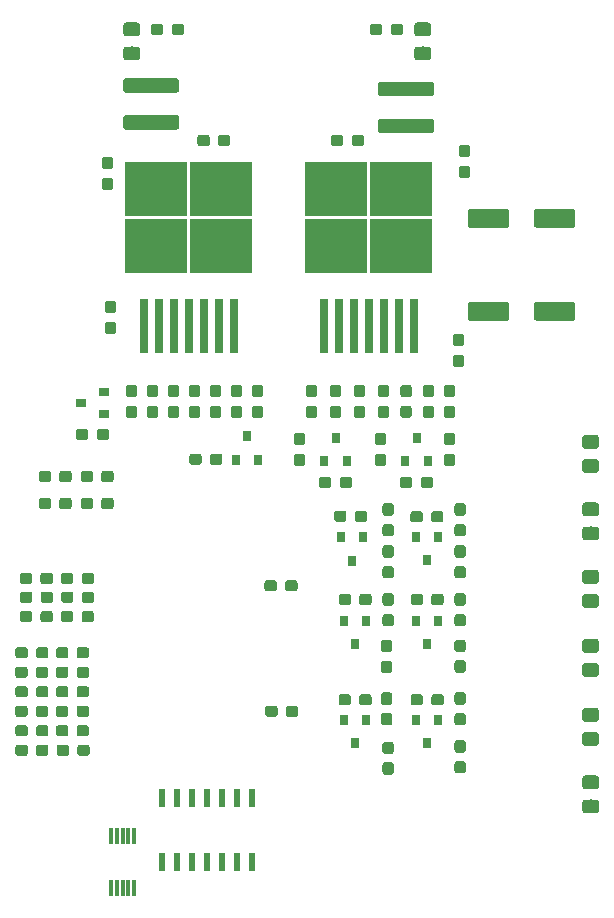
<source format=gtp>
G04 #@! TF.GenerationSoftware,KiCad,Pcbnew,5.0.2+dfsg1-1~bpo9+1*
G04 #@! TF.CreationDate,2020-01-22T15:14:46+01:00*
G04 #@! TF.ProjectId,MOTOR_BOARD_I2C,4d4f544f-525f-4424-9f41-52445f493243,rev?*
G04 #@! TF.SameCoordinates,Original*
G04 #@! TF.FileFunction,Paste,Top*
G04 #@! TF.FilePolarity,Positive*
%FSLAX46Y46*%
G04 Gerber Fmt 4.6, Leading zero omitted, Abs format (unit mm)*
G04 Created by KiCad (PCBNEW 5.0.2+dfsg1-1~bpo9+1) date mer. 22 janv. 2020 15:14:46 CET*
%MOMM*%
%LPD*%
G01*
G04 APERTURE LIST*
%ADD10C,0.100000*%
%ADD11C,1.600000*%
%ADD12C,0.950000*%
%ADD13R,0.300000X1.400000*%
%ADD14R,0.800000X0.900000*%
%ADD15R,0.900000X0.800000*%
%ADD16C,1.150000*%
%ADD17C,1.225000*%
%ADD18R,0.600000X1.500000*%
%ADD19R,5.250000X4.550000*%
%ADD20R,0.800000X4.600000*%
G04 APERTURE END LIST*
D10*
G04 #@! TO.C,C204*
G36*
X224288504Y-35269204D02*
X224312773Y-35272804D01*
X224336571Y-35278765D01*
X224359671Y-35287030D01*
X224381849Y-35297520D01*
X224402893Y-35310133D01*
X224422598Y-35324747D01*
X224440777Y-35341223D01*
X224457253Y-35359402D01*
X224471867Y-35379107D01*
X224484480Y-35400151D01*
X224494970Y-35422329D01*
X224503235Y-35445429D01*
X224509196Y-35469227D01*
X224512796Y-35493496D01*
X224514000Y-35518000D01*
X224514000Y-36618000D01*
X224512796Y-36642504D01*
X224509196Y-36666773D01*
X224503235Y-36690571D01*
X224494970Y-36713671D01*
X224484480Y-36735849D01*
X224471867Y-36756893D01*
X224457253Y-36776598D01*
X224440777Y-36794777D01*
X224422598Y-36811253D01*
X224402893Y-36825867D01*
X224381849Y-36838480D01*
X224359671Y-36848970D01*
X224336571Y-36857235D01*
X224312773Y-36863196D01*
X224288504Y-36866796D01*
X224264000Y-36868000D01*
X221264000Y-36868000D01*
X221239496Y-36866796D01*
X221215227Y-36863196D01*
X221191429Y-36857235D01*
X221168329Y-36848970D01*
X221146151Y-36838480D01*
X221125107Y-36825867D01*
X221105402Y-36811253D01*
X221087223Y-36794777D01*
X221070747Y-36776598D01*
X221056133Y-36756893D01*
X221043520Y-36735849D01*
X221033030Y-36713671D01*
X221024765Y-36690571D01*
X221018804Y-36666773D01*
X221015204Y-36642504D01*
X221014000Y-36618000D01*
X221014000Y-35518000D01*
X221015204Y-35493496D01*
X221018804Y-35469227D01*
X221024765Y-35445429D01*
X221033030Y-35422329D01*
X221043520Y-35400151D01*
X221056133Y-35379107D01*
X221070747Y-35359402D01*
X221087223Y-35341223D01*
X221105402Y-35324747D01*
X221125107Y-35310133D01*
X221146151Y-35297520D01*
X221168329Y-35287030D01*
X221191429Y-35278765D01*
X221215227Y-35272804D01*
X221239496Y-35269204D01*
X221264000Y-35268000D01*
X224264000Y-35268000D01*
X224288504Y-35269204D01*
X224288504Y-35269204D01*
G37*
D11*
X222764000Y-36068000D03*
D10*
G36*
X218688504Y-35269204D02*
X218712773Y-35272804D01*
X218736571Y-35278765D01*
X218759671Y-35287030D01*
X218781849Y-35297520D01*
X218802893Y-35310133D01*
X218822598Y-35324747D01*
X218840777Y-35341223D01*
X218857253Y-35359402D01*
X218871867Y-35379107D01*
X218884480Y-35400151D01*
X218894970Y-35422329D01*
X218903235Y-35445429D01*
X218909196Y-35469227D01*
X218912796Y-35493496D01*
X218914000Y-35518000D01*
X218914000Y-36618000D01*
X218912796Y-36642504D01*
X218909196Y-36666773D01*
X218903235Y-36690571D01*
X218894970Y-36713671D01*
X218884480Y-36735849D01*
X218871867Y-36756893D01*
X218857253Y-36776598D01*
X218840777Y-36794777D01*
X218822598Y-36811253D01*
X218802893Y-36825867D01*
X218781849Y-36838480D01*
X218759671Y-36848970D01*
X218736571Y-36857235D01*
X218712773Y-36863196D01*
X218688504Y-36866796D01*
X218664000Y-36868000D01*
X215664000Y-36868000D01*
X215639496Y-36866796D01*
X215615227Y-36863196D01*
X215591429Y-36857235D01*
X215568329Y-36848970D01*
X215546151Y-36838480D01*
X215525107Y-36825867D01*
X215505402Y-36811253D01*
X215487223Y-36794777D01*
X215470747Y-36776598D01*
X215456133Y-36756893D01*
X215443520Y-36735849D01*
X215433030Y-36713671D01*
X215424765Y-36690571D01*
X215418804Y-36666773D01*
X215415204Y-36642504D01*
X215414000Y-36618000D01*
X215414000Y-35518000D01*
X215415204Y-35493496D01*
X215418804Y-35469227D01*
X215424765Y-35445429D01*
X215433030Y-35422329D01*
X215443520Y-35400151D01*
X215456133Y-35379107D01*
X215470747Y-35359402D01*
X215487223Y-35341223D01*
X215505402Y-35324747D01*
X215525107Y-35310133D01*
X215546151Y-35297520D01*
X215568329Y-35287030D01*
X215591429Y-35278765D01*
X215615227Y-35272804D01*
X215639496Y-35269204D01*
X215664000Y-35268000D01*
X218664000Y-35268000D01*
X218688504Y-35269204D01*
X218688504Y-35269204D01*
G37*
D11*
X217164000Y-36068000D03*
G04 #@! TD*
D10*
G04 #@! TO.C,R411*
G36*
X208794779Y-71753144D02*
X208817834Y-71756563D01*
X208840443Y-71762227D01*
X208862387Y-71770079D01*
X208883457Y-71780044D01*
X208903448Y-71792026D01*
X208922168Y-71805910D01*
X208939438Y-71821562D01*
X208955090Y-71838832D01*
X208968974Y-71857552D01*
X208980956Y-71877543D01*
X208990921Y-71898613D01*
X208998773Y-71920557D01*
X209004437Y-71943166D01*
X209007856Y-71966221D01*
X209009000Y-71989500D01*
X209009000Y-72564500D01*
X209007856Y-72587779D01*
X209004437Y-72610834D01*
X208998773Y-72633443D01*
X208990921Y-72655387D01*
X208980956Y-72676457D01*
X208968974Y-72696448D01*
X208955090Y-72715168D01*
X208939438Y-72732438D01*
X208922168Y-72748090D01*
X208903448Y-72761974D01*
X208883457Y-72773956D01*
X208862387Y-72783921D01*
X208840443Y-72791773D01*
X208817834Y-72797437D01*
X208794779Y-72800856D01*
X208771500Y-72802000D01*
X208296500Y-72802000D01*
X208273221Y-72800856D01*
X208250166Y-72797437D01*
X208227557Y-72791773D01*
X208205613Y-72783921D01*
X208184543Y-72773956D01*
X208164552Y-72761974D01*
X208145832Y-72748090D01*
X208128562Y-72732438D01*
X208112910Y-72715168D01*
X208099026Y-72696448D01*
X208087044Y-72676457D01*
X208077079Y-72655387D01*
X208069227Y-72633443D01*
X208063563Y-72610834D01*
X208060144Y-72587779D01*
X208059000Y-72564500D01*
X208059000Y-71989500D01*
X208060144Y-71966221D01*
X208063563Y-71943166D01*
X208069227Y-71920557D01*
X208077079Y-71898613D01*
X208087044Y-71877543D01*
X208099026Y-71857552D01*
X208112910Y-71838832D01*
X208128562Y-71821562D01*
X208145832Y-71805910D01*
X208164552Y-71792026D01*
X208184543Y-71780044D01*
X208205613Y-71770079D01*
X208227557Y-71762227D01*
X208250166Y-71756563D01*
X208273221Y-71753144D01*
X208296500Y-71752000D01*
X208771500Y-71752000D01*
X208794779Y-71753144D01*
X208794779Y-71753144D01*
G37*
D12*
X208534000Y-72277000D03*
D10*
G36*
X208794779Y-73503144D02*
X208817834Y-73506563D01*
X208840443Y-73512227D01*
X208862387Y-73520079D01*
X208883457Y-73530044D01*
X208903448Y-73542026D01*
X208922168Y-73555910D01*
X208939438Y-73571562D01*
X208955090Y-73588832D01*
X208968974Y-73607552D01*
X208980956Y-73627543D01*
X208990921Y-73648613D01*
X208998773Y-73670557D01*
X209004437Y-73693166D01*
X209007856Y-73716221D01*
X209009000Y-73739500D01*
X209009000Y-74314500D01*
X209007856Y-74337779D01*
X209004437Y-74360834D01*
X208998773Y-74383443D01*
X208990921Y-74405387D01*
X208980956Y-74426457D01*
X208968974Y-74446448D01*
X208955090Y-74465168D01*
X208939438Y-74482438D01*
X208922168Y-74498090D01*
X208903448Y-74511974D01*
X208883457Y-74523956D01*
X208862387Y-74533921D01*
X208840443Y-74541773D01*
X208817834Y-74547437D01*
X208794779Y-74550856D01*
X208771500Y-74552000D01*
X208296500Y-74552000D01*
X208273221Y-74550856D01*
X208250166Y-74547437D01*
X208227557Y-74541773D01*
X208205613Y-74533921D01*
X208184543Y-74523956D01*
X208164552Y-74511974D01*
X208145832Y-74498090D01*
X208128562Y-74482438D01*
X208112910Y-74465168D01*
X208099026Y-74446448D01*
X208087044Y-74426457D01*
X208077079Y-74405387D01*
X208069227Y-74383443D01*
X208063563Y-74360834D01*
X208060144Y-74337779D01*
X208059000Y-74314500D01*
X208059000Y-73739500D01*
X208060144Y-73716221D01*
X208063563Y-73693166D01*
X208069227Y-73670557D01*
X208077079Y-73648613D01*
X208087044Y-73627543D01*
X208099026Y-73607552D01*
X208112910Y-73588832D01*
X208128562Y-73571562D01*
X208145832Y-73555910D01*
X208164552Y-73542026D01*
X208184543Y-73530044D01*
X208205613Y-73520079D01*
X208227557Y-73512227D01*
X208250166Y-73506563D01*
X208273221Y-73503144D01*
X208296500Y-73502000D01*
X208771500Y-73502000D01*
X208794779Y-73503144D01*
X208794779Y-73503144D01*
G37*
D12*
X208534000Y-74027000D03*
G04 #@! TD*
D13*
G04 #@! TO.C,U101*
X185182000Y-92751000D03*
X185682000Y-92751000D03*
X186182000Y-92751000D03*
X186682000Y-92751000D03*
X187182000Y-92751000D03*
X187182000Y-88351000D03*
X186682000Y-88351000D03*
X186182000Y-88351000D03*
X185682000Y-88351000D03*
X185182000Y-88351000D03*
G04 #@! TD*
D10*
G04 #@! TO.C,R124*
G36*
X183134390Y-72373650D02*
X183157445Y-72377069D01*
X183180054Y-72382733D01*
X183201998Y-72390585D01*
X183223068Y-72400550D01*
X183243059Y-72412532D01*
X183261779Y-72426416D01*
X183279049Y-72442068D01*
X183294701Y-72459338D01*
X183308585Y-72478058D01*
X183320567Y-72498049D01*
X183330532Y-72519119D01*
X183338384Y-72541063D01*
X183344048Y-72563672D01*
X183347467Y-72586727D01*
X183348611Y-72610006D01*
X183348611Y-73085006D01*
X183347467Y-73108285D01*
X183344048Y-73131340D01*
X183338384Y-73153949D01*
X183330532Y-73175893D01*
X183320567Y-73196963D01*
X183308585Y-73216954D01*
X183294701Y-73235674D01*
X183279049Y-73252944D01*
X183261779Y-73268596D01*
X183243059Y-73282480D01*
X183223068Y-73294462D01*
X183201998Y-73304427D01*
X183180054Y-73312279D01*
X183157445Y-73317943D01*
X183134390Y-73321362D01*
X183111111Y-73322506D01*
X182536111Y-73322506D01*
X182512832Y-73321362D01*
X182489777Y-73317943D01*
X182467168Y-73312279D01*
X182445224Y-73304427D01*
X182424154Y-73294462D01*
X182404163Y-73282480D01*
X182385443Y-73268596D01*
X182368173Y-73252944D01*
X182352521Y-73235674D01*
X182338637Y-73216954D01*
X182326655Y-73196963D01*
X182316690Y-73175893D01*
X182308838Y-73153949D01*
X182303174Y-73131340D01*
X182299755Y-73108285D01*
X182298611Y-73085006D01*
X182298611Y-72610006D01*
X182299755Y-72586727D01*
X182303174Y-72563672D01*
X182308838Y-72541063D01*
X182316690Y-72519119D01*
X182326655Y-72498049D01*
X182338637Y-72478058D01*
X182352521Y-72459338D01*
X182368173Y-72442068D01*
X182385443Y-72426416D01*
X182404163Y-72412532D01*
X182424154Y-72400550D01*
X182445224Y-72390585D01*
X182467168Y-72382733D01*
X182489777Y-72377069D01*
X182512832Y-72373650D01*
X182536111Y-72372506D01*
X183111111Y-72372506D01*
X183134390Y-72373650D01*
X183134390Y-72373650D01*
G37*
D12*
X182823611Y-72847506D03*
D10*
G36*
X181384390Y-72373650D02*
X181407445Y-72377069D01*
X181430054Y-72382733D01*
X181451998Y-72390585D01*
X181473068Y-72400550D01*
X181493059Y-72412532D01*
X181511779Y-72426416D01*
X181529049Y-72442068D01*
X181544701Y-72459338D01*
X181558585Y-72478058D01*
X181570567Y-72498049D01*
X181580532Y-72519119D01*
X181588384Y-72541063D01*
X181594048Y-72563672D01*
X181597467Y-72586727D01*
X181598611Y-72610006D01*
X181598611Y-73085006D01*
X181597467Y-73108285D01*
X181594048Y-73131340D01*
X181588384Y-73153949D01*
X181580532Y-73175893D01*
X181570567Y-73196963D01*
X181558585Y-73216954D01*
X181544701Y-73235674D01*
X181529049Y-73252944D01*
X181511779Y-73268596D01*
X181493059Y-73282480D01*
X181473068Y-73294462D01*
X181451998Y-73304427D01*
X181430054Y-73312279D01*
X181407445Y-73317943D01*
X181384390Y-73321362D01*
X181361111Y-73322506D01*
X180786111Y-73322506D01*
X180762832Y-73321362D01*
X180739777Y-73317943D01*
X180717168Y-73312279D01*
X180695224Y-73304427D01*
X180674154Y-73294462D01*
X180654163Y-73282480D01*
X180635443Y-73268596D01*
X180618173Y-73252944D01*
X180602521Y-73235674D01*
X180588637Y-73216954D01*
X180576655Y-73196963D01*
X180566690Y-73175893D01*
X180558838Y-73153949D01*
X180553174Y-73131340D01*
X180549755Y-73108285D01*
X180548611Y-73085006D01*
X180548611Y-72610006D01*
X180549755Y-72586727D01*
X180553174Y-72563672D01*
X180558838Y-72541063D01*
X180566690Y-72519119D01*
X180576655Y-72498049D01*
X180588637Y-72478058D01*
X180602521Y-72459338D01*
X180618173Y-72442068D01*
X180635443Y-72426416D01*
X180654163Y-72412532D01*
X180674154Y-72400550D01*
X180695224Y-72390585D01*
X180717168Y-72382733D01*
X180739777Y-72377069D01*
X180762832Y-72373650D01*
X180786111Y-72372506D01*
X181361111Y-72372506D01*
X181384390Y-72373650D01*
X181384390Y-72373650D01*
G37*
D12*
X181073611Y-72847506D03*
G04 #@! TD*
D10*
G04 #@! TO.C,C502*
G36*
X200780279Y-66709144D02*
X200803334Y-66712563D01*
X200825943Y-66718227D01*
X200847887Y-66726079D01*
X200868957Y-66736044D01*
X200888948Y-66748026D01*
X200907668Y-66761910D01*
X200924938Y-66777562D01*
X200940590Y-66794832D01*
X200954474Y-66813552D01*
X200966456Y-66833543D01*
X200976421Y-66854613D01*
X200984273Y-66876557D01*
X200989937Y-66899166D01*
X200993356Y-66922221D01*
X200994500Y-66945500D01*
X200994500Y-67420500D01*
X200993356Y-67443779D01*
X200989937Y-67466834D01*
X200984273Y-67489443D01*
X200976421Y-67511387D01*
X200966456Y-67532457D01*
X200954474Y-67552448D01*
X200940590Y-67571168D01*
X200924938Y-67588438D01*
X200907668Y-67604090D01*
X200888948Y-67617974D01*
X200868957Y-67629956D01*
X200847887Y-67639921D01*
X200825943Y-67647773D01*
X200803334Y-67653437D01*
X200780279Y-67656856D01*
X200757000Y-67658000D01*
X200182000Y-67658000D01*
X200158721Y-67656856D01*
X200135666Y-67653437D01*
X200113057Y-67647773D01*
X200091113Y-67639921D01*
X200070043Y-67629956D01*
X200050052Y-67617974D01*
X200031332Y-67604090D01*
X200014062Y-67588438D01*
X199998410Y-67571168D01*
X199984526Y-67552448D01*
X199972544Y-67532457D01*
X199962579Y-67511387D01*
X199954727Y-67489443D01*
X199949063Y-67466834D01*
X199945644Y-67443779D01*
X199944500Y-67420500D01*
X199944500Y-66945500D01*
X199945644Y-66922221D01*
X199949063Y-66899166D01*
X199954727Y-66876557D01*
X199962579Y-66854613D01*
X199972544Y-66833543D01*
X199984526Y-66813552D01*
X199998410Y-66794832D01*
X200014062Y-66777562D01*
X200031332Y-66761910D01*
X200050052Y-66748026D01*
X200070043Y-66736044D01*
X200091113Y-66726079D01*
X200113057Y-66718227D01*
X200135666Y-66712563D01*
X200158721Y-66709144D01*
X200182000Y-66708000D01*
X200757000Y-66708000D01*
X200780279Y-66709144D01*
X200780279Y-66709144D01*
G37*
D12*
X200469500Y-67183000D03*
D10*
G36*
X199030279Y-66709144D02*
X199053334Y-66712563D01*
X199075943Y-66718227D01*
X199097887Y-66726079D01*
X199118957Y-66736044D01*
X199138948Y-66748026D01*
X199157668Y-66761910D01*
X199174938Y-66777562D01*
X199190590Y-66794832D01*
X199204474Y-66813552D01*
X199216456Y-66833543D01*
X199226421Y-66854613D01*
X199234273Y-66876557D01*
X199239937Y-66899166D01*
X199243356Y-66922221D01*
X199244500Y-66945500D01*
X199244500Y-67420500D01*
X199243356Y-67443779D01*
X199239937Y-67466834D01*
X199234273Y-67489443D01*
X199226421Y-67511387D01*
X199216456Y-67532457D01*
X199204474Y-67552448D01*
X199190590Y-67571168D01*
X199174938Y-67588438D01*
X199157668Y-67604090D01*
X199138948Y-67617974D01*
X199118957Y-67629956D01*
X199097887Y-67639921D01*
X199075943Y-67647773D01*
X199053334Y-67653437D01*
X199030279Y-67656856D01*
X199007000Y-67658000D01*
X198432000Y-67658000D01*
X198408721Y-67656856D01*
X198385666Y-67653437D01*
X198363057Y-67647773D01*
X198341113Y-67639921D01*
X198320043Y-67629956D01*
X198300052Y-67617974D01*
X198281332Y-67604090D01*
X198264062Y-67588438D01*
X198248410Y-67571168D01*
X198234526Y-67552448D01*
X198222544Y-67532457D01*
X198212579Y-67511387D01*
X198204727Y-67489443D01*
X198199063Y-67466834D01*
X198195644Y-67443779D01*
X198194500Y-67420500D01*
X198194500Y-66945500D01*
X198195644Y-66922221D01*
X198199063Y-66899166D01*
X198204727Y-66876557D01*
X198212579Y-66854613D01*
X198222544Y-66833543D01*
X198234526Y-66813552D01*
X198248410Y-66794832D01*
X198264062Y-66777562D01*
X198281332Y-66761910D01*
X198300052Y-66748026D01*
X198320043Y-66736044D01*
X198341113Y-66726079D01*
X198363057Y-66718227D01*
X198385666Y-66712563D01*
X198408721Y-66709144D01*
X198432000Y-66708000D01*
X199007000Y-66708000D01*
X199030279Y-66709144D01*
X199030279Y-66709144D01*
G37*
D12*
X198719500Y-67183000D03*
G04 #@! TD*
D10*
G04 #@! TO.C,C501*
G36*
X199093779Y-77313644D02*
X199116834Y-77317063D01*
X199139443Y-77322727D01*
X199161387Y-77330579D01*
X199182457Y-77340544D01*
X199202448Y-77352526D01*
X199221168Y-77366410D01*
X199238438Y-77382062D01*
X199254090Y-77399332D01*
X199267974Y-77418052D01*
X199279956Y-77438043D01*
X199289921Y-77459113D01*
X199297773Y-77481057D01*
X199303437Y-77503666D01*
X199306856Y-77526721D01*
X199308000Y-77550000D01*
X199308000Y-78025000D01*
X199306856Y-78048279D01*
X199303437Y-78071334D01*
X199297773Y-78093943D01*
X199289921Y-78115887D01*
X199279956Y-78136957D01*
X199267974Y-78156948D01*
X199254090Y-78175668D01*
X199238438Y-78192938D01*
X199221168Y-78208590D01*
X199202448Y-78222474D01*
X199182457Y-78234456D01*
X199161387Y-78244421D01*
X199139443Y-78252273D01*
X199116834Y-78257937D01*
X199093779Y-78261356D01*
X199070500Y-78262500D01*
X198495500Y-78262500D01*
X198472221Y-78261356D01*
X198449166Y-78257937D01*
X198426557Y-78252273D01*
X198404613Y-78244421D01*
X198383543Y-78234456D01*
X198363552Y-78222474D01*
X198344832Y-78208590D01*
X198327562Y-78192938D01*
X198311910Y-78175668D01*
X198298026Y-78156948D01*
X198286044Y-78136957D01*
X198276079Y-78115887D01*
X198268227Y-78093943D01*
X198262563Y-78071334D01*
X198259144Y-78048279D01*
X198258000Y-78025000D01*
X198258000Y-77550000D01*
X198259144Y-77526721D01*
X198262563Y-77503666D01*
X198268227Y-77481057D01*
X198276079Y-77459113D01*
X198286044Y-77438043D01*
X198298026Y-77418052D01*
X198311910Y-77399332D01*
X198327562Y-77382062D01*
X198344832Y-77366410D01*
X198363552Y-77352526D01*
X198383543Y-77340544D01*
X198404613Y-77330579D01*
X198426557Y-77322727D01*
X198449166Y-77317063D01*
X198472221Y-77313644D01*
X198495500Y-77312500D01*
X199070500Y-77312500D01*
X199093779Y-77313644D01*
X199093779Y-77313644D01*
G37*
D12*
X198783000Y-77787500D03*
D10*
G36*
X200843779Y-77313644D02*
X200866834Y-77317063D01*
X200889443Y-77322727D01*
X200911387Y-77330579D01*
X200932457Y-77340544D01*
X200952448Y-77352526D01*
X200971168Y-77366410D01*
X200988438Y-77382062D01*
X201004090Y-77399332D01*
X201017974Y-77418052D01*
X201029956Y-77438043D01*
X201039921Y-77459113D01*
X201047773Y-77481057D01*
X201053437Y-77503666D01*
X201056856Y-77526721D01*
X201058000Y-77550000D01*
X201058000Y-78025000D01*
X201056856Y-78048279D01*
X201053437Y-78071334D01*
X201047773Y-78093943D01*
X201039921Y-78115887D01*
X201029956Y-78136957D01*
X201017974Y-78156948D01*
X201004090Y-78175668D01*
X200988438Y-78192938D01*
X200971168Y-78208590D01*
X200952448Y-78222474D01*
X200932457Y-78234456D01*
X200911387Y-78244421D01*
X200889443Y-78252273D01*
X200866834Y-78257937D01*
X200843779Y-78261356D01*
X200820500Y-78262500D01*
X200245500Y-78262500D01*
X200222221Y-78261356D01*
X200199166Y-78257937D01*
X200176557Y-78252273D01*
X200154613Y-78244421D01*
X200133543Y-78234456D01*
X200113552Y-78222474D01*
X200094832Y-78208590D01*
X200077562Y-78192938D01*
X200061910Y-78175668D01*
X200048026Y-78156948D01*
X200036044Y-78136957D01*
X200026079Y-78115887D01*
X200018227Y-78093943D01*
X200012563Y-78071334D01*
X200009144Y-78048279D01*
X200008000Y-78025000D01*
X200008000Y-77550000D01*
X200009144Y-77526721D01*
X200012563Y-77503666D01*
X200018227Y-77481057D01*
X200026079Y-77459113D01*
X200036044Y-77438043D01*
X200048026Y-77418052D01*
X200061910Y-77399332D01*
X200077562Y-77382062D01*
X200094832Y-77366410D01*
X200113552Y-77352526D01*
X200133543Y-77340544D01*
X200154613Y-77330579D01*
X200176557Y-77322727D01*
X200199166Y-77317063D01*
X200222221Y-77313644D01*
X200245500Y-77312500D01*
X200820500Y-77312500D01*
X200843779Y-77313644D01*
X200843779Y-77313644D01*
G37*
D12*
X200533000Y-77787500D03*
G04 #@! TD*
D10*
G04 #@! TO.C,R418*
G36*
X215017779Y-80262144D02*
X215040834Y-80265563D01*
X215063443Y-80271227D01*
X215085387Y-80279079D01*
X215106457Y-80289044D01*
X215126448Y-80301026D01*
X215145168Y-80314910D01*
X215162438Y-80330562D01*
X215178090Y-80347832D01*
X215191974Y-80366552D01*
X215203956Y-80386543D01*
X215213921Y-80407613D01*
X215221773Y-80429557D01*
X215227437Y-80452166D01*
X215230856Y-80475221D01*
X215232000Y-80498500D01*
X215232000Y-81073500D01*
X215230856Y-81096779D01*
X215227437Y-81119834D01*
X215221773Y-81142443D01*
X215213921Y-81164387D01*
X215203956Y-81185457D01*
X215191974Y-81205448D01*
X215178090Y-81224168D01*
X215162438Y-81241438D01*
X215145168Y-81257090D01*
X215126448Y-81270974D01*
X215106457Y-81282956D01*
X215085387Y-81292921D01*
X215063443Y-81300773D01*
X215040834Y-81306437D01*
X215017779Y-81309856D01*
X214994500Y-81311000D01*
X214519500Y-81311000D01*
X214496221Y-81309856D01*
X214473166Y-81306437D01*
X214450557Y-81300773D01*
X214428613Y-81292921D01*
X214407543Y-81282956D01*
X214387552Y-81270974D01*
X214368832Y-81257090D01*
X214351562Y-81241438D01*
X214335910Y-81224168D01*
X214322026Y-81205448D01*
X214310044Y-81185457D01*
X214300079Y-81164387D01*
X214292227Y-81142443D01*
X214286563Y-81119834D01*
X214283144Y-81096779D01*
X214282000Y-81073500D01*
X214282000Y-80498500D01*
X214283144Y-80475221D01*
X214286563Y-80452166D01*
X214292227Y-80429557D01*
X214300079Y-80407613D01*
X214310044Y-80386543D01*
X214322026Y-80366552D01*
X214335910Y-80347832D01*
X214351562Y-80330562D01*
X214368832Y-80314910D01*
X214387552Y-80301026D01*
X214407543Y-80289044D01*
X214428613Y-80279079D01*
X214450557Y-80271227D01*
X214473166Y-80265563D01*
X214496221Y-80262144D01*
X214519500Y-80261000D01*
X214994500Y-80261000D01*
X215017779Y-80262144D01*
X215017779Y-80262144D01*
G37*
D12*
X214757000Y-80786000D03*
D10*
G36*
X215017779Y-82012144D02*
X215040834Y-82015563D01*
X215063443Y-82021227D01*
X215085387Y-82029079D01*
X215106457Y-82039044D01*
X215126448Y-82051026D01*
X215145168Y-82064910D01*
X215162438Y-82080562D01*
X215178090Y-82097832D01*
X215191974Y-82116552D01*
X215203956Y-82136543D01*
X215213921Y-82157613D01*
X215221773Y-82179557D01*
X215227437Y-82202166D01*
X215230856Y-82225221D01*
X215232000Y-82248500D01*
X215232000Y-82823500D01*
X215230856Y-82846779D01*
X215227437Y-82869834D01*
X215221773Y-82892443D01*
X215213921Y-82914387D01*
X215203956Y-82935457D01*
X215191974Y-82955448D01*
X215178090Y-82974168D01*
X215162438Y-82991438D01*
X215145168Y-83007090D01*
X215126448Y-83020974D01*
X215106457Y-83032956D01*
X215085387Y-83042921D01*
X215063443Y-83050773D01*
X215040834Y-83056437D01*
X215017779Y-83059856D01*
X214994500Y-83061000D01*
X214519500Y-83061000D01*
X214496221Y-83059856D01*
X214473166Y-83056437D01*
X214450557Y-83050773D01*
X214428613Y-83042921D01*
X214407543Y-83032956D01*
X214387552Y-83020974D01*
X214368832Y-83007090D01*
X214351562Y-82991438D01*
X214335910Y-82974168D01*
X214322026Y-82955448D01*
X214310044Y-82935457D01*
X214300079Y-82914387D01*
X214292227Y-82892443D01*
X214286563Y-82869834D01*
X214283144Y-82846779D01*
X214282000Y-82823500D01*
X214282000Y-82248500D01*
X214283144Y-82225221D01*
X214286563Y-82202166D01*
X214292227Y-82179557D01*
X214300079Y-82157613D01*
X214310044Y-82136543D01*
X214322026Y-82116552D01*
X214335910Y-82097832D01*
X214351562Y-82080562D01*
X214368832Y-82064910D01*
X214387552Y-82051026D01*
X214407543Y-82039044D01*
X214428613Y-82029079D01*
X214450557Y-82021227D01*
X214473166Y-82015563D01*
X214496221Y-82012144D01*
X214519500Y-82011000D01*
X214994500Y-82011000D01*
X215017779Y-82012144D01*
X215017779Y-82012144D01*
G37*
D12*
X214757000Y-82536000D03*
G04 #@! TD*
D10*
G04 #@! TO.C,R416*
G36*
X211412779Y-76361144D02*
X211435834Y-76364563D01*
X211458443Y-76370227D01*
X211480387Y-76378079D01*
X211501457Y-76388044D01*
X211521448Y-76400026D01*
X211540168Y-76413910D01*
X211557438Y-76429562D01*
X211573090Y-76446832D01*
X211586974Y-76465552D01*
X211598956Y-76485543D01*
X211608921Y-76506613D01*
X211616773Y-76528557D01*
X211622437Y-76551166D01*
X211625856Y-76574221D01*
X211627000Y-76597500D01*
X211627000Y-77072500D01*
X211625856Y-77095779D01*
X211622437Y-77118834D01*
X211616773Y-77141443D01*
X211608921Y-77163387D01*
X211598956Y-77184457D01*
X211586974Y-77204448D01*
X211573090Y-77223168D01*
X211557438Y-77240438D01*
X211540168Y-77256090D01*
X211521448Y-77269974D01*
X211501457Y-77281956D01*
X211480387Y-77291921D01*
X211458443Y-77299773D01*
X211435834Y-77305437D01*
X211412779Y-77308856D01*
X211389500Y-77310000D01*
X210814500Y-77310000D01*
X210791221Y-77308856D01*
X210768166Y-77305437D01*
X210745557Y-77299773D01*
X210723613Y-77291921D01*
X210702543Y-77281956D01*
X210682552Y-77269974D01*
X210663832Y-77256090D01*
X210646562Y-77240438D01*
X210630910Y-77223168D01*
X210617026Y-77204448D01*
X210605044Y-77184457D01*
X210595079Y-77163387D01*
X210587227Y-77141443D01*
X210581563Y-77118834D01*
X210578144Y-77095779D01*
X210577000Y-77072500D01*
X210577000Y-76597500D01*
X210578144Y-76574221D01*
X210581563Y-76551166D01*
X210587227Y-76528557D01*
X210595079Y-76506613D01*
X210605044Y-76485543D01*
X210617026Y-76465552D01*
X210630910Y-76446832D01*
X210646562Y-76429562D01*
X210663832Y-76413910D01*
X210682552Y-76400026D01*
X210702543Y-76388044D01*
X210723613Y-76378079D01*
X210745557Y-76370227D01*
X210768166Y-76364563D01*
X210791221Y-76361144D01*
X210814500Y-76360000D01*
X211389500Y-76360000D01*
X211412779Y-76361144D01*
X211412779Y-76361144D01*
G37*
D12*
X211102000Y-76835000D03*
D10*
G36*
X213162779Y-76361144D02*
X213185834Y-76364563D01*
X213208443Y-76370227D01*
X213230387Y-76378079D01*
X213251457Y-76388044D01*
X213271448Y-76400026D01*
X213290168Y-76413910D01*
X213307438Y-76429562D01*
X213323090Y-76446832D01*
X213336974Y-76465552D01*
X213348956Y-76485543D01*
X213358921Y-76506613D01*
X213366773Y-76528557D01*
X213372437Y-76551166D01*
X213375856Y-76574221D01*
X213377000Y-76597500D01*
X213377000Y-77072500D01*
X213375856Y-77095779D01*
X213372437Y-77118834D01*
X213366773Y-77141443D01*
X213358921Y-77163387D01*
X213348956Y-77184457D01*
X213336974Y-77204448D01*
X213323090Y-77223168D01*
X213307438Y-77240438D01*
X213290168Y-77256090D01*
X213271448Y-77269974D01*
X213251457Y-77281956D01*
X213230387Y-77291921D01*
X213208443Y-77299773D01*
X213185834Y-77305437D01*
X213162779Y-77308856D01*
X213139500Y-77310000D01*
X212564500Y-77310000D01*
X212541221Y-77308856D01*
X212518166Y-77305437D01*
X212495557Y-77299773D01*
X212473613Y-77291921D01*
X212452543Y-77281956D01*
X212432552Y-77269974D01*
X212413832Y-77256090D01*
X212396562Y-77240438D01*
X212380910Y-77223168D01*
X212367026Y-77204448D01*
X212355044Y-77184457D01*
X212345079Y-77163387D01*
X212337227Y-77141443D01*
X212331563Y-77118834D01*
X212328144Y-77095779D01*
X212327000Y-77072500D01*
X212327000Y-76597500D01*
X212328144Y-76574221D01*
X212331563Y-76551166D01*
X212337227Y-76528557D01*
X212345079Y-76506613D01*
X212355044Y-76485543D01*
X212367026Y-76465552D01*
X212380910Y-76446832D01*
X212396562Y-76429562D01*
X212413832Y-76413910D01*
X212432552Y-76400026D01*
X212452543Y-76388044D01*
X212473613Y-76378079D01*
X212495557Y-76370227D01*
X212518166Y-76364563D01*
X212541221Y-76361144D01*
X212564500Y-76360000D01*
X213139500Y-76360000D01*
X213162779Y-76361144D01*
X213162779Y-76361144D01*
G37*
D12*
X212852000Y-76835000D03*
G04 #@! TD*
D14*
G04 #@! TO.C,Q405*
X206817000Y-78502000D03*
X204917000Y-78502000D03*
X205867000Y-80502000D03*
G04 #@! TD*
D10*
G04 #@! TO.C,R413*
G36*
X208794779Y-76198144D02*
X208817834Y-76201563D01*
X208840443Y-76207227D01*
X208862387Y-76215079D01*
X208883457Y-76225044D01*
X208903448Y-76237026D01*
X208922168Y-76250910D01*
X208939438Y-76266562D01*
X208955090Y-76283832D01*
X208968974Y-76302552D01*
X208980956Y-76322543D01*
X208990921Y-76343613D01*
X208998773Y-76365557D01*
X209004437Y-76388166D01*
X209007856Y-76411221D01*
X209009000Y-76434500D01*
X209009000Y-77009500D01*
X209007856Y-77032779D01*
X209004437Y-77055834D01*
X208998773Y-77078443D01*
X208990921Y-77100387D01*
X208980956Y-77121457D01*
X208968974Y-77141448D01*
X208955090Y-77160168D01*
X208939438Y-77177438D01*
X208922168Y-77193090D01*
X208903448Y-77206974D01*
X208883457Y-77218956D01*
X208862387Y-77228921D01*
X208840443Y-77236773D01*
X208817834Y-77242437D01*
X208794779Y-77245856D01*
X208771500Y-77247000D01*
X208296500Y-77247000D01*
X208273221Y-77245856D01*
X208250166Y-77242437D01*
X208227557Y-77236773D01*
X208205613Y-77228921D01*
X208184543Y-77218956D01*
X208164552Y-77206974D01*
X208145832Y-77193090D01*
X208128562Y-77177438D01*
X208112910Y-77160168D01*
X208099026Y-77141448D01*
X208087044Y-77121457D01*
X208077079Y-77100387D01*
X208069227Y-77078443D01*
X208063563Y-77055834D01*
X208060144Y-77032779D01*
X208059000Y-77009500D01*
X208059000Y-76434500D01*
X208060144Y-76411221D01*
X208063563Y-76388166D01*
X208069227Y-76365557D01*
X208077079Y-76343613D01*
X208087044Y-76322543D01*
X208099026Y-76302552D01*
X208112910Y-76283832D01*
X208128562Y-76266562D01*
X208145832Y-76250910D01*
X208164552Y-76237026D01*
X208184543Y-76225044D01*
X208205613Y-76215079D01*
X208227557Y-76207227D01*
X208250166Y-76201563D01*
X208273221Y-76198144D01*
X208296500Y-76197000D01*
X208771500Y-76197000D01*
X208794779Y-76198144D01*
X208794779Y-76198144D01*
G37*
D12*
X208534000Y-76722000D03*
D10*
G36*
X208794779Y-77948144D02*
X208817834Y-77951563D01*
X208840443Y-77957227D01*
X208862387Y-77965079D01*
X208883457Y-77975044D01*
X208903448Y-77987026D01*
X208922168Y-78000910D01*
X208939438Y-78016562D01*
X208955090Y-78033832D01*
X208968974Y-78052552D01*
X208980956Y-78072543D01*
X208990921Y-78093613D01*
X208998773Y-78115557D01*
X209004437Y-78138166D01*
X209007856Y-78161221D01*
X209009000Y-78184500D01*
X209009000Y-78759500D01*
X209007856Y-78782779D01*
X209004437Y-78805834D01*
X208998773Y-78828443D01*
X208990921Y-78850387D01*
X208980956Y-78871457D01*
X208968974Y-78891448D01*
X208955090Y-78910168D01*
X208939438Y-78927438D01*
X208922168Y-78943090D01*
X208903448Y-78956974D01*
X208883457Y-78968956D01*
X208862387Y-78978921D01*
X208840443Y-78986773D01*
X208817834Y-78992437D01*
X208794779Y-78995856D01*
X208771500Y-78997000D01*
X208296500Y-78997000D01*
X208273221Y-78995856D01*
X208250166Y-78992437D01*
X208227557Y-78986773D01*
X208205613Y-78978921D01*
X208184543Y-78968956D01*
X208164552Y-78956974D01*
X208145832Y-78943090D01*
X208128562Y-78927438D01*
X208112910Y-78910168D01*
X208099026Y-78891448D01*
X208087044Y-78871457D01*
X208077079Y-78850387D01*
X208069227Y-78828443D01*
X208063563Y-78805834D01*
X208060144Y-78782779D01*
X208059000Y-78759500D01*
X208059000Y-78184500D01*
X208060144Y-78161221D01*
X208063563Y-78138166D01*
X208069227Y-78115557D01*
X208077079Y-78093613D01*
X208087044Y-78072543D01*
X208099026Y-78052552D01*
X208112910Y-78033832D01*
X208128562Y-78016562D01*
X208145832Y-78000910D01*
X208164552Y-77987026D01*
X208184543Y-77975044D01*
X208205613Y-77965079D01*
X208227557Y-77957227D01*
X208250166Y-77951563D01*
X208273221Y-77948144D01*
X208296500Y-77947000D01*
X208771500Y-77947000D01*
X208794779Y-77948144D01*
X208794779Y-77948144D01*
G37*
D12*
X208534000Y-78472000D03*
G04 #@! TD*
D10*
G04 #@! TO.C,R414*
G36*
X215017779Y-77948144D02*
X215040834Y-77951563D01*
X215063443Y-77957227D01*
X215085387Y-77965079D01*
X215106457Y-77975044D01*
X215126448Y-77987026D01*
X215145168Y-78000910D01*
X215162438Y-78016562D01*
X215178090Y-78033832D01*
X215191974Y-78052552D01*
X215203956Y-78072543D01*
X215213921Y-78093613D01*
X215221773Y-78115557D01*
X215227437Y-78138166D01*
X215230856Y-78161221D01*
X215232000Y-78184500D01*
X215232000Y-78759500D01*
X215230856Y-78782779D01*
X215227437Y-78805834D01*
X215221773Y-78828443D01*
X215213921Y-78850387D01*
X215203956Y-78871457D01*
X215191974Y-78891448D01*
X215178090Y-78910168D01*
X215162438Y-78927438D01*
X215145168Y-78943090D01*
X215126448Y-78956974D01*
X215106457Y-78968956D01*
X215085387Y-78978921D01*
X215063443Y-78986773D01*
X215040834Y-78992437D01*
X215017779Y-78995856D01*
X214994500Y-78997000D01*
X214519500Y-78997000D01*
X214496221Y-78995856D01*
X214473166Y-78992437D01*
X214450557Y-78986773D01*
X214428613Y-78978921D01*
X214407543Y-78968956D01*
X214387552Y-78956974D01*
X214368832Y-78943090D01*
X214351562Y-78927438D01*
X214335910Y-78910168D01*
X214322026Y-78891448D01*
X214310044Y-78871457D01*
X214300079Y-78850387D01*
X214292227Y-78828443D01*
X214286563Y-78805834D01*
X214283144Y-78782779D01*
X214282000Y-78759500D01*
X214282000Y-78184500D01*
X214283144Y-78161221D01*
X214286563Y-78138166D01*
X214292227Y-78115557D01*
X214300079Y-78093613D01*
X214310044Y-78072543D01*
X214322026Y-78052552D01*
X214335910Y-78033832D01*
X214351562Y-78016562D01*
X214368832Y-78000910D01*
X214387552Y-77987026D01*
X214407543Y-77975044D01*
X214428613Y-77965079D01*
X214450557Y-77957227D01*
X214473166Y-77951563D01*
X214496221Y-77948144D01*
X214519500Y-77947000D01*
X214994500Y-77947000D01*
X215017779Y-77948144D01*
X215017779Y-77948144D01*
G37*
D12*
X214757000Y-78472000D03*
D10*
G36*
X215017779Y-76198144D02*
X215040834Y-76201563D01*
X215063443Y-76207227D01*
X215085387Y-76215079D01*
X215106457Y-76225044D01*
X215126448Y-76237026D01*
X215145168Y-76250910D01*
X215162438Y-76266562D01*
X215178090Y-76283832D01*
X215191974Y-76302552D01*
X215203956Y-76322543D01*
X215213921Y-76343613D01*
X215221773Y-76365557D01*
X215227437Y-76388166D01*
X215230856Y-76411221D01*
X215232000Y-76434500D01*
X215232000Y-77009500D01*
X215230856Y-77032779D01*
X215227437Y-77055834D01*
X215221773Y-77078443D01*
X215213921Y-77100387D01*
X215203956Y-77121457D01*
X215191974Y-77141448D01*
X215178090Y-77160168D01*
X215162438Y-77177438D01*
X215145168Y-77193090D01*
X215126448Y-77206974D01*
X215106457Y-77218956D01*
X215085387Y-77228921D01*
X215063443Y-77236773D01*
X215040834Y-77242437D01*
X215017779Y-77245856D01*
X214994500Y-77247000D01*
X214519500Y-77247000D01*
X214496221Y-77245856D01*
X214473166Y-77242437D01*
X214450557Y-77236773D01*
X214428613Y-77228921D01*
X214407543Y-77218956D01*
X214387552Y-77206974D01*
X214368832Y-77193090D01*
X214351562Y-77177438D01*
X214335910Y-77160168D01*
X214322026Y-77141448D01*
X214310044Y-77121457D01*
X214300079Y-77100387D01*
X214292227Y-77078443D01*
X214286563Y-77055834D01*
X214283144Y-77032779D01*
X214282000Y-77009500D01*
X214282000Y-76434500D01*
X214283144Y-76411221D01*
X214286563Y-76388166D01*
X214292227Y-76365557D01*
X214300079Y-76343613D01*
X214310044Y-76322543D01*
X214322026Y-76302552D01*
X214335910Y-76283832D01*
X214351562Y-76266562D01*
X214368832Y-76250910D01*
X214387552Y-76237026D01*
X214407543Y-76225044D01*
X214428613Y-76215079D01*
X214450557Y-76207227D01*
X214473166Y-76201563D01*
X214496221Y-76198144D01*
X214519500Y-76197000D01*
X214994500Y-76197000D01*
X215017779Y-76198144D01*
X215017779Y-76198144D01*
G37*
D12*
X214757000Y-76722000D03*
G04 #@! TD*
D10*
G04 #@! TO.C,R417*
G36*
X208921779Y-82125144D02*
X208944834Y-82128563D01*
X208967443Y-82134227D01*
X208989387Y-82142079D01*
X209010457Y-82152044D01*
X209030448Y-82164026D01*
X209049168Y-82177910D01*
X209066438Y-82193562D01*
X209082090Y-82210832D01*
X209095974Y-82229552D01*
X209107956Y-82249543D01*
X209117921Y-82270613D01*
X209125773Y-82292557D01*
X209131437Y-82315166D01*
X209134856Y-82338221D01*
X209136000Y-82361500D01*
X209136000Y-82936500D01*
X209134856Y-82959779D01*
X209131437Y-82982834D01*
X209125773Y-83005443D01*
X209117921Y-83027387D01*
X209107956Y-83048457D01*
X209095974Y-83068448D01*
X209082090Y-83087168D01*
X209066438Y-83104438D01*
X209049168Y-83120090D01*
X209030448Y-83133974D01*
X209010457Y-83145956D01*
X208989387Y-83155921D01*
X208967443Y-83163773D01*
X208944834Y-83169437D01*
X208921779Y-83172856D01*
X208898500Y-83174000D01*
X208423500Y-83174000D01*
X208400221Y-83172856D01*
X208377166Y-83169437D01*
X208354557Y-83163773D01*
X208332613Y-83155921D01*
X208311543Y-83145956D01*
X208291552Y-83133974D01*
X208272832Y-83120090D01*
X208255562Y-83104438D01*
X208239910Y-83087168D01*
X208226026Y-83068448D01*
X208214044Y-83048457D01*
X208204079Y-83027387D01*
X208196227Y-83005443D01*
X208190563Y-82982834D01*
X208187144Y-82959779D01*
X208186000Y-82936500D01*
X208186000Y-82361500D01*
X208187144Y-82338221D01*
X208190563Y-82315166D01*
X208196227Y-82292557D01*
X208204079Y-82270613D01*
X208214044Y-82249543D01*
X208226026Y-82229552D01*
X208239910Y-82210832D01*
X208255562Y-82193562D01*
X208272832Y-82177910D01*
X208291552Y-82164026D01*
X208311543Y-82152044D01*
X208332613Y-82142079D01*
X208354557Y-82134227D01*
X208377166Y-82128563D01*
X208400221Y-82125144D01*
X208423500Y-82124000D01*
X208898500Y-82124000D01*
X208921779Y-82125144D01*
X208921779Y-82125144D01*
G37*
D12*
X208661000Y-82649000D03*
D10*
G36*
X208921779Y-80375144D02*
X208944834Y-80378563D01*
X208967443Y-80384227D01*
X208989387Y-80392079D01*
X209010457Y-80402044D01*
X209030448Y-80414026D01*
X209049168Y-80427910D01*
X209066438Y-80443562D01*
X209082090Y-80460832D01*
X209095974Y-80479552D01*
X209107956Y-80499543D01*
X209117921Y-80520613D01*
X209125773Y-80542557D01*
X209131437Y-80565166D01*
X209134856Y-80588221D01*
X209136000Y-80611500D01*
X209136000Y-81186500D01*
X209134856Y-81209779D01*
X209131437Y-81232834D01*
X209125773Y-81255443D01*
X209117921Y-81277387D01*
X209107956Y-81298457D01*
X209095974Y-81318448D01*
X209082090Y-81337168D01*
X209066438Y-81354438D01*
X209049168Y-81370090D01*
X209030448Y-81383974D01*
X209010457Y-81395956D01*
X208989387Y-81405921D01*
X208967443Y-81413773D01*
X208944834Y-81419437D01*
X208921779Y-81422856D01*
X208898500Y-81424000D01*
X208423500Y-81424000D01*
X208400221Y-81422856D01*
X208377166Y-81419437D01*
X208354557Y-81413773D01*
X208332613Y-81405921D01*
X208311543Y-81395956D01*
X208291552Y-81383974D01*
X208272832Y-81370090D01*
X208255562Y-81354438D01*
X208239910Y-81337168D01*
X208226026Y-81318448D01*
X208214044Y-81298457D01*
X208204079Y-81277387D01*
X208196227Y-81255443D01*
X208190563Y-81232834D01*
X208187144Y-81209779D01*
X208186000Y-81186500D01*
X208186000Y-80611500D01*
X208187144Y-80588221D01*
X208190563Y-80565166D01*
X208196227Y-80542557D01*
X208204079Y-80520613D01*
X208214044Y-80499543D01*
X208226026Y-80479552D01*
X208239910Y-80460832D01*
X208255562Y-80443562D01*
X208272832Y-80427910D01*
X208291552Y-80414026D01*
X208311543Y-80402044D01*
X208332613Y-80392079D01*
X208354557Y-80384227D01*
X208377166Y-80378563D01*
X208400221Y-80375144D01*
X208423500Y-80374000D01*
X208898500Y-80374000D01*
X208921779Y-80375144D01*
X208921779Y-80375144D01*
G37*
D12*
X208661000Y-80899000D03*
G04 #@! TD*
D10*
G04 #@! TO.C,R415*
G36*
X207052779Y-76361144D02*
X207075834Y-76364563D01*
X207098443Y-76370227D01*
X207120387Y-76378079D01*
X207141457Y-76388044D01*
X207161448Y-76400026D01*
X207180168Y-76413910D01*
X207197438Y-76429562D01*
X207213090Y-76446832D01*
X207226974Y-76465552D01*
X207238956Y-76485543D01*
X207248921Y-76506613D01*
X207256773Y-76528557D01*
X207262437Y-76551166D01*
X207265856Y-76574221D01*
X207267000Y-76597500D01*
X207267000Y-77072500D01*
X207265856Y-77095779D01*
X207262437Y-77118834D01*
X207256773Y-77141443D01*
X207248921Y-77163387D01*
X207238956Y-77184457D01*
X207226974Y-77204448D01*
X207213090Y-77223168D01*
X207197438Y-77240438D01*
X207180168Y-77256090D01*
X207161448Y-77269974D01*
X207141457Y-77281956D01*
X207120387Y-77291921D01*
X207098443Y-77299773D01*
X207075834Y-77305437D01*
X207052779Y-77308856D01*
X207029500Y-77310000D01*
X206454500Y-77310000D01*
X206431221Y-77308856D01*
X206408166Y-77305437D01*
X206385557Y-77299773D01*
X206363613Y-77291921D01*
X206342543Y-77281956D01*
X206322552Y-77269974D01*
X206303832Y-77256090D01*
X206286562Y-77240438D01*
X206270910Y-77223168D01*
X206257026Y-77204448D01*
X206245044Y-77184457D01*
X206235079Y-77163387D01*
X206227227Y-77141443D01*
X206221563Y-77118834D01*
X206218144Y-77095779D01*
X206217000Y-77072500D01*
X206217000Y-76597500D01*
X206218144Y-76574221D01*
X206221563Y-76551166D01*
X206227227Y-76528557D01*
X206235079Y-76506613D01*
X206245044Y-76485543D01*
X206257026Y-76465552D01*
X206270910Y-76446832D01*
X206286562Y-76429562D01*
X206303832Y-76413910D01*
X206322552Y-76400026D01*
X206342543Y-76388044D01*
X206363613Y-76378079D01*
X206385557Y-76370227D01*
X206408166Y-76364563D01*
X206431221Y-76361144D01*
X206454500Y-76360000D01*
X207029500Y-76360000D01*
X207052779Y-76361144D01*
X207052779Y-76361144D01*
G37*
D12*
X206742000Y-76835000D03*
D10*
G36*
X205302779Y-76361144D02*
X205325834Y-76364563D01*
X205348443Y-76370227D01*
X205370387Y-76378079D01*
X205391457Y-76388044D01*
X205411448Y-76400026D01*
X205430168Y-76413910D01*
X205447438Y-76429562D01*
X205463090Y-76446832D01*
X205476974Y-76465552D01*
X205488956Y-76485543D01*
X205498921Y-76506613D01*
X205506773Y-76528557D01*
X205512437Y-76551166D01*
X205515856Y-76574221D01*
X205517000Y-76597500D01*
X205517000Y-77072500D01*
X205515856Y-77095779D01*
X205512437Y-77118834D01*
X205506773Y-77141443D01*
X205498921Y-77163387D01*
X205488956Y-77184457D01*
X205476974Y-77204448D01*
X205463090Y-77223168D01*
X205447438Y-77240438D01*
X205430168Y-77256090D01*
X205411448Y-77269974D01*
X205391457Y-77281956D01*
X205370387Y-77291921D01*
X205348443Y-77299773D01*
X205325834Y-77305437D01*
X205302779Y-77308856D01*
X205279500Y-77310000D01*
X204704500Y-77310000D01*
X204681221Y-77308856D01*
X204658166Y-77305437D01*
X204635557Y-77299773D01*
X204613613Y-77291921D01*
X204592543Y-77281956D01*
X204572552Y-77269974D01*
X204553832Y-77256090D01*
X204536562Y-77240438D01*
X204520910Y-77223168D01*
X204507026Y-77204448D01*
X204495044Y-77184457D01*
X204485079Y-77163387D01*
X204477227Y-77141443D01*
X204471563Y-77118834D01*
X204468144Y-77095779D01*
X204467000Y-77072500D01*
X204467000Y-76597500D01*
X204468144Y-76574221D01*
X204471563Y-76551166D01*
X204477227Y-76528557D01*
X204485079Y-76506613D01*
X204495044Y-76485543D01*
X204507026Y-76465552D01*
X204520910Y-76446832D01*
X204536562Y-76429562D01*
X204553832Y-76413910D01*
X204572552Y-76400026D01*
X204592543Y-76388044D01*
X204613613Y-76378079D01*
X204635557Y-76370227D01*
X204658166Y-76364563D01*
X204681221Y-76361144D01*
X204704500Y-76360000D01*
X205279500Y-76360000D01*
X205302779Y-76361144D01*
X205302779Y-76361144D01*
G37*
D12*
X204992000Y-76835000D03*
G04 #@! TD*
D14*
G04 #@! TO.C,Q406*
X212913000Y-78502000D03*
X211013000Y-78502000D03*
X211963000Y-80502000D03*
G04 #@! TD*
G04 #@! TO.C,Q403*
X205867000Y-72120000D03*
X204917000Y-70120000D03*
X206817000Y-70120000D03*
G04 #@! TD*
D10*
G04 #@! TO.C,R409*
G36*
X205302779Y-67852144D02*
X205325834Y-67855563D01*
X205348443Y-67861227D01*
X205370387Y-67869079D01*
X205391457Y-67879044D01*
X205411448Y-67891026D01*
X205430168Y-67904910D01*
X205447438Y-67920562D01*
X205463090Y-67937832D01*
X205476974Y-67956552D01*
X205488956Y-67976543D01*
X205498921Y-67997613D01*
X205506773Y-68019557D01*
X205512437Y-68042166D01*
X205515856Y-68065221D01*
X205517000Y-68088500D01*
X205517000Y-68563500D01*
X205515856Y-68586779D01*
X205512437Y-68609834D01*
X205506773Y-68632443D01*
X205498921Y-68654387D01*
X205488956Y-68675457D01*
X205476974Y-68695448D01*
X205463090Y-68714168D01*
X205447438Y-68731438D01*
X205430168Y-68747090D01*
X205411448Y-68760974D01*
X205391457Y-68772956D01*
X205370387Y-68782921D01*
X205348443Y-68790773D01*
X205325834Y-68796437D01*
X205302779Y-68799856D01*
X205279500Y-68801000D01*
X204704500Y-68801000D01*
X204681221Y-68799856D01*
X204658166Y-68796437D01*
X204635557Y-68790773D01*
X204613613Y-68782921D01*
X204592543Y-68772956D01*
X204572552Y-68760974D01*
X204553832Y-68747090D01*
X204536562Y-68731438D01*
X204520910Y-68714168D01*
X204507026Y-68695448D01*
X204495044Y-68675457D01*
X204485079Y-68654387D01*
X204477227Y-68632443D01*
X204471563Y-68609834D01*
X204468144Y-68586779D01*
X204467000Y-68563500D01*
X204467000Y-68088500D01*
X204468144Y-68065221D01*
X204471563Y-68042166D01*
X204477227Y-68019557D01*
X204485079Y-67997613D01*
X204495044Y-67976543D01*
X204507026Y-67956552D01*
X204520910Y-67937832D01*
X204536562Y-67920562D01*
X204553832Y-67904910D01*
X204572552Y-67891026D01*
X204592543Y-67879044D01*
X204613613Y-67869079D01*
X204635557Y-67861227D01*
X204658166Y-67855563D01*
X204681221Y-67852144D01*
X204704500Y-67851000D01*
X205279500Y-67851000D01*
X205302779Y-67852144D01*
X205302779Y-67852144D01*
G37*
D12*
X204992000Y-68326000D03*
D10*
G36*
X207052779Y-67852144D02*
X207075834Y-67855563D01*
X207098443Y-67861227D01*
X207120387Y-67869079D01*
X207141457Y-67879044D01*
X207161448Y-67891026D01*
X207180168Y-67904910D01*
X207197438Y-67920562D01*
X207213090Y-67937832D01*
X207226974Y-67956552D01*
X207238956Y-67976543D01*
X207248921Y-67997613D01*
X207256773Y-68019557D01*
X207262437Y-68042166D01*
X207265856Y-68065221D01*
X207267000Y-68088500D01*
X207267000Y-68563500D01*
X207265856Y-68586779D01*
X207262437Y-68609834D01*
X207256773Y-68632443D01*
X207248921Y-68654387D01*
X207238956Y-68675457D01*
X207226974Y-68695448D01*
X207213090Y-68714168D01*
X207197438Y-68731438D01*
X207180168Y-68747090D01*
X207161448Y-68760974D01*
X207141457Y-68772956D01*
X207120387Y-68782921D01*
X207098443Y-68790773D01*
X207075834Y-68796437D01*
X207052779Y-68799856D01*
X207029500Y-68801000D01*
X206454500Y-68801000D01*
X206431221Y-68799856D01*
X206408166Y-68796437D01*
X206385557Y-68790773D01*
X206363613Y-68782921D01*
X206342543Y-68772956D01*
X206322552Y-68760974D01*
X206303832Y-68747090D01*
X206286562Y-68731438D01*
X206270910Y-68714168D01*
X206257026Y-68695448D01*
X206245044Y-68675457D01*
X206235079Y-68654387D01*
X206227227Y-68632443D01*
X206221563Y-68609834D01*
X206218144Y-68586779D01*
X206217000Y-68563500D01*
X206217000Y-68088500D01*
X206218144Y-68065221D01*
X206221563Y-68042166D01*
X206227227Y-68019557D01*
X206235079Y-67997613D01*
X206245044Y-67976543D01*
X206257026Y-67956552D01*
X206270910Y-67937832D01*
X206286562Y-67920562D01*
X206303832Y-67904910D01*
X206322552Y-67891026D01*
X206342543Y-67879044D01*
X206363613Y-67869079D01*
X206385557Y-67861227D01*
X206408166Y-67855563D01*
X206431221Y-67852144D01*
X206454500Y-67851000D01*
X207029500Y-67851000D01*
X207052779Y-67852144D01*
X207052779Y-67852144D01*
G37*
D12*
X206742000Y-68326000D03*
G04 #@! TD*
D10*
G04 #@! TO.C,R407*
G36*
X208921779Y-69566144D02*
X208944834Y-69569563D01*
X208967443Y-69575227D01*
X208989387Y-69583079D01*
X209010457Y-69593044D01*
X209030448Y-69605026D01*
X209049168Y-69618910D01*
X209066438Y-69634562D01*
X209082090Y-69651832D01*
X209095974Y-69670552D01*
X209107956Y-69690543D01*
X209117921Y-69711613D01*
X209125773Y-69733557D01*
X209131437Y-69756166D01*
X209134856Y-69779221D01*
X209136000Y-69802500D01*
X209136000Y-70377500D01*
X209134856Y-70400779D01*
X209131437Y-70423834D01*
X209125773Y-70446443D01*
X209117921Y-70468387D01*
X209107956Y-70489457D01*
X209095974Y-70509448D01*
X209082090Y-70528168D01*
X209066438Y-70545438D01*
X209049168Y-70561090D01*
X209030448Y-70574974D01*
X209010457Y-70586956D01*
X208989387Y-70596921D01*
X208967443Y-70604773D01*
X208944834Y-70610437D01*
X208921779Y-70613856D01*
X208898500Y-70615000D01*
X208423500Y-70615000D01*
X208400221Y-70613856D01*
X208377166Y-70610437D01*
X208354557Y-70604773D01*
X208332613Y-70596921D01*
X208311543Y-70586956D01*
X208291552Y-70574974D01*
X208272832Y-70561090D01*
X208255562Y-70545438D01*
X208239910Y-70528168D01*
X208226026Y-70509448D01*
X208214044Y-70489457D01*
X208204079Y-70468387D01*
X208196227Y-70446443D01*
X208190563Y-70423834D01*
X208187144Y-70400779D01*
X208186000Y-70377500D01*
X208186000Y-69802500D01*
X208187144Y-69779221D01*
X208190563Y-69756166D01*
X208196227Y-69733557D01*
X208204079Y-69711613D01*
X208214044Y-69690543D01*
X208226026Y-69670552D01*
X208239910Y-69651832D01*
X208255562Y-69634562D01*
X208272832Y-69618910D01*
X208291552Y-69605026D01*
X208311543Y-69593044D01*
X208332613Y-69583079D01*
X208354557Y-69575227D01*
X208377166Y-69569563D01*
X208400221Y-69566144D01*
X208423500Y-69565000D01*
X208898500Y-69565000D01*
X208921779Y-69566144D01*
X208921779Y-69566144D01*
G37*
D12*
X208661000Y-70090000D03*
D10*
G36*
X208921779Y-67816144D02*
X208944834Y-67819563D01*
X208967443Y-67825227D01*
X208989387Y-67833079D01*
X209010457Y-67843044D01*
X209030448Y-67855026D01*
X209049168Y-67868910D01*
X209066438Y-67884562D01*
X209082090Y-67901832D01*
X209095974Y-67920552D01*
X209107956Y-67940543D01*
X209117921Y-67961613D01*
X209125773Y-67983557D01*
X209131437Y-68006166D01*
X209134856Y-68029221D01*
X209136000Y-68052500D01*
X209136000Y-68627500D01*
X209134856Y-68650779D01*
X209131437Y-68673834D01*
X209125773Y-68696443D01*
X209117921Y-68718387D01*
X209107956Y-68739457D01*
X209095974Y-68759448D01*
X209082090Y-68778168D01*
X209066438Y-68795438D01*
X209049168Y-68811090D01*
X209030448Y-68824974D01*
X209010457Y-68836956D01*
X208989387Y-68846921D01*
X208967443Y-68854773D01*
X208944834Y-68860437D01*
X208921779Y-68863856D01*
X208898500Y-68865000D01*
X208423500Y-68865000D01*
X208400221Y-68863856D01*
X208377166Y-68860437D01*
X208354557Y-68854773D01*
X208332613Y-68846921D01*
X208311543Y-68836956D01*
X208291552Y-68824974D01*
X208272832Y-68811090D01*
X208255562Y-68795438D01*
X208239910Y-68778168D01*
X208226026Y-68759448D01*
X208214044Y-68739457D01*
X208204079Y-68718387D01*
X208196227Y-68696443D01*
X208190563Y-68673834D01*
X208187144Y-68650779D01*
X208186000Y-68627500D01*
X208186000Y-68052500D01*
X208187144Y-68029221D01*
X208190563Y-68006166D01*
X208196227Y-67983557D01*
X208204079Y-67961613D01*
X208214044Y-67940543D01*
X208226026Y-67920552D01*
X208239910Y-67901832D01*
X208255562Y-67884562D01*
X208272832Y-67868910D01*
X208291552Y-67855026D01*
X208311543Y-67843044D01*
X208332613Y-67833079D01*
X208354557Y-67825227D01*
X208377166Y-67819563D01*
X208400221Y-67816144D01*
X208423500Y-67815000D01*
X208898500Y-67815000D01*
X208921779Y-67816144D01*
X208921779Y-67816144D01*
G37*
D12*
X208661000Y-68340000D03*
G04 #@! TD*
D10*
G04 #@! TO.C,R406*
G36*
X215017779Y-63752144D02*
X215040834Y-63755563D01*
X215063443Y-63761227D01*
X215085387Y-63769079D01*
X215106457Y-63779044D01*
X215126448Y-63791026D01*
X215145168Y-63804910D01*
X215162438Y-63820562D01*
X215178090Y-63837832D01*
X215191974Y-63856552D01*
X215203956Y-63876543D01*
X215213921Y-63897613D01*
X215221773Y-63919557D01*
X215227437Y-63942166D01*
X215230856Y-63965221D01*
X215232000Y-63988500D01*
X215232000Y-64563500D01*
X215230856Y-64586779D01*
X215227437Y-64609834D01*
X215221773Y-64632443D01*
X215213921Y-64654387D01*
X215203956Y-64675457D01*
X215191974Y-64695448D01*
X215178090Y-64714168D01*
X215162438Y-64731438D01*
X215145168Y-64747090D01*
X215126448Y-64760974D01*
X215106457Y-64772956D01*
X215085387Y-64782921D01*
X215063443Y-64790773D01*
X215040834Y-64796437D01*
X215017779Y-64799856D01*
X214994500Y-64801000D01*
X214519500Y-64801000D01*
X214496221Y-64799856D01*
X214473166Y-64796437D01*
X214450557Y-64790773D01*
X214428613Y-64782921D01*
X214407543Y-64772956D01*
X214387552Y-64760974D01*
X214368832Y-64747090D01*
X214351562Y-64731438D01*
X214335910Y-64714168D01*
X214322026Y-64695448D01*
X214310044Y-64675457D01*
X214300079Y-64654387D01*
X214292227Y-64632443D01*
X214286563Y-64609834D01*
X214283144Y-64586779D01*
X214282000Y-64563500D01*
X214282000Y-63988500D01*
X214283144Y-63965221D01*
X214286563Y-63942166D01*
X214292227Y-63919557D01*
X214300079Y-63897613D01*
X214310044Y-63876543D01*
X214322026Y-63856552D01*
X214335910Y-63837832D01*
X214351562Y-63820562D01*
X214368832Y-63804910D01*
X214387552Y-63791026D01*
X214407543Y-63779044D01*
X214428613Y-63769079D01*
X214450557Y-63761227D01*
X214473166Y-63755563D01*
X214496221Y-63752144D01*
X214519500Y-63751000D01*
X214994500Y-63751000D01*
X215017779Y-63752144D01*
X215017779Y-63752144D01*
G37*
D12*
X214757000Y-64276000D03*
D10*
G36*
X215017779Y-65502144D02*
X215040834Y-65505563D01*
X215063443Y-65511227D01*
X215085387Y-65519079D01*
X215106457Y-65529044D01*
X215126448Y-65541026D01*
X215145168Y-65554910D01*
X215162438Y-65570562D01*
X215178090Y-65587832D01*
X215191974Y-65606552D01*
X215203956Y-65626543D01*
X215213921Y-65647613D01*
X215221773Y-65669557D01*
X215227437Y-65692166D01*
X215230856Y-65715221D01*
X215232000Y-65738500D01*
X215232000Y-66313500D01*
X215230856Y-66336779D01*
X215227437Y-66359834D01*
X215221773Y-66382443D01*
X215213921Y-66404387D01*
X215203956Y-66425457D01*
X215191974Y-66445448D01*
X215178090Y-66464168D01*
X215162438Y-66481438D01*
X215145168Y-66497090D01*
X215126448Y-66510974D01*
X215106457Y-66522956D01*
X215085387Y-66532921D01*
X215063443Y-66540773D01*
X215040834Y-66546437D01*
X215017779Y-66549856D01*
X214994500Y-66551000D01*
X214519500Y-66551000D01*
X214496221Y-66549856D01*
X214473166Y-66546437D01*
X214450557Y-66540773D01*
X214428613Y-66532921D01*
X214407543Y-66522956D01*
X214387552Y-66510974D01*
X214368832Y-66497090D01*
X214351562Y-66481438D01*
X214335910Y-66464168D01*
X214322026Y-66445448D01*
X214310044Y-66425457D01*
X214300079Y-66404387D01*
X214292227Y-66382443D01*
X214286563Y-66359834D01*
X214283144Y-66336779D01*
X214282000Y-66313500D01*
X214282000Y-65738500D01*
X214283144Y-65715221D01*
X214286563Y-65692166D01*
X214292227Y-65669557D01*
X214300079Y-65647613D01*
X214310044Y-65626543D01*
X214322026Y-65606552D01*
X214335910Y-65587832D01*
X214351562Y-65570562D01*
X214368832Y-65554910D01*
X214387552Y-65541026D01*
X214407543Y-65529044D01*
X214428613Y-65519079D01*
X214450557Y-65511227D01*
X214473166Y-65505563D01*
X214496221Y-65502144D01*
X214519500Y-65501000D01*
X214994500Y-65501000D01*
X215017779Y-65502144D01*
X215017779Y-65502144D01*
G37*
D12*
X214757000Y-66026000D03*
G04 #@! TD*
D15*
G04 #@! TO.C,D201*
X184642000Y-52639000D03*
X184642000Y-50739000D03*
X182642000Y-51689000D03*
G04 #@! TD*
D10*
G04 #@! TO.C,R201*
G36*
X212259779Y-57946144D02*
X212282834Y-57949563D01*
X212305443Y-57955227D01*
X212327387Y-57963079D01*
X212348457Y-57973044D01*
X212368448Y-57985026D01*
X212387168Y-57998910D01*
X212404438Y-58014562D01*
X212420090Y-58031832D01*
X212433974Y-58050552D01*
X212445956Y-58070543D01*
X212455921Y-58091613D01*
X212463773Y-58113557D01*
X212469437Y-58136166D01*
X212472856Y-58159221D01*
X212474000Y-58182500D01*
X212474000Y-58657500D01*
X212472856Y-58680779D01*
X212469437Y-58703834D01*
X212463773Y-58726443D01*
X212455921Y-58748387D01*
X212445956Y-58769457D01*
X212433974Y-58789448D01*
X212420090Y-58808168D01*
X212404438Y-58825438D01*
X212387168Y-58841090D01*
X212368448Y-58854974D01*
X212348457Y-58866956D01*
X212327387Y-58876921D01*
X212305443Y-58884773D01*
X212282834Y-58890437D01*
X212259779Y-58893856D01*
X212236500Y-58895000D01*
X211661500Y-58895000D01*
X211638221Y-58893856D01*
X211615166Y-58890437D01*
X211592557Y-58884773D01*
X211570613Y-58876921D01*
X211549543Y-58866956D01*
X211529552Y-58854974D01*
X211510832Y-58841090D01*
X211493562Y-58825438D01*
X211477910Y-58808168D01*
X211464026Y-58789448D01*
X211452044Y-58769457D01*
X211442079Y-58748387D01*
X211434227Y-58726443D01*
X211428563Y-58703834D01*
X211425144Y-58680779D01*
X211424000Y-58657500D01*
X211424000Y-58182500D01*
X211425144Y-58159221D01*
X211428563Y-58136166D01*
X211434227Y-58113557D01*
X211442079Y-58091613D01*
X211452044Y-58070543D01*
X211464026Y-58050552D01*
X211477910Y-58031832D01*
X211493562Y-58014562D01*
X211510832Y-57998910D01*
X211529552Y-57985026D01*
X211549543Y-57973044D01*
X211570613Y-57963079D01*
X211592557Y-57955227D01*
X211615166Y-57949563D01*
X211638221Y-57946144D01*
X211661500Y-57945000D01*
X212236500Y-57945000D01*
X212259779Y-57946144D01*
X212259779Y-57946144D01*
G37*
D12*
X211949000Y-58420000D03*
D10*
G36*
X210509779Y-57946144D02*
X210532834Y-57949563D01*
X210555443Y-57955227D01*
X210577387Y-57963079D01*
X210598457Y-57973044D01*
X210618448Y-57985026D01*
X210637168Y-57998910D01*
X210654438Y-58014562D01*
X210670090Y-58031832D01*
X210683974Y-58050552D01*
X210695956Y-58070543D01*
X210705921Y-58091613D01*
X210713773Y-58113557D01*
X210719437Y-58136166D01*
X210722856Y-58159221D01*
X210724000Y-58182500D01*
X210724000Y-58657500D01*
X210722856Y-58680779D01*
X210719437Y-58703834D01*
X210713773Y-58726443D01*
X210705921Y-58748387D01*
X210695956Y-58769457D01*
X210683974Y-58789448D01*
X210670090Y-58808168D01*
X210654438Y-58825438D01*
X210637168Y-58841090D01*
X210618448Y-58854974D01*
X210598457Y-58866956D01*
X210577387Y-58876921D01*
X210555443Y-58884773D01*
X210532834Y-58890437D01*
X210509779Y-58893856D01*
X210486500Y-58895000D01*
X209911500Y-58895000D01*
X209888221Y-58893856D01*
X209865166Y-58890437D01*
X209842557Y-58884773D01*
X209820613Y-58876921D01*
X209799543Y-58866956D01*
X209779552Y-58854974D01*
X209760832Y-58841090D01*
X209743562Y-58825438D01*
X209727910Y-58808168D01*
X209714026Y-58789448D01*
X209702044Y-58769457D01*
X209692079Y-58748387D01*
X209684227Y-58726443D01*
X209678563Y-58703834D01*
X209675144Y-58680779D01*
X209674000Y-58657500D01*
X209674000Y-58182500D01*
X209675144Y-58159221D01*
X209678563Y-58136166D01*
X209684227Y-58113557D01*
X209692079Y-58091613D01*
X209702044Y-58070543D01*
X209714026Y-58050552D01*
X209727910Y-58031832D01*
X209743562Y-58014562D01*
X209760832Y-57998910D01*
X209779552Y-57985026D01*
X209799543Y-57973044D01*
X209820613Y-57963079D01*
X209842557Y-57955227D01*
X209865166Y-57949563D01*
X209888221Y-57946144D01*
X209911500Y-57945000D01*
X210486500Y-57945000D01*
X210509779Y-57946144D01*
X210509779Y-57946144D01*
G37*
D12*
X210199000Y-58420000D03*
G04 #@! TD*
D14*
G04 #@! TO.C,Q201*
X210124000Y-56626000D03*
X212024000Y-56626000D03*
X211074000Y-54626000D03*
G04 #@! TD*
D10*
G04 #@! TO.C,R215*
G36*
X188982779Y-50163144D02*
X189005834Y-50166563D01*
X189028443Y-50172227D01*
X189050387Y-50180079D01*
X189071457Y-50190044D01*
X189091448Y-50202026D01*
X189110168Y-50215910D01*
X189127438Y-50231562D01*
X189143090Y-50248832D01*
X189156974Y-50267552D01*
X189168956Y-50287543D01*
X189178921Y-50308613D01*
X189186773Y-50330557D01*
X189192437Y-50353166D01*
X189195856Y-50376221D01*
X189197000Y-50399500D01*
X189197000Y-50974500D01*
X189195856Y-50997779D01*
X189192437Y-51020834D01*
X189186773Y-51043443D01*
X189178921Y-51065387D01*
X189168956Y-51086457D01*
X189156974Y-51106448D01*
X189143090Y-51125168D01*
X189127438Y-51142438D01*
X189110168Y-51158090D01*
X189091448Y-51171974D01*
X189071457Y-51183956D01*
X189050387Y-51193921D01*
X189028443Y-51201773D01*
X189005834Y-51207437D01*
X188982779Y-51210856D01*
X188959500Y-51212000D01*
X188484500Y-51212000D01*
X188461221Y-51210856D01*
X188438166Y-51207437D01*
X188415557Y-51201773D01*
X188393613Y-51193921D01*
X188372543Y-51183956D01*
X188352552Y-51171974D01*
X188333832Y-51158090D01*
X188316562Y-51142438D01*
X188300910Y-51125168D01*
X188287026Y-51106448D01*
X188275044Y-51086457D01*
X188265079Y-51065387D01*
X188257227Y-51043443D01*
X188251563Y-51020834D01*
X188248144Y-50997779D01*
X188247000Y-50974500D01*
X188247000Y-50399500D01*
X188248144Y-50376221D01*
X188251563Y-50353166D01*
X188257227Y-50330557D01*
X188265079Y-50308613D01*
X188275044Y-50287543D01*
X188287026Y-50267552D01*
X188300910Y-50248832D01*
X188316562Y-50231562D01*
X188333832Y-50215910D01*
X188352552Y-50202026D01*
X188372543Y-50190044D01*
X188393613Y-50180079D01*
X188415557Y-50172227D01*
X188438166Y-50166563D01*
X188461221Y-50163144D01*
X188484500Y-50162000D01*
X188959500Y-50162000D01*
X188982779Y-50163144D01*
X188982779Y-50163144D01*
G37*
D12*
X188722000Y-50687000D03*
D10*
G36*
X188982779Y-51913144D02*
X189005834Y-51916563D01*
X189028443Y-51922227D01*
X189050387Y-51930079D01*
X189071457Y-51940044D01*
X189091448Y-51952026D01*
X189110168Y-51965910D01*
X189127438Y-51981562D01*
X189143090Y-51998832D01*
X189156974Y-52017552D01*
X189168956Y-52037543D01*
X189178921Y-52058613D01*
X189186773Y-52080557D01*
X189192437Y-52103166D01*
X189195856Y-52126221D01*
X189197000Y-52149500D01*
X189197000Y-52724500D01*
X189195856Y-52747779D01*
X189192437Y-52770834D01*
X189186773Y-52793443D01*
X189178921Y-52815387D01*
X189168956Y-52836457D01*
X189156974Y-52856448D01*
X189143090Y-52875168D01*
X189127438Y-52892438D01*
X189110168Y-52908090D01*
X189091448Y-52921974D01*
X189071457Y-52933956D01*
X189050387Y-52943921D01*
X189028443Y-52951773D01*
X189005834Y-52957437D01*
X188982779Y-52960856D01*
X188959500Y-52962000D01*
X188484500Y-52962000D01*
X188461221Y-52960856D01*
X188438166Y-52957437D01*
X188415557Y-52951773D01*
X188393613Y-52943921D01*
X188372543Y-52933956D01*
X188352552Y-52921974D01*
X188333832Y-52908090D01*
X188316562Y-52892438D01*
X188300910Y-52875168D01*
X188287026Y-52856448D01*
X188275044Y-52836457D01*
X188265079Y-52815387D01*
X188257227Y-52793443D01*
X188251563Y-52770834D01*
X188248144Y-52747779D01*
X188247000Y-52724500D01*
X188247000Y-52149500D01*
X188248144Y-52126221D01*
X188251563Y-52103166D01*
X188257227Y-52080557D01*
X188265079Y-52058613D01*
X188275044Y-52037543D01*
X188287026Y-52017552D01*
X188300910Y-51998832D01*
X188316562Y-51981562D01*
X188333832Y-51965910D01*
X188352552Y-51952026D01*
X188372543Y-51940044D01*
X188393613Y-51930079D01*
X188415557Y-51922227D01*
X188438166Y-51916563D01*
X188461221Y-51913144D01*
X188484500Y-51912000D01*
X188959500Y-51912000D01*
X188982779Y-51913144D01*
X188982779Y-51913144D01*
G37*
D12*
X188722000Y-52437000D03*
G04 #@! TD*
D10*
G04 #@! TO.C,R202*
G36*
X208286779Y-55977144D02*
X208309834Y-55980563D01*
X208332443Y-55986227D01*
X208354387Y-55994079D01*
X208375457Y-56004044D01*
X208395448Y-56016026D01*
X208414168Y-56029910D01*
X208431438Y-56045562D01*
X208447090Y-56062832D01*
X208460974Y-56081552D01*
X208472956Y-56101543D01*
X208482921Y-56122613D01*
X208490773Y-56144557D01*
X208496437Y-56167166D01*
X208499856Y-56190221D01*
X208501000Y-56213500D01*
X208501000Y-56788500D01*
X208499856Y-56811779D01*
X208496437Y-56834834D01*
X208490773Y-56857443D01*
X208482921Y-56879387D01*
X208472956Y-56900457D01*
X208460974Y-56920448D01*
X208447090Y-56939168D01*
X208431438Y-56956438D01*
X208414168Y-56972090D01*
X208395448Y-56985974D01*
X208375457Y-56997956D01*
X208354387Y-57007921D01*
X208332443Y-57015773D01*
X208309834Y-57021437D01*
X208286779Y-57024856D01*
X208263500Y-57026000D01*
X207788500Y-57026000D01*
X207765221Y-57024856D01*
X207742166Y-57021437D01*
X207719557Y-57015773D01*
X207697613Y-57007921D01*
X207676543Y-56997956D01*
X207656552Y-56985974D01*
X207637832Y-56972090D01*
X207620562Y-56956438D01*
X207604910Y-56939168D01*
X207591026Y-56920448D01*
X207579044Y-56900457D01*
X207569079Y-56879387D01*
X207561227Y-56857443D01*
X207555563Y-56834834D01*
X207552144Y-56811779D01*
X207551000Y-56788500D01*
X207551000Y-56213500D01*
X207552144Y-56190221D01*
X207555563Y-56167166D01*
X207561227Y-56144557D01*
X207569079Y-56122613D01*
X207579044Y-56101543D01*
X207591026Y-56081552D01*
X207604910Y-56062832D01*
X207620562Y-56045562D01*
X207637832Y-56029910D01*
X207656552Y-56016026D01*
X207676543Y-56004044D01*
X207697613Y-55994079D01*
X207719557Y-55986227D01*
X207742166Y-55980563D01*
X207765221Y-55977144D01*
X207788500Y-55976000D01*
X208263500Y-55976000D01*
X208286779Y-55977144D01*
X208286779Y-55977144D01*
G37*
D12*
X208026000Y-56501000D03*
D10*
G36*
X208286779Y-54227144D02*
X208309834Y-54230563D01*
X208332443Y-54236227D01*
X208354387Y-54244079D01*
X208375457Y-54254044D01*
X208395448Y-54266026D01*
X208414168Y-54279910D01*
X208431438Y-54295562D01*
X208447090Y-54312832D01*
X208460974Y-54331552D01*
X208472956Y-54351543D01*
X208482921Y-54372613D01*
X208490773Y-54394557D01*
X208496437Y-54417166D01*
X208499856Y-54440221D01*
X208501000Y-54463500D01*
X208501000Y-55038500D01*
X208499856Y-55061779D01*
X208496437Y-55084834D01*
X208490773Y-55107443D01*
X208482921Y-55129387D01*
X208472956Y-55150457D01*
X208460974Y-55170448D01*
X208447090Y-55189168D01*
X208431438Y-55206438D01*
X208414168Y-55222090D01*
X208395448Y-55235974D01*
X208375457Y-55247956D01*
X208354387Y-55257921D01*
X208332443Y-55265773D01*
X208309834Y-55271437D01*
X208286779Y-55274856D01*
X208263500Y-55276000D01*
X207788500Y-55276000D01*
X207765221Y-55274856D01*
X207742166Y-55271437D01*
X207719557Y-55265773D01*
X207697613Y-55257921D01*
X207676543Y-55247956D01*
X207656552Y-55235974D01*
X207637832Y-55222090D01*
X207620562Y-55206438D01*
X207604910Y-55189168D01*
X207591026Y-55170448D01*
X207579044Y-55150457D01*
X207569079Y-55129387D01*
X207561227Y-55107443D01*
X207555563Y-55084834D01*
X207552144Y-55061779D01*
X207551000Y-55038500D01*
X207551000Y-54463500D01*
X207552144Y-54440221D01*
X207555563Y-54417166D01*
X207561227Y-54394557D01*
X207569079Y-54372613D01*
X207579044Y-54351543D01*
X207591026Y-54331552D01*
X207604910Y-54312832D01*
X207620562Y-54295562D01*
X207637832Y-54279910D01*
X207656552Y-54266026D01*
X207676543Y-54254044D01*
X207697613Y-54244079D01*
X207719557Y-54236227D01*
X207742166Y-54230563D01*
X207765221Y-54227144D01*
X207788500Y-54226000D01*
X208263500Y-54226000D01*
X208286779Y-54227144D01*
X208286779Y-54227144D01*
G37*
D12*
X208026000Y-54751000D03*
G04 #@! TD*
D10*
G04 #@! TO.C,R203*
G36*
X214128779Y-55977144D02*
X214151834Y-55980563D01*
X214174443Y-55986227D01*
X214196387Y-55994079D01*
X214217457Y-56004044D01*
X214237448Y-56016026D01*
X214256168Y-56029910D01*
X214273438Y-56045562D01*
X214289090Y-56062832D01*
X214302974Y-56081552D01*
X214314956Y-56101543D01*
X214324921Y-56122613D01*
X214332773Y-56144557D01*
X214338437Y-56167166D01*
X214341856Y-56190221D01*
X214343000Y-56213500D01*
X214343000Y-56788500D01*
X214341856Y-56811779D01*
X214338437Y-56834834D01*
X214332773Y-56857443D01*
X214324921Y-56879387D01*
X214314956Y-56900457D01*
X214302974Y-56920448D01*
X214289090Y-56939168D01*
X214273438Y-56956438D01*
X214256168Y-56972090D01*
X214237448Y-56985974D01*
X214217457Y-56997956D01*
X214196387Y-57007921D01*
X214174443Y-57015773D01*
X214151834Y-57021437D01*
X214128779Y-57024856D01*
X214105500Y-57026000D01*
X213630500Y-57026000D01*
X213607221Y-57024856D01*
X213584166Y-57021437D01*
X213561557Y-57015773D01*
X213539613Y-57007921D01*
X213518543Y-56997956D01*
X213498552Y-56985974D01*
X213479832Y-56972090D01*
X213462562Y-56956438D01*
X213446910Y-56939168D01*
X213433026Y-56920448D01*
X213421044Y-56900457D01*
X213411079Y-56879387D01*
X213403227Y-56857443D01*
X213397563Y-56834834D01*
X213394144Y-56811779D01*
X213393000Y-56788500D01*
X213393000Y-56213500D01*
X213394144Y-56190221D01*
X213397563Y-56167166D01*
X213403227Y-56144557D01*
X213411079Y-56122613D01*
X213421044Y-56101543D01*
X213433026Y-56081552D01*
X213446910Y-56062832D01*
X213462562Y-56045562D01*
X213479832Y-56029910D01*
X213498552Y-56016026D01*
X213518543Y-56004044D01*
X213539613Y-55994079D01*
X213561557Y-55986227D01*
X213584166Y-55980563D01*
X213607221Y-55977144D01*
X213630500Y-55976000D01*
X214105500Y-55976000D01*
X214128779Y-55977144D01*
X214128779Y-55977144D01*
G37*
D12*
X213868000Y-56501000D03*
D10*
G36*
X214128779Y-54227144D02*
X214151834Y-54230563D01*
X214174443Y-54236227D01*
X214196387Y-54244079D01*
X214217457Y-54254044D01*
X214237448Y-54266026D01*
X214256168Y-54279910D01*
X214273438Y-54295562D01*
X214289090Y-54312832D01*
X214302974Y-54331552D01*
X214314956Y-54351543D01*
X214324921Y-54372613D01*
X214332773Y-54394557D01*
X214338437Y-54417166D01*
X214341856Y-54440221D01*
X214343000Y-54463500D01*
X214343000Y-55038500D01*
X214341856Y-55061779D01*
X214338437Y-55084834D01*
X214332773Y-55107443D01*
X214324921Y-55129387D01*
X214314956Y-55150457D01*
X214302974Y-55170448D01*
X214289090Y-55189168D01*
X214273438Y-55206438D01*
X214256168Y-55222090D01*
X214237448Y-55235974D01*
X214217457Y-55247956D01*
X214196387Y-55257921D01*
X214174443Y-55265773D01*
X214151834Y-55271437D01*
X214128779Y-55274856D01*
X214105500Y-55276000D01*
X213630500Y-55276000D01*
X213607221Y-55274856D01*
X213584166Y-55271437D01*
X213561557Y-55265773D01*
X213539613Y-55257921D01*
X213518543Y-55247956D01*
X213498552Y-55235974D01*
X213479832Y-55222090D01*
X213462562Y-55206438D01*
X213446910Y-55189168D01*
X213433026Y-55170448D01*
X213421044Y-55150457D01*
X213411079Y-55129387D01*
X213403227Y-55107443D01*
X213397563Y-55084834D01*
X213394144Y-55061779D01*
X213393000Y-55038500D01*
X213393000Y-54463500D01*
X213394144Y-54440221D01*
X213397563Y-54417166D01*
X213403227Y-54394557D01*
X213411079Y-54372613D01*
X213421044Y-54351543D01*
X213433026Y-54331552D01*
X213446910Y-54312832D01*
X213462562Y-54295562D01*
X213479832Y-54279910D01*
X213498552Y-54266026D01*
X213518543Y-54254044D01*
X213539613Y-54244079D01*
X213561557Y-54236227D01*
X213584166Y-54230563D01*
X213607221Y-54227144D01*
X213630500Y-54226000D01*
X214105500Y-54226000D01*
X214128779Y-54227144D01*
X214128779Y-54227144D01*
G37*
D12*
X213868000Y-54751000D03*
G04 #@! TD*
D10*
G04 #@! TO.C,C202*
G36*
X206508779Y-50163144D02*
X206531834Y-50166563D01*
X206554443Y-50172227D01*
X206576387Y-50180079D01*
X206597457Y-50190044D01*
X206617448Y-50202026D01*
X206636168Y-50215910D01*
X206653438Y-50231562D01*
X206669090Y-50248832D01*
X206682974Y-50267552D01*
X206694956Y-50287543D01*
X206704921Y-50308613D01*
X206712773Y-50330557D01*
X206718437Y-50353166D01*
X206721856Y-50376221D01*
X206723000Y-50399500D01*
X206723000Y-50974500D01*
X206721856Y-50997779D01*
X206718437Y-51020834D01*
X206712773Y-51043443D01*
X206704921Y-51065387D01*
X206694956Y-51086457D01*
X206682974Y-51106448D01*
X206669090Y-51125168D01*
X206653438Y-51142438D01*
X206636168Y-51158090D01*
X206617448Y-51171974D01*
X206597457Y-51183956D01*
X206576387Y-51193921D01*
X206554443Y-51201773D01*
X206531834Y-51207437D01*
X206508779Y-51210856D01*
X206485500Y-51212000D01*
X206010500Y-51212000D01*
X205987221Y-51210856D01*
X205964166Y-51207437D01*
X205941557Y-51201773D01*
X205919613Y-51193921D01*
X205898543Y-51183956D01*
X205878552Y-51171974D01*
X205859832Y-51158090D01*
X205842562Y-51142438D01*
X205826910Y-51125168D01*
X205813026Y-51106448D01*
X205801044Y-51086457D01*
X205791079Y-51065387D01*
X205783227Y-51043443D01*
X205777563Y-51020834D01*
X205774144Y-50997779D01*
X205773000Y-50974500D01*
X205773000Y-50399500D01*
X205774144Y-50376221D01*
X205777563Y-50353166D01*
X205783227Y-50330557D01*
X205791079Y-50308613D01*
X205801044Y-50287543D01*
X205813026Y-50267552D01*
X205826910Y-50248832D01*
X205842562Y-50231562D01*
X205859832Y-50215910D01*
X205878552Y-50202026D01*
X205898543Y-50190044D01*
X205919613Y-50180079D01*
X205941557Y-50172227D01*
X205964166Y-50166563D01*
X205987221Y-50163144D01*
X206010500Y-50162000D01*
X206485500Y-50162000D01*
X206508779Y-50163144D01*
X206508779Y-50163144D01*
G37*
D12*
X206248000Y-50687000D03*
D10*
G36*
X206508779Y-51913144D02*
X206531834Y-51916563D01*
X206554443Y-51922227D01*
X206576387Y-51930079D01*
X206597457Y-51940044D01*
X206617448Y-51952026D01*
X206636168Y-51965910D01*
X206653438Y-51981562D01*
X206669090Y-51998832D01*
X206682974Y-52017552D01*
X206694956Y-52037543D01*
X206704921Y-52058613D01*
X206712773Y-52080557D01*
X206718437Y-52103166D01*
X206721856Y-52126221D01*
X206723000Y-52149500D01*
X206723000Y-52724500D01*
X206721856Y-52747779D01*
X206718437Y-52770834D01*
X206712773Y-52793443D01*
X206704921Y-52815387D01*
X206694956Y-52836457D01*
X206682974Y-52856448D01*
X206669090Y-52875168D01*
X206653438Y-52892438D01*
X206636168Y-52908090D01*
X206617448Y-52921974D01*
X206597457Y-52933956D01*
X206576387Y-52943921D01*
X206554443Y-52951773D01*
X206531834Y-52957437D01*
X206508779Y-52960856D01*
X206485500Y-52962000D01*
X206010500Y-52962000D01*
X205987221Y-52960856D01*
X205964166Y-52957437D01*
X205941557Y-52951773D01*
X205919613Y-52943921D01*
X205898543Y-52933956D01*
X205878552Y-52921974D01*
X205859832Y-52908090D01*
X205842562Y-52892438D01*
X205826910Y-52875168D01*
X205813026Y-52856448D01*
X205801044Y-52836457D01*
X205791079Y-52815387D01*
X205783227Y-52793443D01*
X205777563Y-52770834D01*
X205774144Y-52747779D01*
X205773000Y-52724500D01*
X205773000Y-52149500D01*
X205774144Y-52126221D01*
X205777563Y-52103166D01*
X205783227Y-52080557D01*
X205791079Y-52058613D01*
X205801044Y-52037543D01*
X205813026Y-52017552D01*
X205826910Y-51998832D01*
X205842562Y-51981562D01*
X205859832Y-51965910D01*
X205878552Y-51952026D01*
X205898543Y-51940044D01*
X205919613Y-51930079D01*
X205941557Y-51922227D01*
X205964166Y-51916563D01*
X205987221Y-51913144D01*
X206010500Y-51912000D01*
X206485500Y-51912000D01*
X206508779Y-51913144D01*
X206508779Y-51913144D01*
G37*
D12*
X206248000Y-52437000D03*
G04 #@! TD*
D10*
G04 #@! TO.C,D202*
G36*
X212056505Y-19483204D02*
X212080773Y-19486804D01*
X212104572Y-19492765D01*
X212127671Y-19501030D01*
X212149850Y-19511520D01*
X212170893Y-19524132D01*
X212190599Y-19538747D01*
X212208777Y-19555223D01*
X212225253Y-19573401D01*
X212239868Y-19593107D01*
X212252480Y-19614150D01*
X212262970Y-19636329D01*
X212271235Y-19659428D01*
X212277196Y-19683227D01*
X212280796Y-19707495D01*
X212282000Y-19731999D01*
X212282000Y-20382001D01*
X212280796Y-20406505D01*
X212277196Y-20430773D01*
X212271235Y-20454572D01*
X212262970Y-20477671D01*
X212252480Y-20499850D01*
X212239868Y-20520893D01*
X212225253Y-20540599D01*
X212208777Y-20558777D01*
X212190599Y-20575253D01*
X212170893Y-20589868D01*
X212149850Y-20602480D01*
X212127671Y-20612970D01*
X212104572Y-20621235D01*
X212080773Y-20627196D01*
X212056505Y-20630796D01*
X212032001Y-20632000D01*
X211131999Y-20632000D01*
X211107495Y-20630796D01*
X211083227Y-20627196D01*
X211059428Y-20621235D01*
X211036329Y-20612970D01*
X211014150Y-20602480D01*
X210993107Y-20589868D01*
X210973401Y-20575253D01*
X210955223Y-20558777D01*
X210938747Y-20540599D01*
X210924132Y-20520893D01*
X210911520Y-20499850D01*
X210901030Y-20477671D01*
X210892765Y-20454572D01*
X210886804Y-20430773D01*
X210883204Y-20406505D01*
X210882000Y-20382001D01*
X210882000Y-19731999D01*
X210883204Y-19707495D01*
X210886804Y-19683227D01*
X210892765Y-19659428D01*
X210901030Y-19636329D01*
X210911520Y-19614150D01*
X210924132Y-19593107D01*
X210938747Y-19573401D01*
X210955223Y-19555223D01*
X210973401Y-19538747D01*
X210993107Y-19524132D01*
X211014150Y-19511520D01*
X211036329Y-19501030D01*
X211059428Y-19492765D01*
X211083227Y-19486804D01*
X211107495Y-19483204D01*
X211131999Y-19482000D01*
X212032001Y-19482000D01*
X212056505Y-19483204D01*
X212056505Y-19483204D01*
G37*
D16*
X211582000Y-20057000D03*
D10*
G36*
X212056505Y-21533204D02*
X212080773Y-21536804D01*
X212104572Y-21542765D01*
X212127671Y-21551030D01*
X212149850Y-21561520D01*
X212170893Y-21574132D01*
X212190599Y-21588747D01*
X212208777Y-21605223D01*
X212225253Y-21623401D01*
X212239868Y-21643107D01*
X212252480Y-21664150D01*
X212262970Y-21686329D01*
X212271235Y-21709428D01*
X212277196Y-21733227D01*
X212280796Y-21757495D01*
X212282000Y-21781999D01*
X212282000Y-22432001D01*
X212280796Y-22456505D01*
X212277196Y-22480773D01*
X212271235Y-22504572D01*
X212262970Y-22527671D01*
X212252480Y-22549850D01*
X212239868Y-22570893D01*
X212225253Y-22590599D01*
X212208777Y-22608777D01*
X212190599Y-22625253D01*
X212170893Y-22639868D01*
X212149850Y-22652480D01*
X212127671Y-22662970D01*
X212104572Y-22671235D01*
X212080773Y-22677196D01*
X212056505Y-22680796D01*
X212032001Y-22682000D01*
X211131999Y-22682000D01*
X211107495Y-22680796D01*
X211083227Y-22677196D01*
X211059428Y-22671235D01*
X211036329Y-22662970D01*
X211014150Y-22652480D01*
X210993107Y-22639868D01*
X210973401Y-22625253D01*
X210955223Y-22608777D01*
X210938747Y-22590599D01*
X210924132Y-22570893D01*
X210911520Y-22549850D01*
X210901030Y-22527671D01*
X210892765Y-22504572D01*
X210886804Y-22480773D01*
X210883204Y-22456505D01*
X210882000Y-22432001D01*
X210882000Y-21781999D01*
X210883204Y-21757495D01*
X210886804Y-21733227D01*
X210892765Y-21709428D01*
X210901030Y-21686329D01*
X210911520Y-21664150D01*
X210924132Y-21643107D01*
X210938747Y-21623401D01*
X210955223Y-21605223D01*
X210973401Y-21588747D01*
X210993107Y-21574132D01*
X211014150Y-21561520D01*
X211036329Y-21551030D01*
X211059428Y-21542765D01*
X211083227Y-21536804D01*
X211107495Y-21533204D01*
X211131999Y-21532000D01*
X212032001Y-21532000D01*
X212056505Y-21533204D01*
X212056505Y-21533204D01*
G37*
D16*
X211582000Y-22107000D03*
G04 #@! TD*
D10*
G04 #@! TO.C,D203*
G36*
X187418505Y-21533204D02*
X187442773Y-21536804D01*
X187466572Y-21542765D01*
X187489671Y-21551030D01*
X187511850Y-21561520D01*
X187532893Y-21574132D01*
X187552599Y-21588747D01*
X187570777Y-21605223D01*
X187587253Y-21623401D01*
X187601868Y-21643107D01*
X187614480Y-21664150D01*
X187624970Y-21686329D01*
X187633235Y-21709428D01*
X187639196Y-21733227D01*
X187642796Y-21757495D01*
X187644000Y-21781999D01*
X187644000Y-22432001D01*
X187642796Y-22456505D01*
X187639196Y-22480773D01*
X187633235Y-22504572D01*
X187624970Y-22527671D01*
X187614480Y-22549850D01*
X187601868Y-22570893D01*
X187587253Y-22590599D01*
X187570777Y-22608777D01*
X187552599Y-22625253D01*
X187532893Y-22639868D01*
X187511850Y-22652480D01*
X187489671Y-22662970D01*
X187466572Y-22671235D01*
X187442773Y-22677196D01*
X187418505Y-22680796D01*
X187394001Y-22682000D01*
X186493999Y-22682000D01*
X186469495Y-22680796D01*
X186445227Y-22677196D01*
X186421428Y-22671235D01*
X186398329Y-22662970D01*
X186376150Y-22652480D01*
X186355107Y-22639868D01*
X186335401Y-22625253D01*
X186317223Y-22608777D01*
X186300747Y-22590599D01*
X186286132Y-22570893D01*
X186273520Y-22549850D01*
X186263030Y-22527671D01*
X186254765Y-22504572D01*
X186248804Y-22480773D01*
X186245204Y-22456505D01*
X186244000Y-22432001D01*
X186244000Y-21781999D01*
X186245204Y-21757495D01*
X186248804Y-21733227D01*
X186254765Y-21709428D01*
X186263030Y-21686329D01*
X186273520Y-21664150D01*
X186286132Y-21643107D01*
X186300747Y-21623401D01*
X186317223Y-21605223D01*
X186335401Y-21588747D01*
X186355107Y-21574132D01*
X186376150Y-21561520D01*
X186398329Y-21551030D01*
X186421428Y-21542765D01*
X186445227Y-21536804D01*
X186469495Y-21533204D01*
X186493999Y-21532000D01*
X187394001Y-21532000D01*
X187418505Y-21533204D01*
X187418505Y-21533204D01*
G37*
D16*
X186944000Y-22107000D03*
D10*
G36*
X187418505Y-19483204D02*
X187442773Y-19486804D01*
X187466572Y-19492765D01*
X187489671Y-19501030D01*
X187511850Y-19511520D01*
X187532893Y-19524132D01*
X187552599Y-19538747D01*
X187570777Y-19555223D01*
X187587253Y-19573401D01*
X187601868Y-19593107D01*
X187614480Y-19614150D01*
X187624970Y-19636329D01*
X187633235Y-19659428D01*
X187639196Y-19683227D01*
X187642796Y-19707495D01*
X187644000Y-19731999D01*
X187644000Y-20382001D01*
X187642796Y-20406505D01*
X187639196Y-20430773D01*
X187633235Y-20454572D01*
X187624970Y-20477671D01*
X187614480Y-20499850D01*
X187601868Y-20520893D01*
X187587253Y-20540599D01*
X187570777Y-20558777D01*
X187552599Y-20575253D01*
X187532893Y-20589868D01*
X187511850Y-20602480D01*
X187489671Y-20612970D01*
X187466572Y-20621235D01*
X187442773Y-20627196D01*
X187418505Y-20630796D01*
X187394001Y-20632000D01*
X186493999Y-20632000D01*
X186469495Y-20630796D01*
X186445227Y-20627196D01*
X186421428Y-20621235D01*
X186398329Y-20612970D01*
X186376150Y-20602480D01*
X186355107Y-20589868D01*
X186335401Y-20575253D01*
X186317223Y-20558777D01*
X186300747Y-20540599D01*
X186286132Y-20520893D01*
X186273520Y-20499850D01*
X186263030Y-20477671D01*
X186254765Y-20454572D01*
X186248804Y-20430773D01*
X186245204Y-20406505D01*
X186244000Y-20382001D01*
X186244000Y-19731999D01*
X186245204Y-19707495D01*
X186248804Y-19683227D01*
X186254765Y-19659428D01*
X186263030Y-19636329D01*
X186273520Y-19614150D01*
X186286132Y-19593107D01*
X186300747Y-19573401D01*
X186317223Y-19555223D01*
X186335401Y-19538747D01*
X186355107Y-19524132D01*
X186376150Y-19511520D01*
X186398329Y-19501030D01*
X186421428Y-19492765D01*
X186445227Y-19486804D01*
X186469495Y-19483204D01*
X186493999Y-19482000D01*
X187394001Y-19482000D01*
X187418505Y-19483204D01*
X187418505Y-19483204D01*
G37*
D16*
X186944000Y-20057000D03*
G04 #@! TD*
D10*
G04 #@! TO.C,D401*
G36*
X226280505Y-56458204D02*
X226304773Y-56461804D01*
X226328572Y-56467765D01*
X226351671Y-56476030D01*
X226373850Y-56486520D01*
X226394893Y-56499132D01*
X226414599Y-56513747D01*
X226432777Y-56530223D01*
X226449253Y-56548401D01*
X226463868Y-56568107D01*
X226476480Y-56589150D01*
X226486970Y-56611329D01*
X226495235Y-56634428D01*
X226501196Y-56658227D01*
X226504796Y-56682495D01*
X226506000Y-56706999D01*
X226506000Y-57357001D01*
X226504796Y-57381505D01*
X226501196Y-57405773D01*
X226495235Y-57429572D01*
X226486970Y-57452671D01*
X226476480Y-57474850D01*
X226463868Y-57495893D01*
X226449253Y-57515599D01*
X226432777Y-57533777D01*
X226414599Y-57550253D01*
X226394893Y-57564868D01*
X226373850Y-57577480D01*
X226351671Y-57587970D01*
X226328572Y-57596235D01*
X226304773Y-57602196D01*
X226280505Y-57605796D01*
X226256001Y-57607000D01*
X225355999Y-57607000D01*
X225331495Y-57605796D01*
X225307227Y-57602196D01*
X225283428Y-57596235D01*
X225260329Y-57587970D01*
X225238150Y-57577480D01*
X225217107Y-57564868D01*
X225197401Y-57550253D01*
X225179223Y-57533777D01*
X225162747Y-57515599D01*
X225148132Y-57495893D01*
X225135520Y-57474850D01*
X225125030Y-57452671D01*
X225116765Y-57429572D01*
X225110804Y-57405773D01*
X225107204Y-57381505D01*
X225106000Y-57357001D01*
X225106000Y-56706999D01*
X225107204Y-56682495D01*
X225110804Y-56658227D01*
X225116765Y-56634428D01*
X225125030Y-56611329D01*
X225135520Y-56589150D01*
X225148132Y-56568107D01*
X225162747Y-56548401D01*
X225179223Y-56530223D01*
X225197401Y-56513747D01*
X225217107Y-56499132D01*
X225238150Y-56486520D01*
X225260329Y-56476030D01*
X225283428Y-56467765D01*
X225307227Y-56461804D01*
X225331495Y-56458204D01*
X225355999Y-56457000D01*
X226256001Y-56457000D01*
X226280505Y-56458204D01*
X226280505Y-56458204D01*
G37*
D16*
X225806000Y-57032000D03*
D10*
G36*
X226280505Y-54408204D02*
X226304773Y-54411804D01*
X226328572Y-54417765D01*
X226351671Y-54426030D01*
X226373850Y-54436520D01*
X226394893Y-54449132D01*
X226414599Y-54463747D01*
X226432777Y-54480223D01*
X226449253Y-54498401D01*
X226463868Y-54518107D01*
X226476480Y-54539150D01*
X226486970Y-54561329D01*
X226495235Y-54584428D01*
X226501196Y-54608227D01*
X226504796Y-54632495D01*
X226506000Y-54656999D01*
X226506000Y-55307001D01*
X226504796Y-55331505D01*
X226501196Y-55355773D01*
X226495235Y-55379572D01*
X226486970Y-55402671D01*
X226476480Y-55424850D01*
X226463868Y-55445893D01*
X226449253Y-55465599D01*
X226432777Y-55483777D01*
X226414599Y-55500253D01*
X226394893Y-55514868D01*
X226373850Y-55527480D01*
X226351671Y-55537970D01*
X226328572Y-55546235D01*
X226304773Y-55552196D01*
X226280505Y-55555796D01*
X226256001Y-55557000D01*
X225355999Y-55557000D01*
X225331495Y-55555796D01*
X225307227Y-55552196D01*
X225283428Y-55546235D01*
X225260329Y-55537970D01*
X225238150Y-55527480D01*
X225217107Y-55514868D01*
X225197401Y-55500253D01*
X225179223Y-55483777D01*
X225162747Y-55465599D01*
X225148132Y-55445893D01*
X225135520Y-55424850D01*
X225125030Y-55402671D01*
X225116765Y-55379572D01*
X225110804Y-55355773D01*
X225107204Y-55331505D01*
X225106000Y-55307001D01*
X225106000Y-54656999D01*
X225107204Y-54632495D01*
X225110804Y-54608227D01*
X225116765Y-54584428D01*
X225125030Y-54561329D01*
X225135520Y-54539150D01*
X225148132Y-54518107D01*
X225162747Y-54498401D01*
X225179223Y-54480223D01*
X225197401Y-54463747D01*
X225217107Y-54449132D01*
X225238150Y-54436520D01*
X225260329Y-54426030D01*
X225283428Y-54417765D01*
X225307227Y-54411804D01*
X225331495Y-54408204D01*
X225355999Y-54407000D01*
X226256001Y-54407000D01*
X226280505Y-54408204D01*
X226280505Y-54408204D01*
G37*
D16*
X225806000Y-54982000D03*
G04 #@! TD*
D10*
G04 #@! TO.C,D402*
G36*
X226280505Y-62173204D02*
X226304773Y-62176804D01*
X226328572Y-62182765D01*
X226351671Y-62191030D01*
X226373850Y-62201520D01*
X226394893Y-62214132D01*
X226414599Y-62228747D01*
X226432777Y-62245223D01*
X226449253Y-62263401D01*
X226463868Y-62283107D01*
X226476480Y-62304150D01*
X226486970Y-62326329D01*
X226495235Y-62349428D01*
X226501196Y-62373227D01*
X226504796Y-62397495D01*
X226506000Y-62421999D01*
X226506000Y-63072001D01*
X226504796Y-63096505D01*
X226501196Y-63120773D01*
X226495235Y-63144572D01*
X226486970Y-63167671D01*
X226476480Y-63189850D01*
X226463868Y-63210893D01*
X226449253Y-63230599D01*
X226432777Y-63248777D01*
X226414599Y-63265253D01*
X226394893Y-63279868D01*
X226373850Y-63292480D01*
X226351671Y-63302970D01*
X226328572Y-63311235D01*
X226304773Y-63317196D01*
X226280505Y-63320796D01*
X226256001Y-63322000D01*
X225355999Y-63322000D01*
X225331495Y-63320796D01*
X225307227Y-63317196D01*
X225283428Y-63311235D01*
X225260329Y-63302970D01*
X225238150Y-63292480D01*
X225217107Y-63279868D01*
X225197401Y-63265253D01*
X225179223Y-63248777D01*
X225162747Y-63230599D01*
X225148132Y-63210893D01*
X225135520Y-63189850D01*
X225125030Y-63167671D01*
X225116765Y-63144572D01*
X225110804Y-63120773D01*
X225107204Y-63096505D01*
X225106000Y-63072001D01*
X225106000Y-62421999D01*
X225107204Y-62397495D01*
X225110804Y-62373227D01*
X225116765Y-62349428D01*
X225125030Y-62326329D01*
X225135520Y-62304150D01*
X225148132Y-62283107D01*
X225162747Y-62263401D01*
X225179223Y-62245223D01*
X225197401Y-62228747D01*
X225217107Y-62214132D01*
X225238150Y-62201520D01*
X225260329Y-62191030D01*
X225283428Y-62182765D01*
X225307227Y-62176804D01*
X225331495Y-62173204D01*
X225355999Y-62172000D01*
X226256001Y-62172000D01*
X226280505Y-62173204D01*
X226280505Y-62173204D01*
G37*
D16*
X225806000Y-62747000D03*
D10*
G36*
X226280505Y-60123204D02*
X226304773Y-60126804D01*
X226328572Y-60132765D01*
X226351671Y-60141030D01*
X226373850Y-60151520D01*
X226394893Y-60164132D01*
X226414599Y-60178747D01*
X226432777Y-60195223D01*
X226449253Y-60213401D01*
X226463868Y-60233107D01*
X226476480Y-60254150D01*
X226486970Y-60276329D01*
X226495235Y-60299428D01*
X226501196Y-60323227D01*
X226504796Y-60347495D01*
X226506000Y-60371999D01*
X226506000Y-61022001D01*
X226504796Y-61046505D01*
X226501196Y-61070773D01*
X226495235Y-61094572D01*
X226486970Y-61117671D01*
X226476480Y-61139850D01*
X226463868Y-61160893D01*
X226449253Y-61180599D01*
X226432777Y-61198777D01*
X226414599Y-61215253D01*
X226394893Y-61229868D01*
X226373850Y-61242480D01*
X226351671Y-61252970D01*
X226328572Y-61261235D01*
X226304773Y-61267196D01*
X226280505Y-61270796D01*
X226256001Y-61272000D01*
X225355999Y-61272000D01*
X225331495Y-61270796D01*
X225307227Y-61267196D01*
X225283428Y-61261235D01*
X225260329Y-61252970D01*
X225238150Y-61242480D01*
X225217107Y-61229868D01*
X225197401Y-61215253D01*
X225179223Y-61198777D01*
X225162747Y-61180599D01*
X225148132Y-61160893D01*
X225135520Y-61139850D01*
X225125030Y-61117671D01*
X225116765Y-61094572D01*
X225110804Y-61070773D01*
X225107204Y-61046505D01*
X225106000Y-61022001D01*
X225106000Y-60371999D01*
X225107204Y-60347495D01*
X225110804Y-60323227D01*
X225116765Y-60299428D01*
X225125030Y-60276329D01*
X225135520Y-60254150D01*
X225148132Y-60233107D01*
X225162747Y-60213401D01*
X225179223Y-60195223D01*
X225197401Y-60178747D01*
X225217107Y-60164132D01*
X225238150Y-60151520D01*
X225260329Y-60141030D01*
X225283428Y-60132765D01*
X225307227Y-60126804D01*
X225331495Y-60123204D01*
X225355999Y-60122000D01*
X226256001Y-60122000D01*
X226280505Y-60123204D01*
X226280505Y-60123204D01*
G37*
D16*
X225806000Y-60697000D03*
G04 #@! TD*
D10*
G04 #@! TO.C,D403*
G36*
X226280505Y-65838204D02*
X226304773Y-65841804D01*
X226328572Y-65847765D01*
X226351671Y-65856030D01*
X226373850Y-65866520D01*
X226394893Y-65879132D01*
X226414599Y-65893747D01*
X226432777Y-65910223D01*
X226449253Y-65928401D01*
X226463868Y-65948107D01*
X226476480Y-65969150D01*
X226486970Y-65991329D01*
X226495235Y-66014428D01*
X226501196Y-66038227D01*
X226504796Y-66062495D01*
X226506000Y-66086999D01*
X226506000Y-66737001D01*
X226504796Y-66761505D01*
X226501196Y-66785773D01*
X226495235Y-66809572D01*
X226486970Y-66832671D01*
X226476480Y-66854850D01*
X226463868Y-66875893D01*
X226449253Y-66895599D01*
X226432777Y-66913777D01*
X226414599Y-66930253D01*
X226394893Y-66944868D01*
X226373850Y-66957480D01*
X226351671Y-66967970D01*
X226328572Y-66976235D01*
X226304773Y-66982196D01*
X226280505Y-66985796D01*
X226256001Y-66987000D01*
X225355999Y-66987000D01*
X225331495Y-66985796D01*
X225307227Y-66982196D01*
X225283428Y-66976235D01*
X225260329Y-66967970D01*
X225238150Y-66957480D01*
X225217107Y-66944868D01*
X225197401Y-66930253D01*
X225179223Y-66913777D01*
X225162747Y-66895599D01*
X225148132Y-66875893D01*
X225135520Y-66854850D01*
X225125030Y-66832671D01*
X225116765Y-66809572D01*
X225110804Y-66785773D01*
X225107204Y-66761505D01*
X225106000Y-66737001D01*
X225106000Y-66086999D01*
X225107204Y-66062495D01*
X225110804Y-66038227D01*
X225116765Y-66014428D01*
X225125030Y-65991329D01*
X225135520Y-65969150D01*
X225148132Y-65948107D01*
X225162747Y-65928401D01*
X225179223Y-65910223D01*
X225197401Y-65893747D01*
X225217107Y-65879132D01*
X225238150Y-65866520D01*
X225260329Y-65856030D01*
X225283428Y-65847765D01*
X225307227Y-65841804D01*
X225331495Y-65838204D01*
X225355999Y-65837000D01*
X226256001Y-65837000D01*
X226280505Y-65838204D01*
X226280505Y-65838204D01*
G37*
D16*
X225806000Y-66412000D03*
D10*
G36*
X226280505Y-67888204D02*
X226304773Y-67891804D01*
X226328572Y-67897765D01*
X226351671Y-67906030D01*
X226373850Y-67916520D01*
X226394893Y-67929132D01*
X226414599Y-67943747D01*
X226432777Y-67960223D01*
X226449253Y-67978401D01*
X226463868Y-67998107D01*
X226476480Y-68019150D01*
X226486970Y-68041329D01*
X226495235Y-68064428D01*
X226501196Y-68088227D01*
X226504796Y-68112495D01*
X226506000Y-68136999D01*
X226506000Y-68787001D01*
X226504796Y-68811505D01*
X226501196Y-68835773D01*
X226495235Y-68859572D01*
X226486970Y-68882671D01*
X226476480Y-68904850D01*
X226463868Y-68925893D01*
X226449253Y-68945599D01*
X226432777Y-68963777D01*
X226414599Y-68980253D01*
X226394893Y-68994868D01*
X226373850Y-69007480D01*
X226351671Y-69017970D01*
X226328572Y-69026235D01*
X226304773Y-69032196D01*
X226280505Y-69035796D01*
X226256001Y-69037000D01*
X225355999Y-69037000D01*
X225331495Y-69035796D01*
X225307227Y-69032196D01*
X225283428Y-69026235D01*
X225260329Y-69017970D01*
X225238150Y-69007480D01*
X225217107Y-68994868D01*
X225197401Y-68980253D01*
X225179223Y-68963777D01*
X225162747Y-68945599D01*
X225148132Y-68925893D01*
X225135520Y-68904850D01*
X225125030Y-68882671D01*
X225116765Y-68859572D01*
X225110804Y-68835773D01*
X225107204Y-68811505D01*
X225106000Y-68787001D01*
X225106000Y-68136999D01*
X225107204Y-68112495D01*
X225110804Y-68088227D01*
X225116765Y-68064428D01*
X225125030Y-68041329D01*
X225135520Y-68019150D01*
X225148132Y-67998107D01*
X225162747Y-67978401D01*
X225179223Y-67960223D01*
X225197401Y-67943747D01*
X225217107Y-67929132D01*
X225238150Y-67916520D01*
X225260329Y-67906030D01*
X225283428Y-67897765D01*
X225307227Y-67891804D01*
X225331495Y-67888204D01*
X225355999Y-67887000D01*
X226256001Y-67887000D01*
X226280505Y-67888204D01*
X226280505Y-67888204D01*
G37*
D16*
X225806000Y-68462000D03*
G04 #@! TD*
D10*
G04 #@! TO.C,D404*
G36*
X226280505Y-71680204D02*
X226304773Y-71683804D01*
X226328572Y-71689765D01*
X226351671Y-71698030D01*
X226373850Y-71708520D01*
X226394893Y-71721132D01*
X226414599Y-71735747D01*
X226432777Y-71752223D01*
X226449253Y-71770401D01*
X226463868Y-71790107D01*
X226476480Y-71811150D01*
X226486970Y-71833329D01*
X226495235Y-71856428D01*
X226501196Y-71880227D01*
X226504796Y-71904495D01*
X226506000Y-71928999D01*
X226506000Y-72579001D01*
X226504796Y-72603505D01*
X226501196Y-72627773D01*
X226495235Y-72651572D01*
X226486970Y-72674671D01*
X226476480Y-72696850D01*
X226463868Y-72717893D01*
X226449253Y-72737599D01*
X226432777Y-72755777D01*
X226414599Y-72772253D01*
X226394893Y-72786868D01*
X226373850Y-72799480D01*
X226351671Y-72809970D01*
X226328572Y-72818235D01*
X226304773Y-72824196D01*
X226280505Y-72827796D01*
X226256001Y-72829000D01*
X225355999Y-72829000D01*
X225331495Y-72827796D01*
X225307227Y-72824196D01*
X225283428Y-72818235D01*
X225260329Y-72809970D01*
X225238150Y-72799480D01*
X225217107Y-72786868D01*
X225197401Y-72772253D01*
X225179223Y-72755777D01*
X225162747Y-72737599D01*
X225148132Y-72717893D01*
X225135520Y-72696850D01*
X225125030Y-72674671D01*
X225116765Y-72651572D01*
X225110804Y-72627773D01*
X225107204Y-72603505D01*
X225106000Y-72579001D01*
X225106000Y-71928999D01*
X225107204Y-71904495D01*
X225110804Y-71880227D01*
X225116765Y-71856428D01*
X225125030Y-71833329D01*
X225135520Y-71811150D01*
X225148132Y-71790107D01*
X225162747Y-71770401D01*
X225179223Y-71752223D01*
X225197401Y-71735747D01*
X225217107Y-71721132D01*
X225238150Y-71708520D01*
X225260329Y-71698030D01*
X225283428Y-71689765D01*
X225307227Y-71683804D01*
X225331495Y-71680204D01*
X225355999Y-71679000D01*
X226256001Y-71679000D01*
X226280505Y-71680204D01*
X226280505Y-71680204D01*
G37*
D16*
X225806000Y-72254000D03*
D10*
G36*
X226280505Y-73730204D02*
X226304773Y-73733804D01*
X226328572Y-73739765D01*
X226351671Y-73748030D01*
X226373850Y-73758520D01*
X226394893Y-73771132D01*
X226414599Y-73785747D01*
X226432777Y-73802223D01*
X226449253Y-73820401D01*
X226463868Y-73840107D01*
X226476480Y-73861150D01*
X226486970Y-73883329D01*
X226495235Y-73906428D01*
X226501196Y-73930227D01*
X226504796Y-73954495D01*
X226506000Y-73978999D01*
X226506000Y-74629001D01*
X226504796Y-74653505D01*
X226501196Y-74677773D01*
X226495235Y-74701572D01*
X226486970Y-74724671D01*
X226476480Y-74746850D01*
X226463868Y-74767893D01*
X226449253Y-74787599D01*
X226432777Y-74805777D01*
X226414599Y-74822253D01*
X226394893Y-74836868D01*
X226373850Y-74849480D01*
X226351671Y-74859970D01*
X226328572Y-74868235D01*
X226304773Y-74874196D01*
X226280505Y-74877796D01*
X226256001Y-74879000D01*
X225355999Y-74879000D01*
X225331495Y-74877796D01*
X225307227Y-74874196D01*
X225283428Y-74868235D01*
X225260329Y-74859970D01*
X225238150Y-74849480D01*
X225217107Y-74836868D01*
X225197401Y-74822253D01*
X225179223Y-74805777D01*
X225162747Y-74787599D01*
X225148132Y-74767893D01*
X225135520Y-74746850D01*
X225125030Y-74724671D01*
X225116765Y-74701572D01*
X225110804Y-74677773D01*
X225107204Y-74653505D01*
X225106000Y-74629001D01*
X225106000Y-73978999D01*
X225107204Y-73954495D01*
X225110804Y-73930227D01*
X225116765Y-73906428D01*
X225125030Y-73883329D01*
X225135520Y-73861150D01*
X225148132Y-73840107D01*
X225162747Y-73820401D01*
X225179223Y-73802223D01*
X225197401Y-73785747D01*
X225217107Y-73771132D01*
X225238150Y-73758520D01*
X225260329Y-73748030D01*
X225283428Y-73739765D01*
X225307227Y-73733804D01*
X225331495Y-73730204D01*
X225355999Y-73729000D01*
X226256001Y-73729000D01*
X226280505Y-73730204D01*
X226280505Y-73730204D01*
G37*
D16*
X225806000Y-74304000D03*
G04 #@! TD*
D10*
G04 #@! TO.C,D405*
G36*
X226280505Y-79572204D02*
X226304773Y-79575804D01*
X226328572Y-79581765D01*
X226351671Y-79590030D01*
X226373850Y-79600520D01*
X226394893Y-79613132D01*
X226414599Y-79627747D01*
X226432777Y-79644223D01*
X226449253Y-79662401D01*
X226463868Y-79682107D01*
X226476480Y-79703150D01*
X226486970Y-79725329D01*
X226495235Y-79748428D01*
X226501196Y-79772227D01*
X226504796Y-79796495D01*
X226506000Y-79820999D01*
X226506000Y-80471001D01*
X226504796Y-80495505D01*
X226501196Y-80519773D01*
X226495235Y-80543572D01*
X226486970Y-80566671D01*
X226476480Y-80588850D01*
X226463868Y-80609893D01*
X226449253Y-80629599D01*
X226432777Y-80647777D01*
X226414599Y-80664253D01*
X226394893Y-80678868D01*
X226373850Y-80691480D01*
X226351671Y-80701970D01*
X226328572Y-80710235D01*
X226304773Y-80716196D01*
X226280505Y-80719796D01*
X226256001Y-80721000D01*
X225355999Y-80721000D01*
X225331495Y-80719796D01*
X225307227Y-80716196D01*
X225283428Y-80710235D01*
X225260329Y-80701970D01*
X225238150Y-80691480D01*
X225217107Y-80678868D01*
X225197401Y-80664253D01*
X225179223Y-80647777D01*
X225162747Y-80629599D01*
X225148132Y-80609893D01*
X225135520Y-80588850D01*
X225125030Y-80566671D01*
X225116765Y-80543572D01*
X225110804Y-80519773D01*
X225107204Y-80495505D01*
X225106000Y-80471001D01*
X225106000Y-79820999D01*
X225107204Y-79796495D01*
X225110804Y-79772227D01*
X225116765Y-79748428D01*
X225125030Y-79725329D01*
X225135520Y-79703150D01*
X225148132Y-79682107D01*
X225162747Y-79662401D01*
X225179223Y-79644223D01*
X225197401Y-79627747D01*
X225217107Y-79613132D01*
X225238150Y-79600520D01*
X225260329Y-79590030D01*
X225283428Y-79581765D01*
X225307227Y-79575804D01*
X225331495Y-79572204D01*
X225355999Y-79571000D01*
X226256001Y-79571000D01*
X226280505Y-79572204D01*
X226280505Y-79572204D01*
G37*
D16*
X225806000Y-80146000D03*
D10*
G36*
X226280505Y-77522204D02*
X226304773Y-77525804D01*
X226328572Y-77531765D01*
X226351671Y-77540030D01*
X226373850Y-77550520D01*
X226394893Y-77563132D01*
X226414599Y-77577747D01*
X226432777Y-77594223D01*
X226449253Y-77612401D01*
X226463868Y-77632107D01*
X226476480Y-77653150D01*
X226486970Y-77675329D01*
X226495235Y-77698428D01*
X226501196Y-77722227D01*
X226504796Y-77746495D01*
X226506000Y-77770999D01*
X226506000Y-78421001D01*
X226504796Y-78445505D01*
X226501196Y-78469773D01*
X226495235Y-78493572D01*
X226486970Y-78516671D01*
X226476480Y-78538850D01*
X226463868Y-78559893D01*
X226449253Y-78579599D01*
X226432777Y-78597777D01*
X226414599Y-78614253D01*
X226394893Y-78628868D01*
X226373850Y-78641480D01*
X226351671Y-78651970D01*
X226328572Y-78660235D01*
X226304773Y-78666196D01*
X226280505Y-78669796D01*
X226256001Y-78671000D01*
X225355999Y-78671000D01*
X225331495Y-78669796D01*
X225307227Y-78666196D01*
X225283428Y-78660235D01*
X225260329Y-78651970D01*
X225238150Y-78641480D01*
X225217107Y-78628868D01*
X225197401Y-78614253D01*
X225179223Y-78597777D01*
X225162747Y-78579599D01*
X225148132Y-78559893D01*
X225135520Y-78538850D01*
X225125030Y-78516671D01*
X225116765Y-78493572D01*
X225110804Y-78469773D01*
X225107204Y-78445505D01*
X225106000Y-78421001D01*
X225106000Y-77770999D01*
X225107204Y-77746495D01*
X225110804Y-77722227D01*
X225116765Y-77698428D01*
X225125030Y-77675329D01*
X225135520Y-77653150D01*
X225148132Y-77632107D01*
X225162747Y-77612401D01*
X225179223Y-77594223D01*
X225197401Y-77577747D01*
X225217107Y-77563132D01*
X225238150Y-77550520D01*
X225260329Y-77540030D01*
X225283428Y-77531765D01*
X225307227Y-77525804D01*
X225331495Y-77522204D01*
X225355999Y-77521000D01*
X226256001Y-77521000D01*
X226280505Y-77522204D01*
X226280505Y-77522204D01*
G37*
D16*
X225806000Y-78096000D03*
G04 #@! TD*
D10*
G04 #@! TO.C,D406*
G36*
X226280505Y-83237204D02*
X226304773Y-83240804D01*
X226328572Y-83246765D01*
X226351671Y-83255030D01*
X226373850Y-83265520D01*
X226394893Y-83278132D01*
X226414599Y-83292747D01*
X226432777Y-83309223D01*
X226449253Y-83327401D01*
X226463868Y-83347107D01*
X226476480Y-83368150D01*
X226486970Y-83390329D01*
X226495235Y-83413428D01*
X226501196Y-83437227D01*
X226504796Y-83461495D01*
X226506000Y-83485999D01*
X226506000Y-84136001D01*
X226504796Y-84160505D01*
X226501196Y-84184773D01*
X226495235Y-84208572D01*
X226486970Y-84231671D01*
X226476480Y-84253850D01*
X226463868Y-84274893D01*
X226449253Y-84294599D01*
X226432777Y-84312777D01*
X226414599Y-84329253D01*
X226394893Y-84343868D01*
X226373850Y-84356480D01*
X226351671Y-84366970D01*
X226328572Y-84375235D01*
X226304773Y-84381196D01*
X226280505Y-84384796D01*
X226256001Y-84386000D01*
X225355999Y-84386000D01*
X225331495Y-84384796D01*
X225307227Y-84381196D01*
X225283428Y-84375235D01*
X225260329Y-84366970D01*
X225238150Y-84356480D01*
X225217107Y-84343868D01*
X225197401Y-84329253D01*
X225179223Y-84312777D01*
X225162747Y-84294599D01*
X225148132Y-84274893D01*
X225135520Y-84253850D01*
X225125030Y-84231671D01*
X225116765Y-84208572D01*
X225110804Y-84184773D01*
X225107204Y-84160505D01*
X225106000Y-84136001D01*
X225106000Y-83485999D01*
X225107204Y-83461495D01*
X225110804Y-83437227D01*
X225116765Y-83413428D01*
X225125030Y-83390329D01*
X225135520Y-83368150D01*
X225148132Y-83347107D01*
X225162747Y-83327401D01*
X225179223Y-83309223D01*
X225197401Y-83292747D01*
X225217107Y-83278132D01*
X225238150Y-83265520D01*
X225260329Y-83255030D01*
X225283428Y-83246765D01*
X225307227Y-83240804D01*
X225331495Y-83237204D01*
X225355999Y-83236000D01*
X226256001Y-83236000D01*
X226280505Y-83237204D01*
X226280505Y-83237204D01*
G37*
D16*
X225806000Y-83811000D03*
D10*
G36*
X226280505Y-85287204D02*
X226304773Y-85290804D01*
X226328572Y-85296765D01*
X226351671Y-85305030D01*
X226373850Y-85315520D01*
X226394893Y-85328132D01*
X226414599Y-85342747D01*
X226432777Y-85359223D01*
X226449253Y-85377401D01*
X226463868Y-85397107D01*
X226476480Y-85418150D01*
X226486970Y-85440329D01*
X226495235Y-85463428D01*
X226501196Y-85487227D01*
X226504796Y-85511495D01*
X226506000Y-85535999D01*
X226506000Y-86186001D01*
X226504796Y-86210505D01*
X226501196Y-86234773D01*
X226495235Y-86258572D01*
X226486970Y-86281671D01*
X226476480Y-86303850D01*
X226463868Y-86324893D01*
X226449253Y-86344599D01*
X226432777Y-86362777D01*
X226414599Y-86379253D01*
X226394893Y-86393868D01*
X226373850Y-86406480D01*
X226351671Y-86416970D01*
X226328572Y-86425235D01*
X226304773Y-86431196D01*
X226280505Y-86434796D01*
X226256001Y-86436000D01*
X225355999Y-86436000D01*
X225331495Y-86434796D01*
X225307227Y-86431196D01*
X225283428Y-86425235D01*
X225260329Y-86416970D01*
X225238150Y-86406480D01*
X225217107Y-86393868D01*
X225197401Y-86379253D01*
X225179223Y-86362777D01*
X225162747Y-86344599D01*
X225148132Y-86324893D01*
X225135520Y-86303850D01*
X225125030Y-86281671D01*
X225116765Y-86258572D01*
X225110804Y-86234773D01*
X225107204Y-86210505D01*
X225106000Y-86186001D01*
X225106000Y-85535999D01*
X225107204Y-85511495D01*
X225110804Y-85487227D01*
X225116765Y-85463428D01*
X225125030Y-85440329D01*
X225135520Y-85418150D01*
X225148132Y-85397107D01*
X225162747Y-85377401D01*
X225179223Y-85359223D01*
X225197401Y-85342747D01*
X225217107Y-85328132D01*
X225238150Y-85315520D01*
X225260329Y-85305030D01*
X225283428Y-85296765D01*
X225307227Y-85290804D01*
X225331495Y-85287204D01*
X225355999Y-85286000D01*
X226256001Y-85286000D01*
X226280505Y-85287204D01*
X226280505Y-85287204D01*
G37*
D16*
X225806000Y-85861000D03*
G04 #@! TD*
D14*
G04 #@! TO.C,Q202*
X203266000Y-56626000D03*
X205166000Y-56626000D03*
X204216000Y-54626000D03*
G04 #@! TD*
D10*
G04 #@! TO.C,R101*
G36*
X179691390Y-80628650D02*
X179714445Y-80632069D01*
X179737054Y-80637733D01*
X179758998Y-80645585D01*
X179780068Y-80655550D01*
X179800059Y-80667532D01*
X179818779Y-80681416D01*
X179836049Y-80697068D01*
X179851701Y-80714338D01*
X179865585Y-80733058D01*
X179877567Y-80753049D01*
X179887532Y-80774119D01*
X179895384Y-80796063D01*
X179901048Y-80818672D01*
X179904467Y-80841727D01*
X179905611Y-80865006D01*
X179905611Y-81340006D01*
X179904467Y-81363285D01*
X179901048Y-81386340D01*
X179895384Y-81408949D01*
X179887532Y-81430893D01*
X179877567Y-81451963D01*
X179865585Y-81471954D01*
X179851701Y-81490674D01*
X179836049Y-81507944D01*
X179818779Y-81523596D01*
X179800059Y-81537480D01*
X179780068Y-81549462D01*
X179758998Y-81559427D01*
X179737054Y-81567279D01*
X179714445Y-81572943D01*
X179691390Y-81576362D01*
X179668111Y-81577506D01*
X179093111Y-81577506D01*
X179069832Y-81576362D01*
X179046777Y-81572943D01*
X179024168Y-81567279D01*
X179002224Y-81559427D01*
X178981154Y-81549462D01*
X178961163Y-81537480D01*
X178942443Y-81523596D01*
X178925173Y-81507944D01*
X178909521Y-81490674D01*
X178895637Y-81471954D01*
X178883655Y-81451963D01*
X178873690Y-81430893D01*
X178865838Y-81408949D01*
X178860174Y-81386340D01*
X178856755Y-81363285D01*
X178855611Y-81340006D01*
X178855611Y-80865006D01*
X178856755Y-80841727D01*
X178860174Y-80818672D01*
X178865838Y-80796063D01*
X178873690Y-80774119D01*
X178883655Y-80753049D01*
X178895637Y-80733058D01*
X178909521Y-80714338D01*
X178925173Y-80697068D01*
X178942443Y-80681416D01*
X178961163Y-80667532D01*
X178981154Y-80655550D01*
X179002224Y-80645585D01*
X179024168Y-80637733D01*
X179046777Y-80632069D01*
X179069832Y-80628650D01*
X179093111Y-80627506D01*
X179668111Y-80627506D01*
X179691390Y-80628650D01*
X179691390Y-80628650D01*
G37*
D12*
X179380611Y-81102506D03*
D10*
G36*
X177941390Y-80628650D02*
X177964445Y-80632069D01*
X177987054Y-80637733D01*
X178008998Y-80645585D01*
X178030068Y-80655550D01*
X178050059Y-80667532D01*
X178068779Y-80681416D01*
X178086049Y-80697068D01*
X178101701Y-80714338D01*
X178115585Y-80733058D01*
X178127567Y-80753049D01*
X178137532Y-80774119D01*
X178145384Y-80796063D01*
X178151048Y-80818672D01*
X178154467Y-80841727D01*
X178155611Y-80865006D01*
X178155611Y-81340006D01*
X178154467Y-81363285D01*
X178151048Y-81386340D01*
X178145384Y-81408949D01*
X178137532Y-81430893D01*
X178127567Y-81451963D01*
X178115585Y-81471954D01*
X178101701Y-81490674D01*
X178086049Y-81507944D01*
X178068779Y-81523596D01*
X178050059Y-81537480D01*
X178030068Y-81549462D01*
X178008998Y-81559427D01*
X177987054Y-81567279D01*
X177964445Y-81572943D01*
X177941390Y-81576362D01*
X177918111Y-81577506D01*
X177343111Y-81577506D01*
X177319832Y-81576362D01*
X177296777Y-81572943D01*
X177274168Y-81567279D01*
X177252224Y-81559427D01*
X177231154Y-81549462D01*
X177211163Y-81537480D01*
X177192443Y-81523596D01*
X177175173Y-81507944D01*
X177159521Y-81490674D01*
X177145637Y-81471954D01*
X177133655Y-81451963D01*
X177123690Y-81430893D01*
X177115838Y-81408949D01*
X177110174Y-81386340D01*
X177106755Y-81363285D01*
X177105611Y-81340006D01*
X177105611Y-80865006D01*
X177106755Y-80841727D01*
X177110174Y-80818672D01*
X177115838Y-80796063D01*
X177123690Y-80774119D01*
X177133655Y-80753049D01*
X177145637Y-80733058D01*
X177159521Y-80714338D01*
X177175173Y-80697068D01*
X177192443Y-80681416D01*
X177211163Y-80667532D01*
X177231154Y-80655550D01*
X177252224Y-80645585D01*
X177274168Y-80637733D01*
X177296777Y-80632069D01*
X177319832Y-80628650D01*
X177343111Y-80627506D01*
X177918111Y-80627506D01*
X177941390Y-80628650D01*
X177941390Y-80628650D01*
G37*
D12*
X177630611Y-81102506D03*
G04 #@! TD*
D10*
G04 #@! TO.C,R102*
G36*
X181433890Y-80628650D02*
X181456945Y-80632069D01*
X181479554Y-80637733D01*
X181501498Y-80645585D01*
X181522568Y-80655550D01*
X181542559Y-80667532D01*
X181561279Y-80681416D01*
X181578549Y-80697068D01*
X181594201Y-80714338D01*
X181608085Y-80733058D01*
X181620067Y-80753049D01*
X181630032Y-80774119D01*
X181637884Y-80796063D01*
X181643548Y-80818672D01*
X181646967Y-80841727D01*
X181648111Y-80865006D01*
X181648111Y-81340006D01*
X181646967Y-81363285D01*
X181643548Y-81386340D01*
X181637884Y-81408949D01*
X181630032Y-81430893D01*
X181620067Y-81451963D01*
X181608085Y-81471954D01*
X181594201Y-81490674D01*
X181578549Y-81507944D01*
X181561279Y-81523596D01*
X181542559Y-81537480D01*
X181522568Y-81549462D01*
X181501498Y-81559427D01*
X181479554Y-81567279D01*
X181456945Y-81572943D01*
X181433890Y-81576362D01*
X181410611Y-81577506D01*
X180835611Y-81577506D01*
X180812332Y-81576362D01*
X180789277Y-81572943D01*
X180766668Y-81567279D01*
X180744724Y-81559427D01*
X180723654Y-81549462D01*
X180703663Y-81537480D01*
X180684943Y-81523596D01*
X180667673Y-81507944D01*
X180652021Y-81490674D01*
X180638137Y-81471954D01*
X180626155Y-81451963D01*
X180616190Y-81430893D01*
X180608338Y-81408949D01*
X180602674Y-81386340D01*
X180599255Y-81363285D01*
X180598111Y-81340006D01*
X180598111Y-80865006D01*
X180599255Y-80841727D01*
X180602674Y-80818672D01*
X180608338Y-80796063D01*
X180616190Y-80774119D01*
X180626155Y-80753049D01*
X180638137Y-80733058D01*
X180652021Y-80714338D01*
X180667673Y-80697068D01*
X180684943Y-80681416D01*
X180703663Y-80667532D01*
X180723654Y-80655550D01*
X180744724Y-80645585D01*
X180766668Y-80637733D01*
X180789277Y-80632069D01*
X180812332Y-80628650D01*
X180835611Y-80627506D01*
X181410611Y-80627506D01*
X181433890Y-80628650D01*
X181433890Y-80628650D01*
G37*
D12*
X181123111Y-81102506D03*
D10*
G36*
X183183890Y-80628650D02*
X183206945Y-80632069D01*
X183229554Y-80637733D01*
X183251498Y-80645585D01*
X183272568Y-80655550D01*
X183292559Y-80667532D01*
X183311279Y-80681416D01*
X183328549Y-80697068D01*
X183344201Y-80714338D01*
X183358085Y-80733058D01*
X183370067Y-80753049D01*
X183380032Y-80774119D01*
X183387884Y-80796063D01*
X183393548Y-80818672D01*
X183396967Y-80841727D01*
X183398111Y-80865006D01*
X183398111Y-81340006D01*
X183396967Y-81363285D01*
X183393548Y-81386340D01*
X183387884Y-81408949D01*
X183380032Y-81430893D01*
X183370067Y-81451963D01*
X183358085Y-81471954D01*
X183344201Y-81490674D01*
X183328549Y-81507944D01*
X183311279Y-81523596D01*
X183292559Y-81537480D01*
X183272568Y-81549462D01*
X183251498Y-81559427D01*
X183229554Y-81567279D01*
X183206945Y-81572943D01*
X183183890Y-81576362D01*
X183160611Y-81577506D01*
X182585611Y-81577506D01*
X182562332Y-81576362D01*
X182539277Y-81572943D01*
X182516668Y-81567279D01*
X182494724Y-81559427D01*
X182473654Y-81549462D01*
X182453663Y-81537480D01*
X182434943Y-81523596D01*
X182417673Y-81507944D01*
X182402021Y-81490674D01*
X182388137Y-81471954D01*
X182376155Y-81451963D01*
X182366190Y-81430893D01*
X182358338Y-81408949D01*
X182352674Y-81386340D01*
X182349255Y-81363285D01*
X182348111Y-81340006D01*
X182348111Y-80865006D01*
X182349255Y-80841727D01*
X182352674Y-80818672D01*
X182358338Y-80796063D01*
X182366190Y-80774119D01*
X182376155Y-80753049D01*
X182388137Y-80733058D01*
X182402021Y-80714338D01*
X182417673Y-80697068D01*
X182434943Y-80681416D01*
X182453663Y-80667532D01*
X182473654Y-80655550D01*
X182494724Y-80645585D01*
X182516668Y-80637733D01*
X182539277Y-80632069D01*
X182562332Y-80628650D01*
X182585611Y-80627506D01*
X183160611Y-80627506D01*
X183183890Y-80628650D01*
X183183890Y-80628650D01*
G37*
D12*
X182873111Y-81102506D03*
G04 #@! TD*
D10*
G04 #@! TO.C,R103*
G36*
X181807779Y-66074144D02*
X181830834Y-66077563D01*
X181853443Y-66083227D01*
X181875387Y-66091079D01*
X181896457Y-66101044D01*
X181916448Y-66113026D01*
X181935168Y-66126910D01*
X181952438Y-66142562D01*
X181968090Y-66159832D01*
X181981974Y-66178552D01*
X181993956Y-66198543D01*
X182003921Y-66219613D01*
X182011773Y-66241557D01*
X182017437Y-66264166D01*
X182020856Y-66287221D01*
X182022000Y-66310500D01*
X182022000Y-66785500D01*
X182020856Y-66808779D01*
X182017437Y-66831834D01*
X182011773Y-66854443D01*
X182003921Y-66876387D01*
X181993956Y-66897457D01*
X181981974Y-66917448D01*
X181968090Y-66936168D01*
X181952438Y-66953438D01*
X181935168Y-66969090D01*
X181916448Y-66982974D01*
X181896457Y-66994956D01*
X181875387Y-67004921D01*
X181853443Y-67012773D01*
X181830834Y-67018437D01*
X181807779Y-67021856D01*
X181784500Y-67023000D01*
X181209500Y-67023000D01*
X181186221Y-67021856D01*
X181163166Y-67018437D01*
X181140557Y-67012773D01*
X181118613Y-67004921D01*
X181097543Y-66994956D01*
X181077552Y-66982974D01*
X181058832Y-66969090D01*
X181041562Y-66953438D01*
X181025910Y-66936168D01*
X181012026Y-66917448D01*
X181000044Y-66897457D01*
X180990079Y-66876387D01*
X180982227Y-66854443D01*
X180976563Y-66831834D01*
X180973144Y-66808779D01*
X180972000Y-66785500D01*
X180972000Y-66310500D01*
X180973144Y-66287221D01*
X180976563Y-66264166D01*
X180982227Y-66241557D01*
X180990079Y-66219613D01*
X181000044Y-66198543D01*
X181012026Y-66178552D01*
X181025910Y-66159832D01*
X181041562Y-66142562D01*
X181058832Y-66126910D01*
X181077552Y-66113026D01*
X181097543Y-66101044D01*
X181118613Y-66091079D01*
X181140557Y-66083227D01*
X181163166Y-66077563D01*
X181186221Y-66074144D01*
X181209500Y-66073000D01*
X181784500Y-66073000D01*
X181807779Y-66074144D01*
X181807779Y-66074144D01*
G37*
D12*
X181497000Y-66548000D03*
D10*
G36*
X183557779Y-66074144D02*
X183580834Y-66077563D01*
X183603443Y-66083227D01*
X183625387Y-66091079D01*
X183646457Y-66101044D01*
X183666448Y-66113026D01*
X183685168Y-66126910D01*
X183702438Y-66142562D01*
X183718090Y-66159832D01*
X183731974Y-66178552D01*
X183743956Y-66198543D01*
X183753921Y-66219613D01*
X183761773Y-66241557D01*
X183767437Y-66264166D01*
X183770856Y-66287221D01*
X183772000Y-66310500D01*
X183772000Y-66785500D01*
X183770856Y-66808779D01*
X183767437Y-66831834D01*
X183761773Y-66854443D01*
X183753921Y-66876387D01*
X183743956Y-66897457D01*
X183731974Y-66917448D01*
X183718090Y-66936168D01*
X183702438Y-66953438D01*
X183685168Y-66969090D01*
X183666448Y-66982974D01*
X183646457Y-66994956D01*
X183625387Y-67004921D01*
X183603443Y-67012773D01*
X183580834Y-67018437D01*
X183557779Y-67021856D01*
X183534500Y-67023000D01*
X182959500Y-67023000D01*
X182936221Y-67021856D01*
X182913166Y-67018437D01*
X182890557Y-67012773D01*
X182868613Y-67004921D01*
X182847543Y-66994956D01*
X182827552Y-66982974D01*
X182808832Y-66969090D01*
X182791562Y-66953438D01*
X182775910Y-66936168D01*
X182762026Y-66917448D01*
X182750044Y-66897457D01*
X182740079Y-66876387D01*
X182732227Y-66854443D01*
X182726563Y-66831834D01*
X182723144Y-66808779D01*
X182722000Y-66785500D01*
X182722000Y-66310500D01*
X182723144Y-66287221D01*
X182726563Y-66264166D01*
X182732227Y-66241557D01*
X182740079Y-66219613D01*
X182750044Y-66198543D01*
X182762026Y-66178552D01*
X182775910Y-66159832D01*
X182791562Y-66142562D01*
X182808832Y-66126910D01*
X182827552Y-66113026D01*
X182847543Y-66101044D01*
X182868613Y-66091079D01*
X182890557Y-66083227D01*
X182913166Y-66077563D01*
X182936221Y-66074144D01*
X182959500Y-66073000D01*
X183534500Y-66073000D01*
X183557779Y-66074144D01*
X183557779Y-66074144D01*
G37*
D12*
X183247000Y-66548000D03*
G04 #@! TD*
D10*
G04 #@! TO.C,R104*
G36*
X180065279Y-66074144D02*
X180088334Y-66077563D01*
X180110943Y-66083227D01*
X180132887Y-66091079D01*
X180153957Y-66101044D01*
X180173948Y-66113026D01*
X180192668Y-66126910D01*
X180209938Y-66142562D01*
X180225590Y-66159832D01*
X180239474Y-66178552D01*
X180251456Y-66198543D01*
X180261421Y-66219613D01*
X180269273Y-66241557D01*
X180274937Y-66264166D01*
X180278356Y-66287221D01*
X180279500Y-66310500D01*
X180279500Y-66785500D01*
X180278356Y-66808779D01*
X180274937Y-66831834D01*
X180269273Y-66854443D01*
X180261421Y-66876387D01*
X180251456Y-66897457D01*
X180239474Y-66917448D01*
X180225590Y-66936168D01*
X180209938Y-66953438D01*
X180192668Y-66969090D01*
X180173948Y-66982974D01*
X180153957Y-66994956D01*
X180132887Y-67004921D01*
X180110943Y-67012773D01*
X180088334Y-67018437D01*
X180065279Y-67021856D01*
X180042000Y-67023000D01*
X179467000Y-67023000D01*
X179443721Y-67021856D01*
X179420666Y-67018437D01*
X179398057Y-67012773D01*
X179376113Y-67004921D01*
X179355043Y-66994956D01*
X179335052Y-66982974D01*
X179316332Y-66969090D01*
X179299062Y-66953438D01*
X179283410Y-66936168D01*
X179269526Y-66917448D01*
X179257544Y-66897457D01*
X179247579Y-66876387D01*
X179239727Y-66854443D01*
X179234063Y-66831834D01*
X179230644Y-66808779D01*
X179229500Y-66785500D01*
X179229500Y-66310500D01*
X179230644Y-66287221D01*
X179234063Y-66264166D01*
X179239727Y-66241557D01*
X179247579Y-66219613D01*
X179257544Y-66198543D01*
X179269526Y-66178552D01*
X179283410Y-66159832D01*
X179299062Y-66142562D01*
X179316332Y-66126910D01*
X179335052Y-66113026D01*
X179355043Y-66101044D01*
X179376113Y-66091079D01*
X179398057Y-66083227D01*
X179420666Y-66077563D01*
X179443721Y-66074144D01*
X179467000Y-66073000D01*
X180042000Y-66073000D01*
X180065279Y-66074144D01*
X180065279Y-66074144D01*
G37*
D12*
X179754500Y-66548000D03*
D10*
G36*
X178315279Y-66074144D02*
X178338334Y-66077563D01*
X178360943Y-66083227D01*
X178382887Y-66091079D01*
X178403957Y-66101044D01*
X178423948Y-66113026D01*
X178442668Y-66126910D01*
X178459938Y-66142562D01*
X178475590Y-66159832D01*
X178489474Y-66178552D01*
X178501456Y-66198543D01*
X178511421Y-66219613D01*
X178519273Y-66241557D01*
X178524937Y-66264166D01*
X178528356Y-66287221D01*
X178529500Y-66310500D01*
X178529500Y-66785500D01*
X178528356Y-66808779D01*
X178524937Y-66831834D01*
X178519273Y-66854443D01*
X178511421Y-66876387D01*
X178501456Y-66897457D01*
X178489474Y-66917448D01*
X178475590Y-66936168D01*
X178459938Y-66953438D01*
X178442668Y-66969090D01*
X178423948Y-66982974D01*
X178403957Y-66994956D01*
X178382887Y-67004921D01*
X178360943Y-67012773D01*
X178338334Y-67018437D01*
X178315279Y-67021856D01*
X178292000Y-67023000D01*
X177717000Y-67023000D01*
X177693721Y-67021856D01*
X177670666Y-67018437D01*
X177648057Y-67012773D01*
X177626113Y-67004921D01*
X177605043Y-66994956D01*
X177585052Y-66982974D01*
X177566332Y-66969090D01*
X177549062Y-66953438D01*
X177533410Y-66936168D01*
X177519526Y-66917448D01*
X177507544Y-66897457D01*
X177497579Y-66876387D01*
X177489727Y-66854443D01*
X177484063Y-66831834D01*
X177480644Y-66808779D01*
X177479500Y-66785500D01*
X177479500Y-66310500D01*
X177480644Y-66287221D01*
X177484063Y-66264166D01*
X177489727Y-66241557D01*
X177497579Y-66219613D01*
X177507544Y-66198543D01*
X177519526Y-66178552D01*
X177533410Y-66159832D01*
X177549062Y-66142562D01*
X177566332Y-66126910D01*
X177585052Y-66113026D01*
X177605043Y-66101044D01*
X177626113Y-66091079D01*
X177648057Y-66083227D01*
X177670666Y-66077563D01*
X177693721Y-66074144D01*
X177717000Y-66073000D01*
X178292000Y-66073000D01*
X178315279Y-66074144D01*
X178315279Y-66074144D01*
G37*
D12*
X178004500Y-66548000D03*
G04 #@! TD*
D10*
G04 #@! TO.C,R105*
G36*
X177941390Y-78977650D02*
X177964445Y-78981069D01*
X177987054Y-78986733D01*
X178008998Y-78994585D01*
X178030068Y-79004550D01*
X178050059Y-79016532D01*
X178068779Y-79030416D01*
X178086049Y-79046068D01*
X178101701Y-79063338D01*
X178115585Y-79082058D01*
X178127567Y-79102049D01*
X178137532Y-79123119D01*
X178145384Y-79145063D01*
X178151048Y-79167672D01*
X178154467Y-79190727D01*
X178155611Y-79214006D01*
X178155611Y-79689006D01*
X178154467Y-79712285D01*
X178151048Y-79735340D01*
X178145384Y-79757949D01*
X178137532Y-79779893D01*
X178127567Y-79800963D01*
X178115585Y-79820954D01*
X178101701Y-79839674D01*
X178086049Y-79856944D01*
X178068779Y-79872596D01*
X178050059Y-79886480D01*
X178030068Y-79898462D01*
X178008998Y-79908427D01*
X177987054Y-79916279D01*
X177964445Y-79921943D01*
X177941390Y-79925362D01*
X177918111Y-79926506D01*
X177343111Y-79926506D01*
X177319832Y-79925362D01*
X177296777Y-79921943D01*
X177274168Y-79916279D01*
X177252224Y-79908427D01*
X177231154Y-79898462D01*
X177211163Y-79886480D01*
X177192443Y-79872596D01*
X177175173Y-79856944D01*
X177159521Y-79839674D01*
X177145637Y-79820954D01*
X177133655Y-79800963D01*
X177123690Y-79779893D01*
X177115838Y-79757949D01*
X177110174Y-79735340D01*
X177106755Y-79712285D01*
X177105611Y-79689006D01*
X177105611Y-79214006D01*
X177106755Y-79190727D01*
X177110174Y-79167672D01*
X177115838Y-79145063D01*
X177123690Y-79123119D01*
X177133655Y-79102049D01*
X177145637Y-79082058D01*
X177159521Y-79063338D01*
X177175173Y-79046068D01*
X177192443Y-79030416D01*
X177211163Y-79016532D01*
X177231154Y-79004550D01*
X177252224Y-78994585D01*
X177274168Y-78986733D01*
X177296777Y-78981069D01*
X177319832Y-78977650D01*
X177343111Y-78976506D01*
X177918111Y-78976506D01*
X177941390Y-78977650D01*
X177941390Y-78977650D01*
G37*
D12*
X177630611Y-79451506D03*
D10*
G36*
X179691390Y-78977650D02*
X179714445Y-78981069D01*
X179737054Y-78986733D01*
X179758998Y-78994585D01*
X179780068Y-79004550D01*
X179800059Y-79016532D01*
X179818779Y-79030416D01*
X179836049Y-79046068D01*
X179851701Y-79063338D01*
X179865585Y-79082058D01*
X179877567Y-79102049D01*
X179887532Y-79123119D01*
X179895384Y-79145063D01*
X179901048Y-79167672D01*
X179904467Y-79190727D01*
X179905611Y-79214006D01*
X179905611Y-79689006D01*
X179904467Y-79712285D01*
X179901048Y-79735340D01*
X179895384Y-79757949D01*
X179887532Y-79779893D01*
X179877567Y-79800963D01*
X179865585Y-79820954D01*
X179851701Y-79839674D01*
X179836049Y-79856944D01*
X179818779Y-79872596D01*
X179800059Y-79886480D01*
X179780068Y-79898462D01*
X179758998Y-79908427D01*
X179737054Y-79916279D01*
X179714445Y-79921943D01*
X179691390Y-79925362D01*
X179668111Y-79926506D01*
X179093111Y-79926506D01*
X179069832Y-79925362D01*
X179046777Y-79921943D01*
X179024168Y-79916279D01*
X179002224Y-79908427D01*
X178981154Y-79898462D01*
X178961163Y-79886480D01*
X178942443Y-79872596D01*
X178925173Y-79856944D01*
X178909521Y-79839674D01*
X178895637Y-79820954D01*
X178883655Y-79800963D01*
X178873690Y-79779893D01*
X178865838Y-79757949D01*
X178860174Y-79735340D01*
X178856755Y-79712285D01*
X178855611Y-79689006D01*
X178855611Y-79214006D01*
X178856755Y-79190727D01*
X178860174Y-79167672D01*
X178865838Y-79145063D01*
X178873690Y-79123119D01*
X178883655Y-79102049D01*
X178895637Y-79082058D01*
X178909521Y-79063338D01*
X178925173Y-79046068D01*
X178942443Y-79030416D01*
X178961163Y-79016532D01*
X178981154Y-79004550D01*
X179002224Y-78994585D01*
X179024168Y-78986733D01*
X179046777Y-78981069D01*
X179069832Y-78977650D01*
X179093111Y-78976506D01*
X179668111Y-78976506D01*
X179691390Y-78977650D01*
X179691390Y-78977650D01*
G37*
D12*
X179380611Y-79451506D03*
G04 #@! TD*
D10*
G04 #@! TO.C,R106*
G36*
X183120390Y-78977650D02*
X183143445Y-78981069D01*
X183166054Y-78986733D01*
X183187998Y-78994585D01*
X183209068Y-79004550D01*
X183229059Y-79016532D01*
X183247779Y-79030416D01*
X183265049Y-79046068D01*
X183280701Y-79063338D01*
X183294585Y-79082058D01*
X183306567Y-79102049D01*
X183316532Y-79123119D01*
X183324384Y-79145063D01*
X183330048Y-79167672D01*
X183333467Y-79190727D01*
X183334611Y-79214006D01*
X183334611Y-79689006D01*
X183333467Y-79712285D01*
X183330048Y-79735340D01*
X183324384Y-79757949D01*
X183316532Y-79779893D01*
X183306567Y-79800963D01*
X183294585Y-79820954D01*
X183280701Y-79839674D01*
X183265049Y-79856944D01*
X183247779Y-79872596D01*
X183229059Y-79886480D01*
X183209068Y-79898462D01*
X183187998Y-79908427D01*
X183166054Y-79916279D01*
X183143445Y-79921943D01*
X183120390Y-79925362D01*
X183097111Y-79926506D01*
X182522111Y-79926506D01*
X182498832Y-79925362D01*
X182475777Y-79921943D01*
X182453168Y-79916279D01*
X182431224Y-79908427D01*
X182410154Y-79898462D01*
X182390163Y-79886480D01*
X182371443Y-79872596D01*
X182354173Y-79856944D01*
X182338521Y-79839674D01*
X182324637Y-79820954D01*
X182312655Y-79800963D01*
X182302690Y-79779893D01*
X182294838Y-79757949D01*
X182289174Y-79735340D01*
X182285755Y-79712285D01*
X182284611Y-79689006D01*
X182284611Y-79214006D01*
X182285755Y-79190727D01*
X182289174Y-79167672D01*
X182294838Y-79145063D01*
X182302690Y-79123119D01*
X182312655Y-79102049D01*
X182324637Y-79082058D01*
X182338521Y-79063338D01*
X182354173Y-79046068D01*
X182371443Y-79030416D01*
X182390163Y-79016532D01*
X182410154Y-79004550D01*
X182431224Y-78994585D01*
X182453168Y-78986733D01*
X182475777Y-78981069D01*
X182498832Y-78977650D01*
X182522111Y-78976506D01*
X183097111Y-78976506D01*
X183120390Y-78977650D01*
X183120390Y-78977650D01*
G37*
D12*
X182809611Y-79451506D03*
D10*
G36*
X181370390Y-78977650D02*
X181393445Y-78981069D01*
X181416054Y-78986733D01*
X181437998Y-78994585D01*
X181459068Y-79004550D01*
X181479059Y-79016532D01*
X181497779Y-79030416D01*
X181515049Y-79046068D01*
X181530701Y-79063338D01*
X181544585Y-79082058D01*
X181556567Y-79102049D01*
X181566532Y-79123119D01*
X181574384Y-79145063D01*
X181580048Y-79167672D01*
X181583467Y-79190727D01*
X181584611Y-79214006D01*
X181584611Y-79689006D01*
X181583467Y-79712285D01*
X181580048Y-79735340D01*
X181574384Y-79757949D01*
X181566532Y-79779893D01*
X181556567Y-79800963D01*
X181544585Y-79820954D01*
X181530701Y-79839674D01*
X181515049Y-79856944D01*
X181497779Y-79872596D01*
X181479059Y-79886480D01*
X181459068Y-79898462D01*
X181437998Y-79908427D01*
X181416054Y-79916279D01*
X181393445Y-79921943D01*
X181370390Y-79925362D01*
X181347111Y-79926506D01*
X180772111Y-79926506D01*
X180748832Y-79925362D01*
X180725777Y-79921943D01*
X180703168Y-79916279D01*
X180681224Y-79908427D01*
X180660154Y-79898462D01*
X180640163Y-79886480D01*
X180621443Y-79872596D01*
X180604173Y-79856944D01*
X180588521Y-79839674D01*
X180574637Y-79820954D01*
X180562655Y-79800963D01*
X180552690Y-79779893D01*
X180544838Y-79757949D01*
X180539174Y-79735340D01*
X180535755Y-79712285D01*
X180534611Y-79689006D01*
X180534611Y-79214006D01*
X180535755Y-79190727D01*
X180539174Y-79167672D01*
X180544838Y-79145063D01*
X180552690Y-79123119D01*
X180562655Y-79102049D01*
X180574637Y-79082058D01*
X180588521Y-79063338D01*
X180604173Y-79046068D01*
X180621443Y-79030416D01*
X180640163Y-79016532D01*
X180660154Y-79004550D01*
X180681224Y-78994585D01*
X180703168Y-78986733D01*
X180725777Y-78981069D01*
X180748832Y-78977650D01*
X180772111Y-78976506D01*
X181347111Y-78976506D01*
X181370390Y-78977650D01*
X181370390Y-78977650D01*
G37*
D12*
X181059611Y-79451506D03*
G04 #@! TD*
D10*
G04 #@! TO.C,R107*
G36*
X181807779Y-67661644D02*
X181830834Y-67665063D01*
X181853443Y-67670727D01*
X181875387Y-67678579D01*
X181896457Y-67688544D01*
X181916448Y-67700526D01*
X181935168Y-67714410D01*
X181952438Y-67730062D01*
X181968090Y-67747332D01*
X181981974Y-67766052D01*
X181993956Y-67786043D01*
X182003921Y-67807113D01*
X182011773Y-67829057D01*
X182017437Y-67851666D01*
X182020856Y-67874721D01*
X182022000Y-67898000D01*
X182022000Y-68373000D01*
X182020856Y-68396279D01*
X182017437Y-68419334D01*
X182011773Y-68441943D01*
X182003921Y-68463887D01*
X181993956Y-68484957D01*
X181981974Y-68504948D01*
X181968090Y-68523668D01*
X181952438Y-68540938D01*
X181935168Y-68556590D01*
X181916448Y-68570474D01*
X181896457Y-68582456D01*
X181875387Y-68592421D01*
X181853443Y-68600273D01*
X181830834Y-68605937D01*
X181807779Y-68609356D01*
X181784500Y-68610500D01*
X181209500Y-68610500D01*
X181186221Y-68609356D01*
X181163166Y-68605937D01*
X181140557Y-68600273D01*
X181118613Y-68592421D01*
X181097543Y-68582456D01*
X181077552Y-68570474D01*
X181058832Y-68556590D01*
X181041562Y-68540938D01*
X181025910Y-68523668D01*
X181012026Y-68504948D01*
X181000044Y-68484957D01*
X180990079Y-68463887D01*
X180982227Y-68441943D01*
X180976563Y-68419334D01*
X180973144Y-68396279D01*
X180972000Y-68373000D01*
X180972000Y-67898000D01*
X180973144Y-67874721D01*
X180976563Y-67851666D01*
X180982227Y-67829057D01*
X180990079Y-67807113D01*
X181000044Y-67786043D01*
X181012026Y-67766052D01*
X181025910Y-67747332D01*
X181041562Y-67730062D01*
X181058832Y-67714410D01*
X181077552Y-67700526D01*
X181097543Y-67688544D01*
X181118613Y-67678579D01*
X181140557Y-67670727D01*
X181163166Y-67665063D01*
X181186221Y-67661644D01*
X181209500Y-67660500D01*
X181784500Y-67660500D01*
X181807779Y-67661644D01*
X181807779Y-67661644D01*
G37*
D12*
X181497000Y-68135500D03*
D10*
G36*
X183557779Y-67661644D02*
X183580834Y-67665063D01*
X183603443Y-67670727D01*
X183625387Y-67678579D01*
X183646457Y-67688544D01*
X183666448Y-67700526D01*
X183685168Y-67714410D01*
X183702438Y-67730062D01*
X183718090Y-67747332D01*
X183731974Y-67766052D01*
X183743956Y-67786043D01*
X183753921Y-67807113D01*
X183761773Y-67829057D01*
X183767437Y-67851666D01*
X183770856Y-67874721D01*
X183772000Y-67898000D01*
X183772000Y-68373000D01*
X183770856Y-68396279D01*
X183767437Y-68419334D01*
X183761773Y-68441943D01*
X183753921Y-68463887D01*
X183743956Y-68484957D01*
X183731974Y-68504948D01*
X183718090Y-68523668D01*
X183702438Y-68540938D01*
X183685168Y-68556590D01*
X183666448Y-68570474D01*
X183646457Y-68582456D01*
X183625387Y-68592421D01*
X183603443Y-68600273D01*
X183580834Y-68605937D01*
X183557779Y-68609356D01*
X183534500Y-68610500D01*
X182959500Y-68610500D01*
X182936221Y-68609356D01*
X182913166Y-68605937D01*
X182890557Y-68600273D01*
X182868613Y-68592421D01*
X182847543Y-68582456D01*
X182827552Y-68570474D01*
X182808832Y-68556590D01*
X182791562Y-68540938D01*
X182775910Y-68523668D01*
X182762026Y-68504948D01*
X182750044Y-68484957D01*
X182740079Y-68463887D01*
X182732227Y-68441943D01*
X182726563Y-68419334D01*
X182723144Y-68396279D01*
X182722000Y-68373000D01*
X182722000Y-67898000D01*
X182723144Y-67874721D01*
X182726563Y-67851666D01*
X182732227Y-67829057D01*
X182740079Y-67807113D01*
X182750044Y-67786043D01*
X182762026Y-67766052D01*
X182775910Y-67747332D01*
X182791562Y-67730062D01*
X182808832Y-67714410D01*
X182827552Y-67700526D01*
X182847543Y-67688544D01*
X182868613Y-67678579D01*
X182890557Y-67670727D01*
X182913166Y-67665063D01*
X182936221Y-67661644D01*
X182959500Y-67660500D01*
X183534500Y-67660500D01*
X183557779Y-67661644D01*
X183557779Y-67661644D01*
G37*
D12*
X183247000Y-68135500D03*
G04 #@! TD*
D10*
G04 #@! TO.C,R108*
G36*
X180079279Y-67661644D02*
X180102334Y-67665063D01*
X180124943Y-67670727D01*
X180146887Y-67678579D01*
X180167957Y-67688544D01*
X180187948Y-67700526D01*
X180206668Y-67714410D01*
X180223938Y-67730062D01*
X180239590Y-67747332D01*
X180253474Y-67766052D01*
X180265456Y-67786043D01*
X180275421Y-67807113D01*
X180283273Y-67829057D01*
X180288937Y-67851666D01*
X180292356Y-67874721D01*
X180293500Y-67898000D01*
X180293500Y-68373000D01*
X180292356Y-68396279D01*
X180288937Y-68419334D01*
X180283273Y-68441943D01*
X180275421Y-68463887D01*
X180265456Y-68484957D01*
X180253474Y-68504948D01*
X180239590Y-68523668D01*
X180223938Y-68540938D01*
X180206668Y-68556590D01*
X180187948Y-68570474D01*
X180167957Y-68582456D01*
X180146887Y-68592421D01*
X180124943Y-68600273D01*
X180102334Y-68605937D01*
X180079279Y-68609356D01*
X180056000Y-68610500D01*
X179481000Y-68610500D01*
X179457721Y-68609356D01*
X179434666Y-68605937D01*
X179412057Y-68600273D01*
X179390113Y-68592421D01*
X179369043Y-68582456D01*
X179349052Y-68570474D01*
X179330332Y-68556590D01*
X179313062Y-68540938D01*
X179297410Y-68523668D01*
X179283526Y-68504948D01*
X179271544Y-68484957D01*
X179261579Y-68463887D01*
X179253727Y-68441943D01*
X179248063Y-68419334D01*
X179244644Y-68396279D01*
X179243500Y-68373000D01*
X179243500Y-67898000D01*
X179244644Y-67874721D01*
X179248063Y-67851666D01*
X179253727Y-67829057D01*
X179261579Y-67807113D01*
X179271544Y-67786043D01*
X179283526Y-67766052D01*
X179297410Y-67747332D01*
X179313062Y-67730062D01*
X179330332Y-67714410D01*
X179349052Y-67700526D01*
X179369043Y-67688544D01*
X179390113Y-67678579D01*
X179412057Y-67670727D01*
X179434666Y-67665063D01*
X179457721Y-67661644D01*
X179481000Y-67660500D01*
X180056000Y-67660500D01*
X180079279Y-67661644D01*
X180079279Y-67661644D01*
G37*
D12*
X179768500Y-68135500D03*
D10*
G36*
X178329279Y-67661644D02*
X178352334Y-67665063D01*
X178374943Y-67670727D01*
X178396887Y-67678579D01*
X178417957Y-67688544D01*
X178437948Y-67700526D01*
X178456668Y-67714410D01*
X178473938Y-67730062D01*
X178489590Y-67747332D01*
X178503474Y-67766052D01*
X178515456Y-67786043D01*
X178525421Y-67807113D01*
X178533273Y-67829057D01*
X178538937Y-67851666D01*
X178542356Y-67874721D01*
X178543500Y-67898000D01*
X178543500Y-68373000D01*
X178542356Y-68396279D01*
X178538937Y-68419334D01*
X178533273Y-68441943D01*
X178525421Y-68463887D01*
X178515456Y-68484957D01*
X178503474Y-68504948D01*
X178489590Y-68523668D01*
X178473938Y-68540938D01*
X178456668Y-68556590D01*
X178437948Y-68570474D01*
X178417957Y-68582456D01*
X178396887Y-68592421D01*
X178374943Y-68600273D01*
X178352334Y-68605937D01*
X178329279Y-68609356D01*
X178306000Y-68610500D01*
X177731000Y-68610500D01*
X177707721Y-68609356D01*
X177684666Y-68605937D01*
X177662057Y-68600273D01*
X177640113Y-68592421D01*
X177619043Y-68582456D01*
X177599052Y-68570474D01*
X177580332Y-68556590D01*
X177563062Y-68540938D01*
X177547410Y-68523668D01*
X177533526Y-68504948D01*
X177521544Y-68484957D01*
X177511579Y-68463887D01*
X177503727Y-68441943D01*
X177498063Y-68419334D01*
X177494644Y-68396279D01*
X177493500Y-68373000D01*
X177493500Y-67898000D01*
X177494644Y-67874721D01*
X177498063Y-67851666D01*
X177503727Y-67829057D01*
X177511579Y-67807113D01*
X177521544Y-67786043D01*
X177533526Y-67766052D01*
X177547410Y-67747332D01*
X177563062Y-67730062D01*
X177580332Y-67714410D01*
X177599052Y-67700526D01*
X177619043Y-67688544D01*
X177640113Y-67678579D01*
X177662057Y-67670727D01*
X177684666Y-67665063D01*
X177707721Y-67661644D01*
X177731000Y-67660500D01*
X178306000Y-67660500D01*
X178329279Y-67661644D01*
X178329279Y-67661644D01*
G37*
D12*
X178018500Y-68135500D03*
G04 #@! TD*
D10*
G04 #@! TO.C,R109*
G36*
X179677390Y-77326650D02*
X179700445Y-77330069D01*
X179723054Y-77335733D01*
X179744998Y-77343585D01*
X179766068Y-77353550D01*
X179786059Y-77365532D01*
X179804779Y-77379416D01*
X179822049Y-77395068D01*
X179837701Y-77412338D01*
X179851585Y-77431058D01*
X179863567Y-77451049D01*
X179873532Y-77472119D01*
X179881384Y-77494063D01*
X179887048Y-77516672D01*
X179890467Y-77539727D01*
X179891611Y-77563006D01*
X179891611Y-78038006D01*
X179890467Y-78061285D01*
X179887048Y-78084340D01*
X179881384Y-78106949D01*
X179873532Y-78128893D01*
X179863567Y-78149963D01*
X179851585Y-78169954D01*
X179837701Y-78188674D01*
X179822049Y-78205944D01*
X179804779Y-78221596D01*
X179786059Y-78235480D01*
X179766068Y-78247462D01*
X179744998Y-78257427D01*
X179723054Y-78265279D01*
X179700445Y-78270943D01*
X179677390Y-78274362D01*
X179654111Y-78275506D01*
X179079111Y-78275506D01*
X179055832Y-78274362D01*
X179032777Y-78270943D01*
X179010168Y-78265279D01*
X178988224Y-78257427D01*
X178967154Y-78247462D01*
X178947163Y-78235480D01*
X178928443Y-78221596D01*
X178911173Y-78205944D01*
X178895521Y-78188674D01*
X178881637Y-78169954D01*
X178869655Y-78149963D01*
X178859690Y-78128893D01*
X178851838Y-78106949D01*
X178846174Y-78084340D01*
X178842755Y-78061285D01*
X178841611Y-78038006D01*
X178841611Y-77563006D01*
X178842755Y-77539727D01*
X178846174Y-77516672D01*
X178851838Y-77494063D01*
X178859690Y-77472119D01*
X178869655Y-77451049D01*
X178881637Y-77431058D01*
X178895521Y-77412338D01*
X178911173Y-77395068D01*
X178928443Y-77379416D01*
X178947163Y-77365532D01*
X178967154Y-77353550D01*
X178988224Y-77343585D01*
X179010168Y-77335733D01*
X179032777Y-77330069D01*
X179055832Y-77326650D01*
X179079111Y-77325506D01*
X179654111Y-77325506D01*
X179677390Y-77326650D01*
X179677390Y-77326650D01*
G37*
D12*
X179366611Y-77800506D03*
D10*
G36*
X177927390Y-77326650D02*
X177950445Y-77330069D01*
X177973054Y-77335733D01*
X177994998Y-77343585D01*
X178016068Y-77353550D01*
X178036059Y-77365532D01*
X178054779Y-77379416D01*
X178072049Y-77395068D01*
X178087701Y-77412338D01*
X178101585Y-77431058D01*
X178113567Y-77451049D01*
X178123532Y-77472119D01*
X178131384Y-77494063D01*
X178137048Y-77516672D01*
X178140467Y-77539727D01*
X178141611Y-77563006D01*
X178141611Y-78038006D01*
X178140467Y-78061285D01*
X178137048Y-78084340D01*
X178131384Y-78106949D01*
X178123532Y-78128893D01*
X178113567Y-78149963D01*
X178101585Y-78169954D01*
X178087701Y-78188674D01*
X178072049Y-78205944D01*
X178054779Y-78221596D01*
X178036059Y-78235480D01*
X178016068Y-78247462D01*
X177994998Y-78257427D01*
X177973054Y-78265279D01*
X177950445Y-78270943D01*
X177927390Y-78274362D01*
X177904111Y-78275506D01*
X177329111Y-78275506D01*
X177305832Y-78274362D01*
X177282777Y-78270943D01*
X177260168Y-78265279D01*
X177238224Y-78257427D01*
X177217154Y-78247462D01*
X177197163Y-78235480D01*
X177178443Y-78221596D01*
X177161173Y-78205944D01*
X177145521Y-78188674D01*
X177131637Y-78169954D01*
X177119655Y-78149963D01*
X177109690Y-78128893D01*
X177101838Y-78106949D01*
X177096174Y-78084340D01*
X177092755Y-78061285D01*
X177091611Y-78038006D01*
X177091611Y-77563006D01*
X177092755Y-77539727D01*
X177096174Y-77516672D01*
X177101838Y-77494063D01*
X177109690Y-77472119D01*
X177119655Y-77451049D01*
X177131637Y-77431058D01*
X177145521Y-77412338D01*
X177161173Y-77395068D01*
X177178443Y-77379416D01*
X177197163Y-77365532D01*
X177217154Y-77353550D01*
X177238224Y-77343585D01*
X177260168Y-77335733D01*
X177282777Y-77330069D01*
X177305832Y-77326650D01*
X177329111Y-77325506D01*
X177904111Y-77325506D01*
X177927390Y-77326650D01*
X177927390Y-77326650D01*
G37*
D12*
X177616611Y-77800506D03*
G04 #@! TD*
D10*
G04 #@! TO.C,R110*
G36*
X181370390Y-77326650D02*
X181393445Y-77330069D01*
X181416054Y-77335733D01*
X181437998Y-77343585D01*
X181459068Y-77353550D01*
X181479059Y-77365532D01*
X181497779Y-77379416D01*
X181515049Y-77395068D01*
X181530701Y-77412338D01*
X181544585Y-77431058D01*
X181556567Y-77451049D01*
X181566532Y-77472119D01*
X181574384Y-77494063D01*
X181580048Y-77516672D01*
X181583467Y-77539727D01*
X181584611Y-77563006D01*
X181584611Y-78038006D01*
X181583467Y-78061285D01*
X181580048Y-78084340D01*
X181574384Y-78106949D01*
X181566532Y-78128893D01*
X181556567Y-78149963D01*
X181544585Y-78169954D01*
X181530701Y-78188674D01*
X181515049Y-78205944D01*
X181497779Y-78221596D01*
X181479059Y-78235480D01*
X181459068Y-78247462D01*
X181437998Y-78257427D01*
X181416054Y-78265279D01*
X181393445Y-78270943D01*
X181370390Y-78274362D01*
X181347111Y-78275506D01*
X180772111Y-78275506D01*
X180748832Y-78274362D01*
X180725777Y-78270943D01*
X180703168Y-78265279D01*
X180681224Y-78257427D01*
X180660154Y-78247462D01*
X180640163Y-78235480D01*
X180621443Y-78221596D01*
X180604173Y-78205944D01*
X180588521Y-78188674D01*
X180574637Y-78169954D01*
X180562655Y-78149963D01*
X180552690Y-78128893D01*
X180544838Y-78106949D01*
X180539174Y-78084340D01*
X180535755Y-78061285D01*
X180534611Y-78038006D01*
X180534611Y-77563006D01*
X180535755Y-77539727D01*
X180539174Y-77516672D01*
X180544838Y-77494063D01*
X180552690Y-77472119D01*
X180562655Y-77451049D01*
X180574637Y-77431058D01*
X180588521Y-77412338D01*
X180604173Y-77395068D01*
X180621443Y-77379416D01*
X180640163Y-77365532D01*
X180660154Y-77353550D01*
X180681224Y-77343585D01*
X180703168Y-77335733D01*
X180725777Y-77330069D01*
X180748832Y-77326650D01*
X180772111Y-77325506D01*
X181347111Y-77325506D01*
X181370390Y-77326650D01*
X181370390Y-77326650D01*
G37*
D12*
X181059611Y-77800506D03*
D10*
G36*
X183120390Y-77326650D02*
X183143445Y-77330069D01*
X183166054Y-77335733D01*
X183187998Y-77343585D01*
X183209068Y-77353550D01*
X183229059Y-77365532D01*
X183247779Y-77379416D01*
X183265049Y-77395068D01*
X183280701Y-77412338D01*
X183294585Y-77431058D01*
X183306567Y-77451049D01*
X183316532Y-77472119D01*
X183324384Y-77494063D01*
X183330048Y-77516672D01*
X183333467Y-77539727D01*
X183334611Y-77563006D01*
X183334611Y-78038006D01*
X183333467Y-78061285D01*
X183330048Y-78084340D01*
X183324384Y-78106949D01*
X183316532Y-78128893D01*
X183306567Y-78149963D01*
X183294585Y-78169954D01*
X183280701Y-78188674D01*
X183265049Y-78205944D01*
X183247779Y-78221596D01*
X183229059Y-78235480D01*
X183209068Y-78247462D01*
X183187998Y-78257427D01*
X183166054Y-78265279D01*
X183143445Y-78270943D01*
X183120390Y-78274362D01*
X183097111Y-78275506D01*
X182522111Y-78275506D01*
X182498832Y-78274362D01*
X182475777Y-78270943D01*
X182453168Y-78265279D01*
X182431224Y-78257427D01*
X182410154Y-78247462D01*
X182390163Y-78235480D01*
X182371443Y-78221596D01*
X182354173Y-78205944D01*
X182338521Y-78188674D01*
X182324637Y-78169954D01*
X182312655Y-78149963D01*
X182302690Y-78128893D01*
X182294838Y-78106949D01*
X182289174Y-78084340D01*
X182285755Y-78061285D01*
X182284611Y-78038006D01*
X182284611Y-77563006D01*
X182285755Y-77539727D01*
X182289174Y-77516672D01*
X182294838Y-77494063D01*
X182302690Y-77472119D01*
X182312655Y-77451049D01*
X182324637Y-77431058D01*
X182338521Y-77412338D01*
X182354173Y-77395068D01*
X182371443Y-77379416D01*
X182390163Y-77365532D01*
X182410154Y-77353550D01*
X182431224Y-77343585D01*
X182453168Y-77335733D01*
X182475777Y-77330069D01*
X182498832Y-77326650D01*
X182522111Y-77325506D01*
X183097111Y-77325506D01*
X183120390Y-77326650D01*
X183120390Y-77326650D01*
G37*
D12*
X182809611Y-77800506D03*
G04 #@! TD*
D10*
G04 #@! TO.C,R111*
G36*
X181793779Y-69312644D02*
X181816834Y-69316063D01*
X181839443Y-69321727D01*
X181861387Y-69329579D01*
X181882457Y-69339544D01*
X181902448Y-69351526D01*
X181921168Y-69365410D01*
X181938438Y-69381062D01*
X181954090Y-69398332D01*
X181967974Y-69417052D01*
X181979956Y-69437043D01*
X181989921Y-69458113D01*
X181997773Y-69480057D01*
X182003437Y-69502666D01*
X182006856Y-69525721D01*
X182008000Y-69549000D01*
X182008000Y-70024000D01*
X182006856Y-70047279D01*
X182003437Y-70070334D01*
X181997773Y-70092943D01*
X181989921Y-70114887D01*
X181979956Y-70135957D01*
X181967974Y-70155948D01*
X181954090Y-70174668D01*
X181938438Y-70191938D01*
X181921168Y-70207590D01*
X181902448Y-70221474D01*
X181882457Y-70233456D01*
X181861387Y-70243421D01*
X181839443Y-70251273D01*
X181816834Y-70256937D01*
X181793779Y-70260356D01*
X181770500Y-70261500D01*
X181195500Y-70261500D01*
X181172221Y-70260356D01*
X181149166Y-70256937D01*
X181126557Y-70251273D01*
X181104613Y-70243421D01*
X181083543Y-70233456D01*
X181063552Y-70221474D01*
X181044832Y-70207590D01*
X181027562Y-70191938D01*
X181011910Y-70174668D01*
X180998026Y-70155948D01*
X180986044Y-70135957D01*
X180976079Y-70114887D01*
X180968227Y-70092943D01*
X180962563Y-70070334D01*
X180959144Y-70047279D01*
X180958000Y-70024000D01*
X180958000Y-69549000D01*
X180959144Y-69525721D01*
X180962563Y-69502666D01*
X180968227Y-69480057D01*
X180976079Y-69458113D01*
X180986044Y-69437043D01*
X180998026Y-69417052D01*
X181011910Y-69398332D01*
X181027562Y-69381062D01*
X181044832Y-69365410D01*
X181063552Y-69351526D01*
X181083543Y-69339544D01*
X181104613Y-69329579D01*
X181126557Y-69321727D01*
X181149166Y-69316063D01*
X181172221Y-69312644D01*
X181195500Y-69311500D01*
X181770500Y-69311500D01*
X181793779Y-69312644D01*
X181793779Y-69312644D01*
G37*
D12*
X181483000Y-69786500D03*
D10*
G36*
X183543779Y-69312644D02*
X183566834Y-69316063D01*
X183589443Y-69321727D01*
X183611387Y-69329579D01*
X183632457Y-69339544D01*
X183652448Y-69351526D01*
X183671168Y-69365410D01*
X183688438Y-69381062D01*
X183704090Y-69398332D01*
X183717974Y-69417052D01*
X183729956Y-69437043D01*
X183739921Y-69458113D01*
X183747773Y-69480057D01*
X183753437Y-69502666D01*
X183756856Y-69525721D01*
X183758000Y-69549000D01*
X183758000Y-70024000D01*
X183756856Y-70047279D01*
X183753437Y-70070334D01*
X183747773Y-70092943D01*
X183739921Y-70114887D01*
X183729956Y-70135957D01*
X183717974Y-70155948D01*
X183704090Y-70174668D01*
X183688438Y-70191938D01*
X183671168Y-70207590D01*
X183652448Y-70221474D01*
X183632457Y-70233456D01*
X183611387Y-70243421D01*
X183589443Y-70251273D01*
X183566834Y-70256937D01*
X183543779Y-70260356D01*
X183520500Y-70261500D01*
X182945500Y-70261500D01*
X182922221Y-70260356D01*
X182899166Y-70256937D01*
X182876557Y-70251273D01*
X182854613Y-70243421D01*
X182833543Y-70233456D01*
X182813552Y-70221474D01*
X182794832Y-70207590D01*
X182777562Y-70191938D01*
X182761910Y-70174668D01*
X182748026Y-70155948D01*
X182736044Y-70135957D01*
X182726079Y-70114887D01*
X182718227Y-70092943D01*
X182712563Y-70070334D01*
X182709144Y-70047279D01*
X182708000Y-70024000D01*
X182708000Y-69549000D01*
X182709144Y-69525721D01*
X182712563Y-69502666D01*
X182718227Y-69480057D01*
X182726079Y-69458113D01*
X182736044Y-69437043D01*
X182748026Y-69417052D01*
X182761910Y-69398332D01*
X182777562Y-69381062D01*
X182794832Y-69365410D01*
X182813552Y-69351526D01*
X182833543Y-69339544D01*
X182854613Y-69329579D01*
X182876557Y-69321727D01*
X182899166Y-69316063D01*
X182922221Y-69312644D01*
X182945500Y-69311500D01*
X183520500Y-69311500D01*
X183543779Y-69312644D01*
X183543779Y-69312644D01*
G37*
D12*
X183233000Y-69786500D03*
G04 #@! TD*
D10*
G04 #@! TO.C,R112*
G36*
X180065279Y-69312644D02*
X180088334Y-69316063D01*
X180110943Y-69321727D01*
X180132887Y-69329579D01*
X180153957Y-69339544D01*
X180173948Y-69351526D01*
X180192668Y-69365410D01*
X180209938Y-69381062D01*
X180225590Y-69398332D01*
X180239474Y-69417052D01*
X180251456Y-69437043D01*
X180261421Y-69458113D01*
X180269273Y-69480057D01*
X180274937Y-69502666D01*
X180278356Y-69525721D01*
X180279500Y-69549000D01*
X180279500Y-70024000D01*
X180278356Y-70047279D01*
X180274937Y-70070334D01*
X180269273Y-70092943D01*
X180261421Y-70114887D01*
X180251456Y-70135957D01*
X180239474Y-70155948D01*
X180225590Y-70174668D01*
X180209938Y-70191938D01*
X180192668Y-70207590D01*
X180173948Y-70221474D01*
X180153957Y-70233456D01*
X180132887Y-70243421D01*
X180110943Y-70251273D01*
X180088334Y-70256937D01*
X180065279Y-70260356D01*
X180042000Y-70261500D01*
X179467000Y-70261500D01*
X179443721Y-70260356D01*
X179420666Y-70256937D01*
X179398057Y-70251273D01*
X179376113Y-70243421D01*
X179355043Y-70233456D01*
X179335052Y-70221474D01*
X179316332Y-70207590D01*
X179299062Y-70191938D01*
X179283410Y-70174668D01*
X179269526Y-70155948D01*
X179257544Y-70135957D01*
X179247579Y-70114887D01*
X179239727Y-70092943D01*
X179234063Y-70070334D01*
X179230644Y-70047279D01*
X179229500Y-70024000D01*
X179229500Y-69549000D01*
X179230644Y-69525721D01*
X179234063Y-69502666D01*
X179239727Y-69480057D01*
X179247579Y-69458113D01*
X179257544Y-69437043D01*
X179269526Y-69417052D01*
X179283410Y-69398332D01*
X179299062Y-69381062D01*
X179316332Y-69365410D01*
X179335052Y-69351526D01*
X179355043Y-69339544D01*
X179376113Y-69329579D01*
X179398057Y-69321727D01*
X179420666Y-69316063D01*
X179443721Y-69312644D01*
X179467000Y-69311500D01*
X180042000Y-69311500D01*
X180065279Y-69312644D01*
X180065279Y-69312644D01*
G37*
D12*
X179754500Y-69786500D03*
D10*
G36*
X178315279Y-69312644D02*
X178338334Y-69316063D01*
X178360943Y-69321727D01*
X178382887Y-69329579D01*
X178403957Y-69339544D01*
X178423948Y-69351526D01*
X178442668Y-69365410D01*
X178459938Y-69381062D01*
X178475590Y-69398332D01*
X178489474Y-69417052D01*
X178501456Y-69437043D01*
X178511421Y-69458113D01*
X178519273Y-69480057D01*
X178524937Y-69502666D01*
X178528356Y-69525721D01*
X178529500Y-69549000D01*
X178529500Y-70024000D01*
X178528356Y-70047279D01*
X178524937Y-70070334D01*
X178519273Y-70092943D01*
X178511421Y-70114887D01*
X178501456Y-70135957D01*
X178489474Y-70155948D01*
X178475590Y-70174668D01*
X178459938Y-70191938D01*
X178442668Y-70207590D01*
X178423948Y-70221474D01*
X178403957Y-70233456D01*
X178382887Y-70243421D01*
X178360943Y-70251273D01*
X178338334Y-70256937D01*
X178315279Y-70260356D01*
X178292000Y-70261500D01*
X177717000Y-70261500D01*
X177693721Y-70260356D01*
X177670666Y-70256937D01*
X177648057Y-70251273D01*
X177626113Y-70243421D01*
X177605043Y-70233456D01*
X177585052Y-70221474D01*
X177566332Y-70207590D01*
X177549062Y-70191938D01*
X177533410Y-70174668D01*
X177519526Y-70155948D01*
X177507544Y-70135957D01*
X177497579Y-70114887D01*
X177489727Y-70092943D01*
X177484063Y-70070334D01*
X177480644Y-70047279D01*
X177479500Y-70024000D01*
X177479500Y-69549000D01*
X177480644Y-69525721D01*
X177484063Y-69502666D01*
X177489727Y-69480057D01*
X177497579Y-69458113D01*
X177507544Y-69437043D01*
X177519526Y-69417052D01*
X177533410Y-69398332D01*
X177549062Y-69381062D01*
X177566332Y-69365410D01*
X177585052Y-69351526D01*
X177605043Y-69339544D01*
X177626113Y-69329579D01*
X177648057Y-69321727D01*
X177670666Y-69316063D01*
X177693721Y-69312644D01*
X177717000Y-69311500D01*
X178292000Y-69311500D01*
X178315279Y-69312644D01*
X178315279Y-69312644D01*
G37*
D12*
X178004500Y-69786500D03*
G04 #@! TD*
D10*
G04 #@! TO.C,R113*
G36*
X179691390Y-75675650D02*
X179714445Y-75679069D01*
X179737054Y-75684733D01*
X179758998Y-75692585D01*
X179780068Y-75702550D01*
X179800059Y-75714532D01*
X179818779Y-75728416D01*
X179836049Y-75744068D01*
X179851701Y-75761338D01*
X179865585Y-75780058D01*
X179877567Y-75800049D01*
X179887532Y-75821119D01*
X179895384Y-75843063D01*
X179901048Y-75865672D01*
X179904467Y-75888727D01*
X179905611Y-75912006D01*
X179905611Y-76387006D01*
X179904467Y-76410285D01*
X179901048Y-76433340D01*
X179895384Y-76455949D01*
X179887532Y-76477893D01*
X179877567Y-76498963D01*
X179865585Y-76518954D01*
X179851701Y-76537674D01*
X179836049Y-76554944D01*
X179818779Y-76570596D01*
X179800059Y-76584480D01*
X179780068Y-76596462D01*
X179758998Y-76606427D01*
X179737054Y-76614279D01*
X179714445Y-76619943D01*
X179691390Y-76623362D01*
X179668111Y-76624506D01*
X179093111Y-76624506D01*
X179069832Y-76623362D01*
X179046777Y-76619943D01*
X179024168Y-76614279D01*
X179002224Y-76606427D01*
X178981154Y-76596462D01*
X178961163Y-76584480D01*
X178942443Y-76570596D01*
X178925173Y-76554944D01*
X178909521Y-76537674D01*
X178895637Y-76518954D01*
X178883655Y-76498963D01*
X178873690Y-76477893D01*
X178865838Y-76455949D01*
X178860174Y-76433340D01*
X178856755Y-76410285D01*
X178855611Y-76387006D01*
X178855611Y-75912006D01*
X178856755Y-75888727D01*
X178860174Y-75865672D01*
X178865838Y-75843063D01*
X178873690Y-75821119D01*
X178883655Y-75800049D01*
X178895637Y-75780058D01*
X178909521Y-75761338D01*
X178925173Y-75744068D01*
X178942443Y-75728416D01*
X178961163Y-75714532D01*
X178981154Y-75702550D01*
X179002224Y-75692585D01*
X179024168Y-75684733D01*
X179046777Y-75679069D01*
X179069832Y-75675650D01*
X179093111Y-75674506D01*
X179668111Y-75674506D01*
X179691390Y-75675650D01*
X179691390Y-75675650D01*
G37*
D12*
X179380611Y-76149506D03*
D10*
G36*
X177941390Y-75675650D02*
X177964445Y-75679069D01*
X177987054Y-75684733D01*
X178008998Y-75692585D01*
X178030068Y-75702550D01*
X178050059Y-75714532D01*
X178068779Y-75728416D01*
X178086049Y-75744068D01*
X178101701Y-75761338D01*
X178115585Y-75780058D01*
X178127567Y-75800049D01*
X178137532Y-75821119D01*
X178145384Y-75843063D01*
X178151048Y-75865672D01*
X178154467Y-75888727D01*
X178155611Y-75912006D01*
X178155611Y-76387006D01*
X178154467Y-76410285D01*
X178151048Y-76433340D01*
X178145384Y-76455949D01*
X178137532Y-76477893D01*
X178127567Y-76498963D01*
X178115585Y-76518954D01*
X178101701Y-76537674D01*
X178086049Y-76554944D01*
X178068779Y-76570596D01*
X178050059Y-76584480D01*
X178030068Y-76596462D01*
X178008998Y-76606427D01*
X177987054Y-76614279D01*
X177964445Y-76619943D01*
X177941390Y-76623362D01*
X177918111Y-76624506D01*
X177343111Y-76624506D01*
X177319832Y-76623362D01*
X177296777Y-76619943D01*
X177274168Y-76614279D01*
X177252224Y-76606427D01*
X177231154Y-76596462D01*
X177211163Y-76584480D01*
X177192443Y-76570596D01*
X177175173Y-76554944D01*
X177159521Y-76537674D01*
X177145637Y-76518954D01*
X177133655Y-76498963D01*
X177123690Y-76477893D01*
X177115838Y-76455949D01*
X177110174Y-76433340D01*
X177106755Y-76410285D01*
X177105611Y-76387006D01*
X177105611Y-75912006D01*
X177106755Y-75888727D01*
X177110174Y-75865672D01*
X177115838Y-75843063D01*
X177123690Y-75821119D01*
X177133655Y-75800049D01*
X177145637Y-75780058D01*
X177159521Y-75761338D01*
X177175173Y-75744068D01*
X177192443Y-75728416D01*
X177211163Y-75714532D01*
X177231154Y-75702550D01*
X177252224Y-75692585D01*
X177274168Y-75684733D01*
X177296777Y-75679069D01*
X177319832Y-75675650D01*
X177343111Y-75674506D01*
X177918111Y-75674506D01*
X177941390Y-75675650D01*
X177941390Y-75675650D01*
G37*
D12*
X177630611Y-76149506D03*
G04 #@! TD*
D10*
G04 #@! TO.C,R114*
G36*
X183134390Y-75675650D02*
X183157445Y-75679069D01*
X183180054Y-75684733D01*
X183201998Y-75692585D01*
X183223068Y-75702550D01*
X183243059Y-75714532D01*
X183261779Y-75728416D01*
X183279049Y-75744068D01*
X183294701Y-75761338D01*
X183308585Y-75780058D01*
X183320567Y-75800049D01*
X183330532Y-75821119D01*
X183338384Y-75843063D01*
X183344048Y-75865672D01*
X183347467Y-75888727D01*
X183348611Y-75912006D01*
X183348611Y-76387006D01*
X183347467Y-76410285D01*
X183344048Y-76433340D01*
X183338384Y-76455949D01*
X183330532Y-76477893D01*
X183320567Y-76498963D01*
X183308585Y-76518954D01*
X183294701Y-76537674D01*
X183279049Y-76554944D01*
X183261779Y-76570596D01*
X183243059Y-76584480D01*
X183223068Y-76596462D01*
X183201998Y-76606427D01*
X183180054Y-76614279D01*
X183157445Y-76619943D01*
X183134390Y-76623362D01*
X183111111Y-76624506D01*
X182536111Y-76624506D01*
X182512832Y-76623362D01*
X182489777Y-76619943D01*
X182467168Y-76614279D01*
X182445224Y-76606427D01*
X182424154Y-76596462D01*
X182404163Y-76584480D01*
X182385443Y-76570596D01*
X182368173Y-76554944D01*
X182352521Y-76537674D01*
X182338637Y-76518954D01*
X182326655Y-76498963D01*
X182316690Y-76477893D01*
X182308838Y-76455949D01*
X182303174Y-76433340D01*
X182299755Y-76410285D01*
X182298611Y-76387006D01*
X182298611Y-75912006D01*
X182299755Y-75888727D01*
X182303174Y-75865672D01*
X182308838Y-75843063D01*
X182316690Y-75821119D01*
X182326655Y-75800049D01*
X182338637Y-75780058D01*
X182352521Y-75761338D01*
X182368173Y-75744068D01*
X182385443Y-75728416D01*
X182404163Y-75714532D01*
X182424154Y-75702550D01*
X182445224Y-75692585D01*
X182467168Y-75684733D01*
X182489777Y-75679069D01*
X182512832Y-75675650D01*
X182536111Y-75674506D01*
X183111111Y-75674506D01*
X183134390Y-75675650D01*
X183134390Y-75675650D01*
G37*
D12*
X182823611Y-76149506D03*
D10*
G36*
X181384390Y-75675650D02*
X181407445Y-75679069D01*
X181430054Y-75684733D01*
X181451998Y-75692585D01*
X181473068Y-75702550D01*
X181493059Y-75714532D01*
X181511779Y-75728416D01*
X181529049Y-75744068D01*
X181544701Y-75761338D01*
X181558585Y-75780058D01*
X181570567Y-75800049D01*
X181580532Y-75821119D01*
X181588384Y-75843063D01*
X181594048Y-75865672D01*
X181597467Y-75888727D01*
X181598611Y-75912006D01*
X181598611Y-76387006D01*
X181597467Y-76410285D01*
X181594048Y-76433340D01*
X181588384Y-76455949D01*
X181580532Y-76477893D01*
X181570567Y-76498963D01*
X181558585Y-76518954D01*
X181544701Y-76537674D01*
X181529049Y-76554944D01*
X181511779Y-76570596D01*
X181493059Y-76584480D01*
X181473068Y-76596462D01*
X181451998Y-76606427D01*
X181430054Y-76614279D01*
X181407445Y-76619943D01*
X181384390Y-76623362D01*
X181361111Y-76624506D01*
X180786111Y-76624506D01*
X180762832Y-76623362D01*
X180739777Y-76619943D01*
X180717168Y-76614279D01*
X180695224Y-76606427D01*
X180674154Y-76596462D01*
X180654163Y-76584480D01*
X180635443Y-76570596D01*
X180618173Y-76554944D01*
X180602521Y-76537674D01*
X180588637Y-76518954D01*
X180576655Y-76498963D01*
X180566690Y-76477893D01*
X180558838Y-76455949D01*
X180553174Y-76433340D01*
X180549755Y-76410285D01*
X180548611Y-76387006D01*
X180548611Y-75912006D01*
X180549755Y-75888727D01*
X180553174Y-75865672D01*
X180558838Y-75843063D01*
X180566690Y-75821119D01*
X180576655Y-75800049D01*
X180588637Y-75780058D01*
X180602521Y-75761338D01*
X180618173Y-75744068D01*
X180635443Y-75728416D01*
X180654163Y-75714532D01*
X180674154Y-75702550D01*
X180695224Y-75692585D01*
X180717168Y-75684733D01*
X180739777Y-75679069D01*
X180762832Y-75675650D01*
X180786111Y-75674506D01*
X181361111Y-75674506D01*
X181384390Y-75675650D01*
X181384390Y-75675650D01*
G37*
D12*
X181073611Y-76149506D03*
G04 #@! TD*
D10*
G04 #@! TO.C,R115*
G36*
X179677390Y-74024650D02*
X179700445Y-74028069D01*
X179723054Y-74033733D01*
X179744998Y-74041585D01*
X179766068Y-74051550D01*
X179786059Y-74063532D01*
X179804779Y-74077416D01*
X179822049Y-74093068D01*
X179837701Y-74110338D01*
X179851585Y-74129058D01*
X179863567Y-74149049D01*
X179873532Y-74170119D01*
X179881384Y-74192063D01*
X179887048Y-74214672D01*
X179890467Y-74237727D01*
X179891611Y-74261006D01*
X179891611Y-74736006D01*
X179890467Y-74759285D01*
X179887048Y-74782340D01*
X179881384Y-74804949D01*
X179873532Y-74826893D01*
X179863567Y-74847963D01*
X179851585Y-74867954D01*
X179837701Y-74886674D01*
X179822049Y-74903944D01*
X179804779Y-74919596D01*
X179786059Y-74933480D01*
X179766068Y-74945462D01*
X179744998Y-74955427D01*
X179723054Y-74963279D01*
X179700445Y-74968943D01*
X179677390Y-74972362D01*
X179654111Y-74973506D01*
X179079111Y-74973506D01*
X179055832Y-74972362D01*
X179032777Y-74968943D01*
X179010168Y-74963279D01*
X178988224Y-74955427D01*
X178967154Y-74945462D01*
X178947163Y-74933480D01*
X178928443Y-74919596D01*
X178911173Y-74903944D01*
X178895521Y-74886674D01*
X178881637Y-74867954D01*
X178869655Y-74847963D01*
X178859690Y-74826893D01*
X178851838Y-74804949D01*
X178846174Y-74782340D01*
X178842755Y-74759285D01*
X178841611Y-74736006D01*
X178841611Y-74261006D01*
X178842755Y-74237727D01*
X178846174Y-74214672D01*
X178851838Y-74192063D01*
X178859690Y-74170119D01*
X178869655Y-74149049D01*
X178881637Y-74129058D01*
X178895521Y-74110338D01*
X178911173Y-74093068D01*
X178928443Y-74077416D01*
X178947163Y-74063532D01*
X178967154Y-74051550D01*
X178988224Y-74041585D01*
X179010168Y-74033733D01*
X179032777Y-74028069D01*
X179055832Y-74024650D01*
X179079111Y-74023506D01*
X179654111Y-74023506D01*
X179677390Y-74024650D01*
X179677390Y-74024650D01*
G37*
D12*
X179366611Y-74498506D03*
D10*
G36*
X177927390Y-74024650D02*
X177950445Y-74028069D01*
X177973054Y-74033733D01*
X177994998Y-74041585D01*
X178016068Y-74051550D01*
X178036059Y-74063532D01*
X178054779Y-74077416D01*
X178072049Y-74093068D01*
X178087701Y-74110338D01*
X178101585Y-74129058D01*
X178113567Y-74149049D01*
X178123532Y-74170119D01*
X178131384Y-74192063D01*
X178137048Y-74214672D01*
X178140467Y-74237727D01*
X178141611Y-74261006D01*
X178141611Y-74736006D01*
X178140467Y-74759285D01*
X178137048Y-74782340D01*
X178131384Y-74804949D01*
X178123532Y-74826893D01*
X178113567Y-74847963D01*
X178101585Y-74867954D01*
X178087701Y-74886674D01*
X178072049Y-74903944D01*
X178054779Y-74919596D01*
X178036059Y-74933480D01*
X178016068Y-74945462D01*
X177994998Y-74955427D01*
X177973054Y-74963279D01*
X177950445Y-74968943D01*
X177927390Y-74972362D01*
X177904111Y-74973506D01*
X177329111Y-74973506D01*
X177305832Y-74972362D01*
X177282777Y-74968943D01*
X177260168Y-74963279D01*
X177238224Y-74955427D01*
X177217154Y-74945462D01*
X177197163Y-74933480D01*
X177178443Y-74919596D01*
X177161173Y-74903944D01*
X177145521Y-74886674D01*
X177131637Y-74867954D01*
X177119655Y-74847963D01*
X177109690Y-74826893D01*
X177101838Y-74804949D01*
X177096174Y-74782340D01*
X177092755Y-74759285D01*
X177091611Y-74736006D01*
X177091611Y-74261006D01*
X177092755Y-74237727D01*
X177096174Y-74214672D01*
X177101838Y-74192063D01*
X177109690Y-74170119D01*
X177119655Y-74149049D01*
X177131637Y-74129058D01*
X177145521Y-74110338D01*
X177161173Y-74093068D01*
X177178443Y-74077416D01*
X177197163Y-74063532D01*
X177217154Y-74051550D01*
X177238224Y-74041585D01*
X177260168Y-74033733D01*
X177282777Y-74028069D01*
X177305832Y-74024650D01*
X177329111Y-74023506D01*
X177904111Y-74023506D01*
X177927390Y-74024650D01*
X177927390Y-74024650D01*
G37*
D12*
X177616611Y-74498506D03*
G04 #@! TD*
D10*
G04 #@! TO.C,R116*
G36*
X183134390Y-74024650D02*
X183157445Y-74028069D01*
X183180054Y-74033733D01*
X183201998Y-74041585D01*
X183223068Y-74051550D01*
X183243059Y-74063532D01*
X183261779Y-74077416D01*
X183279049Y-74093068D01*
X183294701Y-74110338D01*
X183308585Y-74129058D01*
X183320567Y-74149049D01*
X183330532Y-74170119D01*
X183338384Y-74192063D01*
X183344048Y-74214672D01*
X183347467Y-74237727D01*
X183348611Y-74261006D01*
X183348611Y-74736006D01*
X183347467Y-74759285D01*
X183344048Y-74782340D01*
X183338384Y-74804949D01*
X183330532Y-74826893D01*
X183320567Y-74847963D01*
X183308585Y-74867954D01*
X183294701Y-74886674D01*
X183279049Y-74903944D01*
X183261779Y-74919596D01*
X183243059Y-74933480D01*
X183223068Y-74945462D01*
X183201998Y-74955427D01*
X183180054Y-74963279D01*
X183157445Y-74968943D01*
X183134390Y-74972362D01*
X183111111Y-74973506D01*
X182536111Y-74973506D01*
X182512832Y-74972362D01*
X182489777Y-74968943D01*
X182467168Y-74963279D01*
X182445224Y-74955427D01*
X182424154Y-74945462D01*
X182404163Y-74933480D01*
X182385443Y-74919596D01*
X182368173Y-74903944D01*
X182352521Y-74886674D01*
X182338637Y-74867954D01*
X182326655Y-74847963D01*
X182316690Y-74826893D01*
X182308838Y-74804949D01*
X182303174Y-74782340D01*
X182299755Y-74759285D01*
X182298611Y-74736006D01*
X182298611Y-74261006D01*
X182299755Y-74237727D01*
X182303174Y-74214672D01*
X182308838Y-74192063D01*
X182316690Y-74170119D01*
X182326655Y-74149049D01*
X182338637Y-74129058D01*
X182352521Y-74110338D01*
X182368173Y-74093068D01*
X182385443Y-74077416D01*
X182404163Y-74063532D01*
X182424154Y-74051550D01*
X182445224Y-74041585D01*
X182467168Y-74033733D01*
X182489777Y-74028069D01*
X182512832Y-74024650D01*
X182536111Y-74023506D01*
X183111111Y-74023506D01*
X183134390Y-74024650D01*
X183134390Y-74024650D01*
G37*
D12*
X182823611Y-74498506D03*
D10*
G36*
X181384390Y-74024650D02*
X181407445Y-74028069D01*
X181430054Y-74033733D01*
X181451998Y-74041585D01*
X181473068Y-74051550D01*
X181493059Y-74063532D01*
X181511779Y-74077416D01*
X181529049Y-74093068D01*
X181544701Y-74110338D01*
X181558585Y-74129058D01*
X181570567Y-74149049D01*
X181580532Y-74170119D01*
X181588384Y-74192063D01*
X181594048Y-74214672D01*
X181597467Y-74237727D01*
X181598611Y-74261006D01*
X181598611Y-74736006D01*
X181597467Y-74759285D01*
X181594048Y-74782340D01*
X181588384Y-74804949D01*
X181580532Y-74826893D01*
X181570567Y-74847963D01*
X181558585Y-74867954D01*
X181544701Y-74886674D01*
X181529049Y-74903944D01*
X181511779Y-74919596D01*
X181493059Y-74933480D01*
X181473068Y-74945462D01*
X181451998Y-74955427D01*
X181430054Y-74963279D01*
X181407445Y-74968943D01*
X181384390Y-74972362D01*
X181361111Y-74973506D01*
X180786111Y-74973506D01*
X180762832Y-74972362D01*
X180739777Y-74968943D01*
X180717168Y-74963279D01*
X180695224Y-74955427D01*
X180674154Y-74945462D01*
X180654163Y-74933480D01*
X180635443Y-74919596D01*
X180618173Y-74903944D01*
X180602521Y-74886674D01*
X180588637Y-74867954D01*
X180576655Y-74847963D01*
X180566690Y-74826893D01*
X180558838Y-74804949D01*
X180553174Y-74782340D01*
X180549755Y-74759285D01*
X180548611Y-74736006D01*
X180548611Y-74261006D01*
X180549755Y-74237727D01*
X180553174Y-74214672D01*
X180558838Y-74192063D01*
X180566690Y-74170119D01*
X180576655Y-74149049D01*
X180588637Y-74129058D01*
X180602521Y-74110338D01*
X180618173Y-74093068D01*
X180635443Y-74077416D01*
X180654163Y-74063532D01*
X180674154Y-74051550D01*
X180695224Y-74041585D01*
X180717168Y-74033733D01*
X180739777Y-74028069D01*
X180762832Y-74024650D01*
X180786111Y-74023506D01*
X181361111Y-74023506D01*
X181384390Y-74024650D01*
X181384390Y-74024650D01*
G37*
D12*
X181073611Y-74498506D03*
G04 #@! TD*
D10*
G04 #@! TO.C,R204*
G36*
X203651779Y-57946144D02*
X203674834Y-57949563D01*
X203697443Y-57955227D01*
X203719387Y-57963079D01*
X203740457Y-57973044D01*
X203760448Y-57985026D01*
X203779168Y-57998910D01*
X203796438Y-58014562D01*
X203812090Y-58031832D01*
X203825974Y-58050552D01*
X203837956Y-58070543D01*
X203847921Y-58091613D01*
X203855773Y-58113557D01*
X203861437Y-58136166D01*
X203864856Y-58159221D01*
X203866000Y-58182500D01*
X203866000Y-58657500D01*
X203864856Y-58680779D01*
X203861437Y-58703834D01*
X203855773Y-58726443D01*
X203847921Y-58748387D01*
X203837956Y-58769457D01*
X203825974Y-58789448D01*
X203812090Y-58808168D01*
X203796438Y-58825438D01*
X203779168Y-58841090D01*
X203760448Y-58854974D01*
X203740457Y-58866956D01*
X203719387Y-58876921D01*
X203697443Y-58884773D01*
X203674834Y-58890437D01*
X203651779Y-58893856D01*
X203628500Y-58895000D01*
X203053500Y-58895000D01*
X203030221Y-58893856D01*
X203007166Y-58890437D01*
X202984557Y-58884773D01*
X202962613Y-58876921D01*
X202941543Y-58866956D01*
X202921552Y-58854974D01*
X202902832Y-58841090D01*
X202885562Y-58825438D01*
X202869910Y-58808168D01*
X202856026Y-58789448D01*
X202844044Y-58769457D01*
X202834079Y-58748387D01*
X202826227Y-58726443D01*
X202820563Y-58703834D01*
X202817144Y-58680779D01*
X202816000Y-58657500D01*
X202816000Y-58182500D01*
X202817144Y-58159221D01*
X202820563Y-58136166D01*
X202826227Y-58113557D01*
X202834079Y-58091613D01*
X202844044Y-58070543D01*
X202856026Y-58050552D01*
X202869910Y-58031832D01*
X202885562Y-58014562D01*
X202902832Y-57998910D01*
X202921552Y-57985026D01*
X202941543Y-57973044D01*
X202962613Y-57963079D01*
X202984557Y-57955227D01*
X203007166Y-57949563D01*
X203030221Y-57946144D01*
X203053500Y-57945000D01*
X203628500Y-57945000D01*
X203651779Y-57946144D01*
X203651779Y-57946144D01*
G37*
D12*
X203341000Y-58420000D03*
D10*
G36*
X205401779Y-57946144D02*
X205424834Y-57949563D01*
X205447443Y-57955227D01*
X205469387Y-57963079D01*
X205490457Y-57973044D01*
X205510448Y-57985026D01*
X205529168Y-57998910D01*
X205546438Y-58014562D01*
X205562090Y-58031832D01*
X205575974Y-58050552D01*
X205587956Y-58070543D01*
X205597921Y-58091613D01*
X205605773Y-58113557D01*
X205611437Y-58136166D01*
X205614856Y-58159221D01*
X205616000Y-58182500D01*
X205616000Y-58657500D01*
X205614856Y-58680779D01*
X205611437Y-58703834D01*
X205605773Y-58726443D01*
X205597921Y-58748387D01*
X205587956Y-58769457D01*
X205575974Y-58789448D01*
X205562090Y-58808168D01*
X205546438Y-58825438D01*
X205529168Y-58841090D01*
X205510448Y-58854974D01*
X205490457Y-58866956D01*
X205469387Y-58876921D01*
X205447443Y-58884773D01*
X205424834Y-58890437D01*
X205401779Y-58893856D01*
X205378500Y-58895000D01*
X204803500Y-58895000D01*
X204780221Y-58893856D01*
X204757166Y-58890437D01*
X204734557Y-58884773D01*
X204712613Y-58876921D01*
X204691543Y-58866956D01*
X204671552Y-58854974D01*
X204652832Y-58841090D01*
X204635562Y-58825438D01*
X204619910Y-58808168D01*
X204606026Y-58789448D01*
X204594044Y-58769457D01*
X204584079Y-58748387D01*
X204576227Y-58726443D01*
X204570563Y-58703834D01*
X204567144Y-58680779D01*
X204566000Y-58657500D01*
X204566000Y-58182500D01*
X204567144Y-58159221D01*
X204570563Y-58136166D01*
X204576227Y-58113557D01*
X204584079Y-58091613D01*
X204594044Y-58070543D01*
X204606026Y-58050552D01*
X204619910Y-58031832D01*
X204635562Y-58014562D01*
X204652832Y-57998910D01*
X204671552Y-57985026D01*
X204691543Y-57973044D01*
X204712613Y-57963079D01*
X204734557Y-57955227D01*
X204757166Y-57949563D01*
X204780221Y-57946144D01*
X204803500Y-57945000D01*
X205378500Y-57945000D01*
X205401779Y-57946144D01*
X205401779Y-57946144D01*
G37*
D12*
X205091000Y-58420000D03*
G04 #@! TD*
D10*
G04 #@! TO.C,R205*
G36*
X201428779Y-55977144D02*
X201451834Y-55980563D01*
X201474443Y-55986227D01*
X201496387Y-55994079D01*
X201517457Y-56004044D01*
X201537448Y-56016026D01*
X201556168Y-56029910D01*
X201573438Y-56045562D01*
X201589090Y-56062832D01*
X201602974Y-56081552D01*
X201614956Y-56101543D01*
X201624921Y-56122613D01*
X201632773Y-56144557D01*
X201638437Y-56167166D01*
X201641856Y-56190221D01*
X201643000Y-56213500D01*
X201643000Y-56788500D01*
X201641856Y-56811779D01*
X201638437Y-56834834D01*
X201632773Y-56857443D01*
X201624921Y-56879387D01*
X201614956Y-56900457D01*
X201602974Y-56920448D01*
X201589090Y-56939168D01*
X201573438Y-56956438D01*
X201556168Y-56972090D01*
X201537448Y-56985974D01*
X201517457Y-56997956D01*
X201496387Y-57007921D01*
X201474443Y-57015773D01*
X201451834Y-57021437D01*
X201428779Y-57024856D01*
X201405500Y-57026000D01*
X200930500Y-57026000D01*
X200907221Y-57024856D01*
X200884166Y-57021437D01*
X200861557Y-57015773D01*
X200839613Y-57007921D01*
X200818543Y-56997956D01*
X200798552Y-56985974D01*
X200779832Y-56972090D01*
X200762562Y-56956438D01*
X200746910Y-56939168D01*
X200733026Y-56920448D01*
X200721044Y-56900457D01*
X200711079Y-56879387D01*
X200703227Y-56857443D01*
X200697563Y-56834834D01*
X200694144Y-56811779D01*
X200693000Y-56788500D01*
X200693000Y-56213500D01*
X200694144Y-56190221D01*
X200697563Y-56167166D01*
X200703227Y-56144557D01*
X200711079Y-56122613D01*
X200721044Y-56101543D01*
X200733026Y-56081552D01*
X200746910Y-56062832D01*
X200762562Y-56045562D01*
X200779832Y-56029910D01*
X200798552Y-56016026D01*
X200818543Y-56004044D01*
X200839613Y-55994079D01*
X200861557Y-55986227D01*
X200884166Y-55980563D01*
X200907221Y-55977144D01*
X200930500Y-55976000D01*
X201405500Y-55976000D01*
X201428779Y-55977144D01*
X201428779Y-55977144D01*
G37*
D12*
X201168000Y-56501000D03*
D10*
G36*
X201428779Y-54227144D02*
X201451834Y-54230563D01*
X201474443Y-54236227D01*
X201496387Y-54244079D01*
X201517457Y-54254044D01*
X201537448Y-54266026D01*
X201556168Y-54279910D01*
X201573438Y-54295562D01*
X201589090Y-54312832D01*
X201602974Y-54331552D01*
X201614956Y-54351543D01*
X201624921Y-54372613D01*
X201632773Y-54394557D01*
X201638437Y-54417166D01*
X201641856Y-54440221D01*
X201643000Y-54463500D01*
X201643000Y-55038500D01*
X201641856Y-55061779D01*
X201638437Y-55084834D01*
X201632773Y-55107443D01*
X201624921Y-55129387D01*
X201614956Y-55150457D01*
X201602974Y-55170448D01*
X201589090Y-55189168D01*
X201573438Y-55206438D01*
X201556168Y-55222090D01*
X201537448Y-55235974D01*
X201517457Y-55247956D01*
X201496387Y-55257921D01*
X201474443Y-55265773D01*
X201451834Y-55271437D01*
X201428779Y-55274856D01*
X201405500Y-55276000D01*
X200930500Y-55276000D01*
X200907221Y-55274856D01*
X200884166Y-55271437D01*
X200861557Y-55265773D01*
X200839613Y-55257921D01*
X200818543Y-55247956D01*
X200798552Y-55235974D01*
X200779832Y-55222090D01*
X200762562Y-55206438D01*
X200746910Y-55189168D01*
X200733026Y-55170448D01*
X200721044Y-55150457D01*
X200711079Y-55129387D01*
X200703227Y-55107443D01*
X200697563Y-55084834D01*
X200694144Y-55061779D01*
X200693000Y-55038500D01*
X200693000Y-54463500D01*
X200694144Y-54440221D01*
X200697563Y-54417166D01*
X200703227Y-54394557D01*
X200711079Y-54372613D01*
X200721044Y-54351543D01*
X200733026Y-54331552D01*
X200746910Y-54312832D01*
X200762562Y-54295562D01*
X200779832Y-54279910D01*
X200798552Y-54266026D01*
X200818543Y-54254044D01*
X200839613Y-54244079D01*
X200861557Y-54236227D01*
X200884166Y-54230563D01*
X200907221Y-54227144D01*
X200930500Y-54226000D01*
X201405500Y-54226000D01*
X201428779Y-54227144D01*
X201428779Y-54227144D01*
G37*
D12*
X201168000Y-54751000D03*
G04 #@! TD*
D10*
G04 #@! TO.C,R206*
G36*
X184827779Y-53882144D02*
X184850834Y-53885563D01*
X184873443Y-53891227D01*
X184895387Y-53899079D01*
X184916457Y-53909044D01*
X184936448Y-53921026D01*
X184955168Y-53934910D01*
X184972438Y-53950562D01*
X184988090Y-53967832D01*
X185001974Y-53986552D01*
X185013956Y-54006543D01*
X185023921Y-54027613D01*
X185031773Y-54049557D01*
X185037437Y-54072166D01*
X185040856Y-54095221D01*
X185042000Y-54118500D01*
X185042000Y-54593500D01*
X185040856Y-54616779D01*
X185037437Y-54639834D01*
X185031773Y-54662443D01*
X185023921Y-54684387D01*
X185013956Y-54705457D01*
X185001974Y-54725448D01*
X184988090Y-54744168D01*
X184972438Y-54761438D01*
X184955168Y-54777090D01*
X184936448Y-54790974D01*
X184916457Y-54802956D01*
X184895387Y-54812921D01*
X184873443Y-54820773D01*
X184850834Y-54826437D01*
X184827779Y-54829856D01*
X184804500Y-54831000D01*
X184229500Y-54831000D01*
X184206221Y-54829856D01*
X184183166Y-54826437D01*
X184160557Y-54820773D01*
X184138613Y-54812921D01*
X184117543Y-54802956D01*
X184097552Y-54790974D01*
X184078832Y-54777090D01*
X184061562Y-54761438D01*
X184045910Y-54744168D01*
X184032026Y-54725448D01*
X184020044Y-54705457D01*
X184010079Y-54684387D01*
X184002227Y-54662443D01*
X183996563Y-54639834D01*
X183993144Y-54616779D01*
X183992000Y-54593500D01*
X183992000Y-54118500D01*
X183993144Y-54095221D01*
X183996563Y-54072166D01*
X184002227Y-54049557D01*
X184010079Y-54027613D01*
X184020044Y-54006543D01*
X184032026Y-53986552D01*
X184045910Y-53967832D01*
X184061562Y-53950562D01*
X184078832Y-53934910D01*
X184097552Y-53921026D01*
X184117543Y-53909044D01*
X184138613Y-53899079D01*
X184160557Y-53891227D01*
X184183166Y-53885563D01*
X184206221Y-53882144D01*
X184229500Y-53881000D01*
X184804500Y-53881000D01*
X184827779Y-53882144D01*
X184827779Y-53882144D01*
G37*
D12*
X184517000Y-54356000D03*
D10*
G36*
X183077779Y-53882144D02*
X183100834Y-53885563D01*
X183123443Y-53891227D01*
X183145387Y-53899079D01*
X183166457Y-53909044D01*
X183186448Y-53921026D01*
X183205168Y-53934910D01*
X183222438Y-53950562D01*
X183238090Y-53967832D01*
X183251974Y-53986552D01*
X183263956Y-54006543D01*
X183273921Y-54027613D01*
X183281773Y-54049557D01*
X183287437Y-54072166D01*
X183290856Y-54095221D01*
X183292000Y-54118500D01*
X183292000Y-54593500D01*
X183290856Y-54616779D01*
X183287437Y-54639834D01*
X183281773Y-54662443D01*
X183273921Y-54684387D01*
X183263956Y-54705457D01*
X183251974Y-54725448D01*
X183238090Y-54744168D01*
X183222438Y-54761438D01*
X183205168Y-54777090D01*
X183186448Y-54790974D01*
X183166457Y-54802956D01*
X183145387Y-54812921D01*
X183123443Y-54820773D01*
X183100834Y-54826437D01*
X183077779Y-54829856D01*
X183054500Y-54831000D01*
X182479500Y-54831000D01*
X182456221Y-54829856D01*
X182433166Y-54826437D01*
X182410557Y-54820773D01*
X182388613Y-54812921D01*
X182367543Y-54802956D01*
X182347552Y-54790974D01*
X182328832Y-54777090D01*
X182311562Y-54761438D01*
X182295910Y-54744168D01*
X182282026Y-54725448D01*
X182270044Y-54705457D01*
X182260079Y-54684387D01*
X182252227Y-54662443D01*
X182246563Y-54639834D01*
X182243144Y-54616779D01*
X182242000Y-54593500D01*
X182242000Y-54118500D01*
X182243144Y-54095221D01*
X182246563Y-54072166D01*
X182252227Y-54049557D01*
X182260079Y-54027613D01*
X182270044Y-54006543D01*
X182282026Y-53986552D01*
X182295910Y-53967832D01*
X182311562Y-53950562D01*
X182328832Y-53934910D01*
X182347552Y-53921026D01*
X182367543Y-53909044D01*
X182388613Y-53899079D01*
X182410557Y-53891227D01*
X182433166Y-53885563D01*
X182456221Y-53882144D01*
X182479500Y-53881000D01*
X183054500Y-53881000D01*
X183077779Y-53882144D01*
X183077779Y-53882144D01*
G37*
D12*
X182767000Y-54356000D03*
G04 #@! TD*
D10*
G04 #@! TO.C,R207*
G36*
X214128779Y-50163144D02*
X214151834Y-50166563D01*
X214174443Y-50172227D01*
X214196387Y-50180079D01*
X214217457Y-50190044D01*
X214237448Y-50202026D01*
X214256168Y-50215910D01*
X214273438Y-50231562D01*
X214289090Y-50248832D01*
X214302974Y-50267552D01*
X214314956Y-50287543D01*
X214324921Y-50308613D01*
X214332773Y-50330557D01*
X214338437Y-50353166D01*
X214341856Y-50376221D01*
X214343000Y-50399500D01*
X214343000Y-50974500D01*
X214341856Y-50997779D01*
X214338437Y-51020834D01*
X214332773Y-51043443D01*
X214324921Y-51065387D01*
X214314956Y-51086457D01*
X214302974Y-51106448D01*
X214289090Y-51125168D01*
X214273438Y-51142438D01*
X214256168Y-51158090D01*
X214237448Y-51171974D01*
X214217457Y-51183956D01*
X214196387Y-51193921D01*
X214174443Y-51201773D01*
X214151834Y-51207437D01*
X214128779Y-51210856D01*
X214105500Y-51212000D01*
X213630500Y-51212000D01*
X213607221Y-51210856D01*
X213584166Y-51207437D01*
X213561557Y-51201773D01*
X213539613Y-51193921D01*
X213518543Y-51183956D01*
X213498552Y-51171974D01*
X213479832Y-51158090D01*
X213462562Y-51142438D01*
X213446910Y-51125168D01*
X213433026Y-51106448D01*
X213421044Y-51086457D01*
X213411079Y-51065387D01*
X213403227Y-51043443D01*
X213397563Y-51020834D01*
X213394144Y-50997779D01*
X213393000Y-50974500D01*
X213393000Y-50399500D01*
X213394144Y-50376221D01*
X213397563Y-50353166D01*
X213403227Y-50330557D01*
X213411079Y-50308613D01*
X213421044Y-50287543D01*
X213433026Y-50267552D01*
X213446910Y-50248832D01*
X213462562Y-50231562D01*
X213479832Y-50215910D01*
X213498552Y-50202026D01*
X213518543Y-50190044D01*
X213539613Y-50180079D01*
X213561557Y-50172227D01*
X213584166Y-50166563D01*
X213607221Y-50163144D01*
X213630500Y-50162000D01*
X214105500Y-50162000D01*
X214128779Y-50163144D01*
X214128779Y-50163144D01*
G37*
D12*
X213868000Y-50687000D03*
D10*
G36*
X214128779Y-51913144D02*
X214151834Y-51916563D01*
X214174443Y-51922227D01*
X214196387Y-51930079D01*
X214217457Y-51940044D01*
X214237448Y-51952026D01*
X214256168Y-51965910D01*
X214273438Y-51981562D01*
X214289090Y-51998832D01*
X214302974Y-52017552D01*
X214314956Y-52037543D01*
X214324921Y-52058613D01*
X214332773Y-52080557D01*
X214338437Y-52103166D01*
X214341856Y-52126221D01*
X214343000Y-52149500D01*
X214343000Y-52724500D01*
X214341856Y-52747779D01*
X214338437Y-52770834D01*
X214332773Y-52793443D01*
X214324921Y-52815387D01*
X214314956Y-52836457D01*
X214302974Y-52856448D01*
X214289090Y-52875168D01*
X214273438Y-52892438D01*
X214256168Y-52908090D01*
X214237448Y-52921974D01*
X214217457Y-52933956D01*
X214196387Y-52943921D01*
X214174443Y-52951773D01*
X214151834Y-52957437D01*
X214128779Y-52960856D01*
X214105500Y-52962000D01*
X213630500Y-52962000D01*
X213607221Y-52960856D01*
X213584166Y-52957437D01*
X213561557Y-52951773D01*
X213539613Y-52943921D01*
X213518543Y-52933956D01*
X213498552Y-52921974D01*
X213479832Y-52908090D01*
X213462562Y-52892438D01*
X213446910Y-52875168D01*
X213433026Y-52856448D01*
X213421044Y-52836457D01*
X213411079Y-52815387D01*
X213403227Y-52793443D01*
X213397563Y-52770834D01*
X213394144Y-52747779D01*
X213393000Y-52724500D01*
X213393000Y-52149500D01*
X213394144Y-52126221D01*
X213397563Y-52103166D01*
X213403227Y-52080557D01*
X213411079Y-52058613D01*
X213421044Y-52037543D01*
X213433026Y-52017552D01*
X213446910Y-51998832D01*
X213462562Y-51981562D01*
X213479832Y-51965910D01*
X213498552Y-51952026D01*
X213518543Y-51940044D01*
X213539613Y-51930079D01*
X213561557Y-51922227D01*
X213584166Y-51916563D01*
X213607221Y-51913144D01*
X213630500Y-51912000D01*
X214105500Y-51912000D01*
X214128779Y-51913144D01*
X214128779Y-51913144D01*
G37*
D12*
X213868000Y-52437000D03*
G04 #@! TD*
D10*
G04 #@! TO.C,R208*
G36*
X210445779Y-50163144D02*
X210468834Y-50166563D01*
X210491443Y-50172227D01*
X210513387Y-50180079D01*
X210534457Y-50190044D01*
X210554448Y-50202026D01*
X210573168Y-50215910D01*
X210590438Y-50231562D01*
X210606090Y-50248832D01*
X210619974Y-50267552D01*
X210631956Y-50287543D01*
X210641921Y-50308613D01*
X210649773Y-50330557D01*
X210655437Y-50353166D01*
X210658856Y-50376221D01*
X210660000Y-50399500D01*
X210660000Y-50974500D01*
X210658856Y-50997779D01*
X210655437Y-51020834D01*
X210649773Y-51043443D01*
X210641921Y-51065387D01*
X210631956Y-51086457D01*
X210619974Y-51106448D01*
X210606090Y-51125168D01*
X210590438Y-51142438D01*
X210573168Y-51158090D01*
X210554448Y-51171974D01*
X210534457Y-51183956D01*
X210513387Y-51193921D01*
X210491443Y-51201773D01*
X210468834Y-51207437D01*
X210445779Y-51210856D01*
X210422500Y-51212000D01*
X209947500Y-51212000D01*
X209924221Y-51210856D01*
X209901166Y-51207437D01*
X209878557Y-51201773D01*
X209856613Y-51193921D01*
X209835543Y-51183956D01*
X209815552Y-51171974D01*
X209796832Y-51158090D01*
X209779562Y-51142438D01*
X209763910Y-51125168D01*
X209750026Y-51106448D01*
X209738044Y-51086457D01*
X209728079Y-51065387D01*
X209720227Y-51043443D01*
X209714563Y-51020834D01*
X209711144Y-50997779D01*
X209710000Y-50974500D01*
X209710000Y-50399500D01*
X209711144Y-50376221D01*
X209714563Y-50353166D01*
X209720227Y-50330557D01*
X209728079Y-50308613D01*
X209738044Y-50287543D01*
X209750026Y-50267552D01*
X209763910Y-50248832D01*
X209779562Y-50231562D01*
X209796832Y-50215910D01*
X209815552Y-50202026D01*
X209835543Y-50190044D01*
X209856613Y-50180079D01*
X209878557Y-50172227D01*
X209901166Y-50166563D01*
X209924221Y-50163144D01*
X209947500Y-50162000D01*
X210422500Y-50162000D01*
X210445779Y-50163144D01*
X210445779Y-50163144D01*
G37*
D12*
X210185000Y-50687000D03*
D10*
G36*
X210445779Y-51913144D02*
X210468834Y-51916563D01*
X210491443Y-51922227D01*
X210513387Y-51930079D01*
X210534457Y-51940044D01*
X210554448Y-51952026D01*
X210573168Y-51965910D01*
X210590438Y-51981562D01*
X210606090Y-51998832D01*
X210619974Y-52017552D01*
X210631956Y-52037543D01*
X210641921Y-52058613D01*
X210649773Y-52080557D01*
X210655437Y-52103166D01*
X210658856Y-52126221D01*
X210660000Y-52149500D01*
X210660000Y-52724500D01*
X210658856Y-52747779D01*
X210655437Y-52770834D01*
X210649773Y-52793443D01*
X210641921Y-52815387D01*
X210631956Y-52836457D01*
X210619974Y-52856448D01*
X210606090Y-52875168D01*
X210590438Y-52892438D01*
X210573168Y-52908090D01*
X210554448Y-52921974D01*
X210534457Y-52933956D01*
X210513387Y-52943921D01*
X210491443Y-52951773D01*
X210468834Y-52957437D01*
X210445779Y-52960856D01*
X210422500Y-52962000D01*
X209947500Y-52962000D01*
X209924221Y-52960856D01*
X209901166Y-52957437D01*
X209878557Y-52951773D01*
X209856613Y-52943921D01*
X209835543Y-52933956D01*
X209815552Y-52921974D01*
X209796832Y-52908090D01*
X209779562Y-52892438D01*
X209763910Y-52875168D01*
X209750026Y-52856448D01*
X209738044Y-52836457D01*
X209728079Y-52815387D01*
X209720227Y-52793443D01*
X209714563Y-52770834D01*
X209711144Y-52747779D01*
X209710000Y-52724500D01*
X209710000Y-52149500D01*
X209711144Y-52126221D01*
X209714563Y-52103166D01*
X209720227Y-52080557D01*
X209728079Y-52058613D01*
X209738044Y-52037543D01*
X209750026Y-52017552D01*
X209763910Y-51998832D01*
X209779562Y-51981562D01*
X209796832Y-51965910D01*
X209815552Y-51952026D01*
X209835543Y-51940044D01*
X209856613Y-51930079D01*
X209878557Y-51922227D01*
X209901166Y-51916563D01*
X209924221Y-51913144D01*
X209947500Y-51912000D01*
X210422500Y-51912000D01*
X210445779Y-51913144D01*
X210445779Y-51913144D01*
G37*
D12*
X210185000Y-52437000D03*
G04 #@! TD*
D10*
G04 #@! TO.C,R209*
G36*
X204476779Y-51913144D02*
X204499834Y-51916563D01*
X204522443Y-51922227D01*
X204544387Y-51930079D01*
X204565457Y-51940044D01*
X204585448Y-51952026D01*
X204604168Y-51965910D01*
X204621438Y-51981562D01*
X204637090Y-51998832D01*
X204650974Y-52017552D01*
X204662956Y-52037543D01*
X204672921Y-52058613D01*
X204680773Y-52080557D01*
X204686437Y-52103166D01*
X204689856Y-52126221D01*
X204691000Y-52149500D01*
X204691000Y-52724500D01*
X204689856Y-52747779D01*
X204686437Y-52770834D01*
X204680773Y-52793443D01*
X204672921Y-52815387D01*
X204662956Y-52836457D01*
X204650974Y-52856448D01*
X204637090Y-52875168D01*
X204621438Y-52892438D01*
X204604168Y-52908090D01*
X204585448Y-52921974D01*
X204565457Y-52933956D01*
X204544387Y-52943921D01*
X204522443Y-52951773D01*
X204499834Y-52957437D01*
X204476779Y-52960856D01*
X204453500Y-52962000D01*
X203978500Y-52962000D01*
X203955221Y-52960856D01*
X203932166Y-52957437D01*
X203909557Y-52951773D01*
X203887613Y-52943921D01*
X203866543Y-52933956D01*
X203846552Y-52921974D01*
X203827832Y-52908090D01*
X203810562Y-52892438D01*
X203794910Y-52875168D01*
X203781026Y-52856448D01*
X203769044Y-52836457D01*
X203759079Y-52815387D01*
X203751227Y-52793443D01*
X203745563Y-52770834D01*
X203742144Y-52747779D01*
X203741000Y-52724500D01*
X203741000Y-52149500D01*
X203742144Y-52126221D01*
X203745563Y-52103166D01*
X203751227Y-52080557D01*
X203759079Y-52058613D01*
X203769044Y-52037543D01*
X203781026Y-52017552D01*
X203794910Y-51998832D01*
X203810562Y-51981562D01*
X203827832Y-51965910D01*
X203846552Y-51952026D01*
X203866543Y-51940044D01*
X203887613Y-51930079D01*
X203909557Y-51922227D01*
X203932166Y-51916563D01*
X203955221Y-51913144D01*
X203978500Y-51912000D01*
X204453500Y-51912000D01*
X204476779Y-51913144D01*
X204476779Y-51913144D01*
G37*
D12*
X204216000Y-52437000D03*
D10*
G36*
X204476779Y-50163144D02*
X204499834Y-50166563D01*
X204522443Y-50172227D01*
X204544387Y-50180079D01*
X204565457Y-50190044D01*
X204585448Y-50202026D01*
X204604168Y-50215910D01*
X204621438Y-50231562D01*
X204637090Y-50248832D01*
X204650974Y-50267552D01*
X204662956Y-50287543D01*
X204672921Y-50308613D01*
X204680773Y-50330557D01*
X204686437Y-50353166D01*
X204689856Y-50376221D01*
X204691000Y-50399500D01*
X204691000Y-50974500D01*
X204689856Y-50997779D01*
X204686437Y-51020834D01*
X204680773Y-51043443D01*
X204672921Y-51065387D01*
X204662956Y-51086457D01*
X204650974Y-51106448D01*
X204637090Y-51125168D01*
X204621438Y-51142438D01*
X204604168Y-51158090D01*
X204585448Y-51171974D01*
X204565457Y-51183956D01*
X204544387Y-51193921D01*
X204522443Y-51201773D01*
X204499834Y-51207437D01*
X204476779Y-51210856D01*
X204453500Y-51212000D01*
X203978500Y-51212000D01*
X203955221Y-51210856D01*
X203932166Y-51207437D01*
X203909557Y-51201773D01*
X203887613Y-51193921D01*
X203866543Y-51183956D01*
X203846552Y-51171974D01*
X203827832Y-51158090D01*
X203810562Y-51142438D01*
X203794910Y-51125168D01*
X203781026Y-51106448D01*
X203769044Y-51086457D01*
X203759079Y-51065387D01*
X203751227Y-51043443D01*
X203745563Y-51020834D01*
X203742144Y-50997779D01*
X203741000Y-50974500D01*
X203741000Y-50399500D01*
X203742144Y-50376221D01*
X203745563Y-50353166D01*
X203751227Y-50330557D01*
X203759079Y-50308613D01*
X203769044Y-50287543D01*
X203781026Y-50267552D01*
X203794910Y-50248832D01*
X203810562Y-50231562D01*
X203827832Y-50215910D01*
X203846552Y-50202026D01*
X203866543Y-50190044D01*
X203887613Y-50180079D01*
X203909557Y-50172227D01*
X203932166Y-50166563D01*
X203955221Y-50163144D01*
X203978500Y-50162000D01*
X204453500Y-50162000D01*
X204476779Y-50163144D01*
X204476779Y-50163144D01*
G37*
D12*
X204216000Y-50687000D03*
G04 #@! TD*
D10*
G04 #@! TO.C,R210*
G36*
X202444779Y-50163144D02*
X202467834Y-50166563D01*
X202490443Y-50172227D01*
X202512387Y-50180079D01*
X202533457Y-50190044D01*
X202553448Y-50202026D01*
X202572168Y-50215910D01*
X202589438Y-50231562D01*
X202605090Y-50248832D01*
X202618974Y-50267552D01*
X202630956Y-50287543D01*
X202640921Y-50308613D01*
X202648773Y-50330557D01*
X202654437Y-50353166D01*
X202657856Y-50376221D01*
X202659000Y-50399500D01*
X202659000Y-50974500D01*
X202657856Y-50997779D01*
X202654437Y-51020834D01*
X202648773Y-51043443D01*
X202640921Y-51065387D01*
X202630956Y-51086457D01*
X202618974Y-51106448D01*
X202605090Y-51125168D01*
X202589438Y-51142438D01*
X202572168Y-51158090D01*
X202553448Y-51171974D01*
X202533457Y-51183956D01*
X202512387Y-51193921D01*
X202490443Y-51201773D01*
X202467834Y-51207437D01*
X202444779Y-51210856D01*
X202421500Y-51212000D01*
X201946500Y-51212000D01*
X201923221Y-51210856D01*
X201900166Y-51207437D01*
X201877557Y-51201773D01*
X201855613Y-51193921D01*
X201834543Y-51183956D01*
X201814552Y-51171974D01*
X201795832Y-51158090D01*
X201778562Y-51142438D01*
X201762910Y-51125168D01*
X201749026Y-51106448D01*
X201737044Y-51086457D01*
X201727079Y-51065387D01*
X201719227Y-51043443D01*
X201713563Y-51020834D01*
X201710144Y-50997779D01*
X201709000Y-50974500D01*
X201709000Y-50399500D01*
X201710144Y-50376221D01*
X201713563Y-50353166D01*
X201719227Y-50330557D01*
X201727079Y-50308613D01*
X201737044Y-50287543D01*
X201749026Y-50267552D01*
X201762910Y-50248832D01*
X201778562Y-50231562D01*
X201795832Y-50215910D01*
X201814552Y-50202026D01*
X201834543Y-50190044D01*
X201855613Y-50180079D01*
X201877557Y-50172227D01*
X201900166Y-50166563D01*
X201923221Y-50163144D01*
X201946500Y-50162000D01*
X202421500Y-50162000D01*
X202444779Y-50163144D01*
X202444779Y-50163144D01*
G37*
D12*
X202184000Y-50687000D03*
D10*
G36*
X202444779Y-51913144D02*
X202467834Y-51916563D01*
X202490443Y-51922227D01*
X202512387Y-51930079D01*
X202533457Y-51940044D01*
X202553448Y-51952026D01*
X202572168Y-51965910D01*
X202589438Y-51981562D01*
X202605090Y-51998832D01*
X202618974Y-52017552D01*
X202630956Y-52037543D01*
X202640921Y-52058613D01*
X202648773Y-52080557D01*
X202654437Y-52103166D01*
X202657856Y-52126221D01*
X202659000Y-52149500D01*
X202659000Y-52724500D01*
X202657856Y-52747779D01*
X202654437Y-52770834D01*
X202648773Y-52793443D01*
X202640921Y-52815387D01*
X202630956Y-52836457D01*
X202618974Y-52856448D01*
X202605090Y-52875168D01*
X202589438Y-52892438D01*
X202572168Y-52908090D01*
X202553448Y-52921974D01*
X202533457Y-52933956D01*
X202512387Y-52943921D01*
X202490443Y-52951773D01*
X202467834Y-52957437D01*
X202444779Y-52960856D01*
X202421500Y-52962000D01*
X201946500Y-52962000D01*
X201923221Y-52960856D01*
X201900166Y-52957437D01*
X201877557Y-52951773D01*
X201855613Y-52943921D01*
X201834543Y-52933956D01*
X201814552Y-52921974D01*
X201795832Y-52908090D01*
X201778562Y-52892438D01*
X201762910Y-52875168D01*
X201749026Y-52856448D01*
X201737044Y-52836457D01*
X201727079Y-52815387D01*
X201719227Y-52793443D01*
X201713563Y-52770834D01*
X201710144Y-52747779D01*
X201709000Y-52724500D01*
X201709000Y-52149500D01*
X201710144Y-52126221D01*
X201713563Y-52103166D01*
X201719227Y-52080557D01*
X201727079Y-52058613D01*
X201737044Y-52037543D01*
X201749026Y-52017552D01*
X201762910Y-51998832D01*
X201778562Y-51981562D01*
X201795832Y-51965910D01*
X201814552Y-51952026D01*
X201834543Y-51940044D01*
X201855613Y-51930079D01*
X201877557Y-51922227D01*
X201900166Y-51916563D01*
X201923221Y-51913144D01*
X201946500Y-51912000D01*
X202421500Y-51912000D01*
X202444779Y-51913144D01*
X202444779Y-51913144D01*
G37*
D12*
X202184000Y-52437000D03*
G04 #@! TD*
D10*
G04 #@! TO.C,R211*
G36*
X208540779Y-51913144D02*
X208563834Y-51916563D01*
X208586443Y-51922227D01*
X208608387Y-51930079D01*
X208629457Y-51940044D01*
X208649448Y-51952026D01*
X208668168Y-51965910D01*
X208685438Y-51981562D01*
X208701090Y-51998832D01*
X208714974Y-52017552D01*
X208726956Y-52037543D01*
X208736921Y-52058613D01*
X208744773Y-52080557D01*
X208750437Y-52103166D01*
X208753856Y-52126221D01*
X208755000Y-52149500D01*
X208755000Y-52724500D01*
X208753856Y-52747779D01*
X208750437Y-52770834D01*
X208744773Y-52793443D01*
X208736921Y-52815387D01*
X208726956Y-52836457D01*
X208714974Y-52856448D01*
X208701090Y-52875168D01*
X208685438Y-52892438D01*
X208668168Y-52908090D01*
X208649448Y-52921974D01*
X208629457Y-52933956D01*
X208608387Y-52943921D01*
X208586443Y-52951773D01*
X208563834Y-52957437D01*
X208540779Y-52960856D01*
X208517500Y-52962000D01*
X208042500Y-52962000D01*
X208019221Y-52960856D01*
X207996166Y-52957437D01*
X207973557Y-52951773D01*
X207951613Y-52943921D01*
X207930543Y-52933956D01*
X207910552Y-52921974D01*
X207891832Y-52908090D01*
X207874562Y-52892438D01*
X207858910Y-52875168D01*
X207845026Y-52856448D01*
X207833044Y-52836457D01*
X207823079Y-52815387D01*
X207815227Y-52793443D01*
X207809563Y-52770834D01*
X207806144Y-52747779D01*
X207805000Y-52724500D01*
X207805000Y-52149500D01*
X207806144Y-52126221D01*
X207809563Y-52103166D01*
X207815227Y-52080557D01*
X207823079Y-52058613D01*
X207833044Y-52037543D01*
X207845026Y-52017552D01*
X207858910Y-51998832D01*
X207874562Y-51981562D01*
X207891832Y-51965910D01*
X207910552Y-51952026D01*
X207930543Y-51940044D01*
X207951613Y-51930079D01*
X207973557Y-51922227D01*
X207996166Y-51916563D01*
X208019221Y-51913144D01*
X208042500Y-51912000D01*
X208517500Y-51912000D01*
X208540779Y-51913144D01*
X208540779Y-51913144D01*
G37*
D12*
X208280000Y-52437000D03*
D10*
G36*
X208540779Y-50163144D02*
X208563834Y-50166563D01*
X208586443Y-50172227D01*
X208608387Y-50180079D01*
X208629457Y-50190044D01*
X208649448Y-50202026D01*
X208668168Y-50215910D01*
X208685438Y-50231562D01*
X208701090Y-50248832D01*
X208714974Y-50267552D01*
X208726956Y-50287543D01*
X208736921Y-50308613D01*
X208744773Y-50330557D01*
X208750437Y-50353166D01*
X208753856Y-50376221D01*
X208755000Y-50399500D01*
X208755000Y-50974500D01*
X208753856Y-50997779D01*
X208750437Y-51020834D01*
X208744773Y-51043443D01*
X208736921Y-51065387D01*
X208726956Y-51086457D01*
X208714974Y-51106448D01*
X208701090Y-51125168D01*
X208685438Y-51142438D01*
X208668168Y-51158090D01*
X208649448Y-51171974D01*
X208629457Y-51183956D01*
X208608387Y-51193921D01*
X208586443Y-51201773D01*
X208563834Y-51207437D01*
X208540779Y-51210856D01*
X208517500Y-51212000D01*
X208042500Y-51212000D01*
X208019221Y-51210856D01*
X207996166Y-51207437D01*
X207973557Y-51201773D01*
X207951613Y-51193921D01*
X207930543Y-51183956D01*
X207910552Y-51171974D01*
X207891832Y-51158090D01*
X207874562Y-51142438D01*
X207858910Y-51125168D01*
X207845026Y-51106448D01*
X207833044Y-51086457D01*
X207823079Y-51065387D01*
X207815227Y-51043443D01*
X207809563Y-51020834D01*
X207806144Y-50997779D01*
X207805000Y-50974500D01*
X207805000Y-50399500D01*
X207806144Y-50376221D01*
X207809563Y-50353166D01*
X207815227Y-50330557D01*
X207823079Y-50308613D01*
X207833044Y-50287543D01*
X207845026Y-50267552D01*
X207858910Y-50248832D01*
X207874562Y-50231562D01*
X207891832Y-50215910D01*
X207910552Y-50202026D01*
X207930543Y-50190044D01*
X207951613Y-50180079D01*
X207973557Y-50172227D01*
X207996166Y-50166563D01*
X208019221Y-50163144D01*
X208042500Y-50162000D01*
X208517500Y-50162000D01*
X208540779Y-50163144D01*
X208540779Y-50163144D01*
G37*
D12*
X208280000Y-50687000D03*
G04 #@! TD*
D10*
G04 #@! TO.C,R214*
G36*
X190760779Y-50163144D02*
X190783834Y-50166563D01*
X190806443Y-50172227D01*
X190828387Y-50180079D01*
X190849457Y-50190044D01*
X190869448Y-50202026D01*
X190888168Y-50215910D01*
X190905438Y-50231562D01*
X190921090Y-50248832D01*
X190934974Y-50267552D01*
X190946956Y-50287543D01*
X190956921Y-50308613D01*
X190964773Y-50330557D01*
X190970437Y-50353166D01*
X190973856Y-50376221D01*
X190975000Y-50399500D01*
X190975000Y-50974500D01*
X190973856Y-50997779D01*
X190970437Y-51020834D01*
X190964773Y-51043443D01*
X190956921Y-51065387D01*
X190946956Y-51086457D01*
X190934974Y-51106448D01*
X190921090Y-51125168D01*
X190905438Y-51142438D01*
X190888168Y-51158090D01*
X190869448Y-51171974D01*
X190849457Y-51183956D01*
X190828387Y-51193921D01*
X190806443Y-51201773D01*
X190783834Y-51207437D01*
X190760779Y-51210856D01*
X190737500Y-51212000D01*
X190262500Y-51212000D01*
X190239221Y-51210856D01*
X190216166Y-51207437D01*
X190193557Y-51201773D01*
X190171613Y-51193921D01*
X190150543Y-51183956D01*
X190130552Y-51171974D01*
X190111832Y-51158090D01*
X190094562Y-51142438D01*
X190078910Y-51125168D01*
X190065026Y-51106448D01*
X190053044Y-51086457D01*
X190043079Y-51065387D01*
X190035227Y-51043443D01*
X190029563Y-51020834D01*
X190026144Y-50997779D01*
X190025000Y-50974500D01*
X190025000Y-50399500D01*
X190026144Y-50376221D01*
X190029563Y-50353166D01*
X190035227Y-50330557D01*
X190043079Y-50308613D01*
X190053044Y-50287543D01*
X190065026Y-50267552D01*
X190078910Y-50248832D01*
X190094562Y-50231562D01*
X190111832Y-50215910D01*
X190130552Y-50202026D01*
X190150543Y-50190044D01*
X190171613Y-50180079D01*
X190193557Y-50172227D01*
X190216166Y-50166563D01*
X190239221Y-50163144D01*
X190262500Y-50162000D01*
X190737500Y-50162000D01*
X190760779Y-50163144D01*
X190760779Y-50163144D01*
G37*
D12*
X190500000Y-50687000D03*
D10*
G36*
X190760779Y-51913144D02*
X190783834Y-51916563D01*
X190806443Y-51922227D01*
X190828387Y-51930079D01*
X190849457Y-51940044D01*
X190869448Y-51952026D01*
X190888168Y-51965910D01*
X190905438Y-51981562D01*
X190921090Y-51998832D01*
X190934974Y-52017552D01*
X190946956Y-52037543D01*
X190956921Y-52058613D01*
X190964773Y-52080557D01*
X190970437Y-52103166D01*
X190973856Y-52126221D01*
X190975000Y-52149500D01*
X190975000Y-52724500D01*
X190973856Y-52747779D01*
X190970437Y-52770834D01*
X190964773Y-52793443D01*
X190956921Y-52815387D01*
X190946956Y-52836457D01*
X190934974Y-52856448D01*
X190921090Y-52875168D01*
X190905438Y-52892438D01*
X190888168Y-52908090D01*
X190869448Y-52921974D01*
X190849457Y-52933956D01*
X190828387Y-52943921D01*
X190806443Y-52951773D01*
X190783834Y-52957437D01*
X190760779Y-52960856D01*
X190737500Y-52962000D01*
X190262500Y-52962000D01*
X190239221Y-52960856D01*
X190216166Y-52957437D01*
X190193557Y-52951773D01*
X190171613Y-52943921D01*
X190150543Y-52933956D01*
X190130552Y-52921974D01*
X190111832Y-52908090D01*
X190094562Y-52892438D01*
X190078910Y-52875168D01*
X190065026Y-52856448D01*
X190053044Y-52836457D01*
X190043079Y-52815387D01*
X190035227Y-52793443D01*
X190029563Y-52770834D01*
X190026144Y-52747779D01*
X190025000Y-52724500D01*
X190025000Y-52149500D01*
X190026144Y-52126221D01*
X190029563Y-52103166D01*
X190035227Y-52080557D01*
X190043079Y-52058613D01*
X190053044Y-52037543D01*
X190065026Y-52017552D01*
X190078910Y-51998832D01*
X190094562Y-51981562D01*
X190111832Y-51965910D01*
X190130552Y-51952026D01*
X190150543Y-51940044D01*
X190171613Y-51930079D01*
X190193557Y-51922227D01*
X190216166Y-51916563D01*
X190239221Y-51913144D01*
X190262500Y-51912000D01*
X190737500Y-51912000D01*
X190760779Y-51913144D01*
X190760779Y-51913144D01*
G37*
D12*
X190500000Y-52437000D03*
G04 #@! TD*
D10*
G04 #@! TO.C,R216*
G36*
X187204779Y-51913144D02*
X187227834Y-51916563D01*
X187250443Y-51922227D01*
X187272387Y-51930079D01*
X187293457Y-51940044D01*
X187313448Y-51952026D01*
X187332168Y-51965910D01*
X187349438Y-51981562D01*
X187365090Y-51998832D01*
X187378974Y-52017552D01*
X187390956Y-52037543D01*
X187400921Y-52058613D01*
X187408773Y-52080557D01*
X187414437Y-52103166D01*
X187417856Y-52126221D01*
X187419000Y-52149500D01*
X187419000Y-52724500D01*
X187417856Y-52747779D01*
X187414437Y-52770834D01*
X187408773Y-52793443D01*
X187400921Y-52815387D01*
X187390956Y-52836457D01*
X187378974Y-52856448D01*
X187365090Y-52875168D01*
X187349438Y-52892438D01*
X187332168Y-52908090D01*
X187313448Y-52921974D01*
X187293457Y-52933956D01*
X187272387Y-52943921D01*
X187250443Y-52951773D01*
X187227834Y-52957437D01*
X187204779Y-52960856D01*
X187181500Y-52962000D01*
X186706500Y-52962000D01*
X186683221Y-52960856D01*
X186660166Y-52957437D01*
X186637557Y-52951773D01*
X186615613Y-52943921D01*
X186594543Y-52933956D01*
X186574552Y-52921974D01*
X186555832Y-52908090D01*
X186538562Y-52892438D01*
X186522910Y-52875168D01*
X186509026Y-52856448D01*
X186497044Y-52836457D01*
X186487079Y-52815387D01*
X186479227Y-52793443D01*
X186473563Y-52770834D01*
X186470144Y-52747779D01*
X186469000Y-52724500D01*
X186469000Y-52149500D01*
X186470144Y-52126221D01*
X186473563Y-52103166D01*
X186479227Y-52080557D01*
X186487079Y-52058613D01*
X186497044Y-52037543D01*
X186509026Y-52017552D01*
X186522910Y-51998832D01*
X186538562Y-51981562D01*
X186555832Y-51965910D01*
X186574552Y-51952026D01*
X186594543Y-51940044D01*
X186615613Y-51930079D01*
X186637557Y-51922227D01*
X186660166Y-51916563D01*
X186683221Y-51913144D01*
X186706500Y-51912000D01*
X187181500Y-51912000D01*
X187204779Y-51913144D01*
X187204779Y-51913144D01*
G37*
D12*
X186944000Y-52437000D03*
D10*
G36*
X187204779Y-50163144D02*
X187227834Y-50166563D01*
X187250443Y-50172227D01*
X187272387Y-50180079D01*
X187293457Y-50190044D01*
X187313448Y-50202026D01*
X187332168Y-50215910D01*
X187349438Y-50231562D01*
X187365090Y-50248832D01*
X187378974Y-50267552D01*
X187390956Y-50287543D01*
X187400921Y-50308613D01*
X187408773Y-50330557D01*
X187414437Y-50353166D01*
X187417856Y-50376221D01*
X187419000Y-50399500D01*
X187419000Y-50974500D01*
X187417856Y-50997779D01*
X187414437Y-51020834D01*
X187408773Y-51043443D01*
X187400921Y-51065387D01*
X187390956Y-51086457D01*
X187378974Y-51106448D01*
X187365090Y-51125168D01*
X187349438Y-51142438D01*
X187332168Y-51158090D01*
X187313448Y-51171974D01*
X187293457Y-51183956D01*
X187272387Y-51193921D01*
X187250443Y-51201773D01*
X187227834Y-51207437D01*
X187204779Y-51210856D01*
X187181500Y-51212000D01*
X186706500Y-51212000D01*
X186683221Y-51210856D01*
X186660166Y-51207437D01*
X186637557Y-51201773D01*
X186615613Y-51193921D01*
X186594543Y-51183956D01*
X186574552Y-51171974D01*
X186555832Y-51158090D01*
X186538562Y-51142438D01*
X186522910Y-51125168D01*
X186509026Y-51106448D01*
X186497044Y-51086457D01*
X186487079Y-51065387D01*
X186479227Y-51043443D01*
X186473563Y-51020834D01*
X186470144Y-50997779D01*
X186469000Y-50974500D01*
X186469000Y-50399500D01*
X186470144Y-50376221D01*
X186473563Y-50353166D01*
X186479227Y-50330557D01*
X186487079Y-50308613D01*
X186497044Y-50287543D01*
X186509026Y-50267552D01*
X186522910Y-50248832D01*
X186538562Y-50231562D01*
X186555832Y-50215910D01*
X186574552Y-50202026D01*
X186594543Y-50190044D01*
X186615613Y-50180079D01*
X186637557Y-50172227D01*
X186660166Y-50166563D01*
X186683221Y-50163144D01*
X186706500Y-50162000D01*
X187181500Y-50162000D01*
X187204779Y-50163144D01*
X187204779Y-50163144D01*
G37*
D12*
X186944000Y-50687000D03*
G04 #@! TD*
D10*
G04 #@! TO.C,R217*
G36*
X196094779Y-51913144D02*
X196117834Y-51916563D01*
X196140443Y-51922227D01*
X196162387Y-51930079D01*
X196183457Y-51940044D01*
X196203448Y-51952026D01*
X196222168Y-51965910D01*
X196239438Y-51981562D01*
X196255090Y-51998832D01*
X196268974Y-52017552D01*
X196280956Y-52037543D01*
X196290921Y-52058613D01*
X196298773Y-52080557D01*
X196304437Y-52103166D01*
X196307856Y-52126221D01*
X196309000Y-52149500D01*
X196309000Y-52724500D01*
X196307856Y-52747779D01*
X196304437Y-52770834D01*
X196298773Y-52793443D01*
X196290921Y-52815387D01*
X196280956Y-52836457D01*
X196268974Y-52856448D01*
X196255090Y-52875168D01*
X196239438Y-52892438D01*
X196222168Y-52908090D01*
X196203448Y-52921974D01*
X196183457Y-52933956D01*
X196162387Y-52943921D01*
X196140443Y-52951773D01*
X196117834Y-52957437D01*
X196094779Y-52960856D01*
X196071500Y-52962000D01*
X195596500Y-52962000D01*
X195573221Y-52960856D01*
X195550166Y-52957437D01*
X195527557Y-52951773D01*
X195505613Y-52943921D01*
X195484543Y-52933956D01*
X195464552Y-52921974D01*
X195445832Y-52908090D01*
X195428562Y-52892438D01*
X195412910Y-52875168D01*
X195399026Y-52856448D01*
X195387044Y-52836457D01*
X195377079Y-52815387D01*
X195369227Y-52793443D01*
X195363563Y-52770834D01*
X195360144Y-52747779D01*
X195359000Y-52724500D01*
X195359000Y-52149500D01*
X195360144Y-52126221D01*
X195363563Y-52103166D01*
X195369227Y-52080557D01*
X195377079Y-52058613D01*
X195387044Y-52037543D01*
X195399026Y-52017552D01*
X195412910Y-51998832D01*
X195428562Y-51981562D01*
X195445832Y-51965910D01*
X195464552Y-51952026D01*
X195484543Y-51940044D01*
X195505613Y-51930079D01*
X195527557Y-51922227D01*
X195550166Y-51916563D01*
X195573221Y-51913144D01*
X195596500Y-51912000D01*
X196071500Y-51912000D01*
X196094779Y-51913144D01*
X196094779Y-51913144D01*
G37*
D12*
X195834000Y-52437000D03*
D10*
G36*
X196094779Y-50163144D02*
X196117834Y-50166563D01*
X196140443Y-50172227D01*
X196162387Y-50180079D01*
X196183457Y-50190044D01*
X196203448Y-50202026D01*
X196222168Y-50215910D01*
X196239438Y-50231562D01*
X196255090Y-50248832D01*
X196268974Y-50267552D01*
X196280956Y-50287543D01*
X196290921Y-50308613D01*
X196298773Y-50330557D01*
X196304437Y-50353166D01*
X196307856Y-50376221D01*
X196309000Y-50399500D01*
X196309000Y-50974500D01*
X196307856Y-50997779D01*
X196304437Y-51020834D01*
X196298773Y-51043443D01*
X196290921Y-51065387D01*
X196280956Y-51086457D01*
X196268974Y-51106448D01*
X196255090Y-51125168D01*
X196239438Y-51142438D01*
X196222168Y-51158090D01*
X196203448Y-51171974D01*
X196183457Y-51183956D01*
X196162387Y-51193921D01*
X196140443Y-51201773D01*
X196117834Y-51207437D01*
X196094779Y-51210856D01*
X196071500Y-51212000D01*
X195596500Y-51212000D01*
X195573221Y-51210856D01*
X195550166Y-51207437D01*
X195527557Y-51201773D01*
X195505613Y-51193921D01*
X195484543Y-51183956D01*
X195464552Y-51171974D01*
X195445832Y-51158090D01*
X195428562Y-51142438D01*
X195412910Y-51125168D01*
X195399026Y-51106448D01*
X195387044Y-51086457D01*
X195377079Y-51065387D01*
X195369227Y-51043443D01*
X195363563Y-51020834D01*
X195360144Y-50997779D01*
X195359000Y-50974500D01*
X195359000Y-50399500D01*
X195360144Y-50376221D01*
X195363563Y-50353166D01*
X195369227Y-50330557D01*
X195377079Y-50308613D01*
X195387044Y-50287543D01*
X195399026Y-50267552D01*
X195412910Y-50248832D01*
X195428562Y-50231562D01*
X195445832Y-50215910D01*
X195464552Y-50202026D01*
X195484543Y-50190044D01*
X195505613Y-50180079D01*
X195527557Y-50172227D01*
X195550166Y-50166563D01*
X195573221Y-50163144D01*
X195596500Y-50162000D01*
X196071500Y-50162000D01*
X196094779Y-50163144D01*
X196094779Y-50163144D01*
G37*
D12*
X195834000Y-50687000D03*
G04 #@! TD*
D10*
G04 #@! TO.C,R218*
G36*
X194316779Y-50163144D02*
X194339834Y-50166563D01*
X194362443Y-50172227D01*
X194384387Y-50180079D01*
X194405457Y-50190044D01*
X194425448Y-50202026D01*
X194444168Y-50215910D01*
X194461438Y-50231562D01*
X194477090Y-50248832D01*
X194490974Y-50267552D01*
X194502956Y-50287543D01*
X194512921Y-50308613D01*
X194520773Y-50330557D01*
X194526437Y-50353166D01*
X194529856Y-50376221D01*
X194531000Y-50399500D01*
X194531000Y-50974500D01*
X194529856Y-50997779D01*
X194526437Y-51020834D01*
X194520773Y-51043443D01*
X194512921Y-51065387D01*
X194502956Y-51086457D01*
X194490974Y-51106448D01*
X194477090Y-51125168D01*
X194461438Y-51142438D01*
X194444168Y-51158090D01*
X194425448Y-51171974D01*
X194405457Y-51183956D01*
X194384387Y-51193921D01*
X194362443Y-51201773D01*
X194339834Y-51207437D01*
X194316779Y-51210856D01*
X194293500Y-51212000D01*
X193818500Y-51212000D01*
X193795221Y-51210856D01*
X193772166Y-51207437D01*
X193749557Y-51201773D01*
X193727613Y-51193921D01*
X193706543Y-51183956D01*
X193686552Y-51171974D01*
X193667832Y-51158090D01*
X193650562Y-51142438D01*
X193634910Y-51125168D01*
X193621026Y-51106448D01*
X193609044Y-51086457D01*
X193599079Y-51065387D01*
X193591227Y-51043443D01*
X193585563Y-51020834D01*
X193582144Y-50997779D01*
X193581000Y-50974500D01*
X193581000Y-50399500D01*
X193582144Y-50376221D01*
X193585563Y-50353166D01*
X193591227Y-50330557D01*
X193599079Y-50308613D01*
X193609044Y-50287543D01*
X193621026Y-50267552D01*
X193634910Y-50248832D01*
X193650562Y-50231562D01*
X193667832Y-50215910D01*
X193686552Y-50202026D01*
X193706543Y-50190044D01*
X193727613Y-50180079D01*
X193749557Y-50172227D01*
X193772166Y-50166563D01*
X193795221Y-50163144D01*
X193818500Y-50162000D01*
X194293500Y-50162000D01*
X194316779Y-50163144D01*
X194316779Y-50163144D01*
G37*
D12*
X194056000Y-50687000D03*
D10*
G36*
X194316779Y-51913144D02*
X194339834Y-51916563D01*
X194362443Y-51922227D01*
X194384387Y-51930079D01*
X194405457Y-51940044D01*
X194425448Y-51952026D01*
X194444168Y-51965910D01*
X194461438Y-51981562D01*
X194477090Y-51998832D01*
X194490974Y-52017552D01*
X194502956Y-52037543D01*
X194512921Y-52058613D01*
X194520773Y-52080557D01*
X194526437Y-52103166D01*
X194529856Y-52126221D01*
X194531000Y-52149500D01*
X194531000Y-52724500D01*
X194529856Y-52747779D01*
X194526437Y-52770834D01*
X194520773Y-52793443D01*
X194512921Y-52815387D01*
X194502956Y-52836457D01*
X194490974Y-52856448D01*
X194477090Y-52875168D01*
X194461438Y-52892438D01*
X194444168Y-52908090D01*
X194425448Y-52921974D01*
X194405457Y-52933956D01*
X194384387Y-52943921D01*
X194362443Y-52951773D01*
X194339834Y-52957437D01*
X194316779Y-52960856D01*
X194293500Y-52962000D01*
X193818500Y-52962000D01*
X193795221Y-52960856D01*
X193772166Y-52957437D01*
X
... [103738 chars truncated]
</source>
